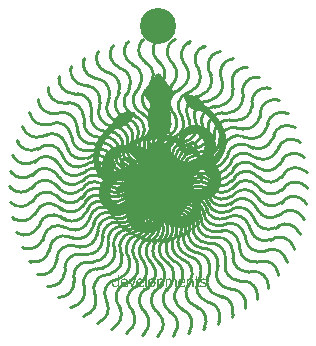
<source format=gtl>
G04*
G04 #@! TF.GenerationSoftware,Altium Limited,Altium Designer,21.7.2 (23)*
G04*
G04 Layer_Physical_Order=1*
G04 Layer_Color=255*
%FSLAX25Y25*%
%MOIN*%
G70*
G04*
G04 #@! TF.SameCoordinates,2F9D9F62-0F19-4060-BA45-97F595866B8D*
G04*
G04*
G04 #@! TF.FilePolarity,Positive*
G04*
G01*
G75*
%ADD10C,0.01000*%
%ADD12C,0.12000*%
G36*
X312180Y404899D02*
X312251D01*
Y404884D01*
X312337D01*
Y404870D01*
X312352D01*
Y404856D01*
X312409D01*
Y404842D01*
X312438D01*
Y404827D01*
X312466D01*
Y404813D01*
X312495D01*
Y404799D01*
X312509D01*
Y404784D01*
X312552D01*
Y404770D01*
X312567D01*
Y404755D01*
X312581D01*
Y404741D01*
X312610D01*
Y404727D01*
X312624D01*
Y404712D01*
X312638D01*
Y404698D01*
X312653D01*
Y404684D01*
X312667D01*
Y404670D01*
X312681D01*
Y404655D01*
X312710D01*
Y404641D01*
X312724D01*
Y404627D01*
X312739D01*
Y404612D01*
X312753D01*
Y404598D01*
X312767D01*
Y404583D01*
X312782D01*
Y404555D01*
X312796D01*
Y404540D01*
X312810D01*
Y404526D01*
X312825D01*
Y404512D01*
X312839D01*
Y404497D01*
X312853D01*
Y404469D01*
X312868D01*
Y404454D01*
X312882D01*
Y404426D01*
X312896D01*
Y404411D01*
X312911D01*
Y404397D01*
X312925D01*
Y404368D01*
X312939D01*
Y404354D01*
X312954D01*
Y404325D01*
X312968D01*
Y404311D01*
X312982D01*
Y404282D01*
X312997D01*
Y404268D01*
X313011D01*
Y404254D01*
X313025D01*
Y404225D01*
X313040D01*
Y404211D01*
X313054D01*
Y404196D01*
X313068D01*
Y404182D01*
X313083D01*
Y404153D01*
X313097D01*
Y404139D01*
X313111D01*
Y404125D01*
X313126D01*
Y404096D01*
X313140D01*
Y404082D01*
X313154D01*
Y404053D01*
X313169D01*
Y404039D01*
X313183D01*
Y404024D01*
X313197D01*
Y403996D01*
X313212D01*
Y403981D01*
X313226D01*
Y403967D01*
X313241D01*
Y403953D01*
X313255D01*
Y403924D01*
X313269D01*
Y403910D01*
X313283D01*
Y403881D01*
X313298D01*
Y403867D01*
X313312D01*
Y403852D01*
X313327D01*
Y403824D01*
X313341D01*
Y403809D01*
X313355D01*
Y403795D01*
X313369D01*
Y403766D01*
X313384D01*
Y403752D01*
X313398D01*
Y403738D01*
X313412D01*
Y403723D01*
X313427D01*
Y403695D01*
X313441D01*
Y403680D01*
X313456D01*
Y403666D01*
X313470D01*
Y403637D01*
X313484D01*
Y403623D01*
X313498D01*
Y403594D01*
X313513D01*
Y403580D01*
X313527D01*
Y403566D01*
X313542D01*
Y403537D01*
X313556D01*
Y403523D01*
X313570D01*
Y403508D01*
X313584D01*
Y403480D01*
X313599D01*
Y403465D01*
X313613D01*
Y403451D01*
X313628D01*
Y403437D01*
X313642D01*
Y403408D01*
X313656D01*
Y403394D01*
X313670D01*
Y403365D01*
X313685D01*
Y403351D01*
X313699D01*
Y403336D01*
X313714D01*
Y403308D01*
X313728D01*
Y403293D01*
X313742D01*
Y403279D01*
X313757D01*
Y403265D01*
X313771D01*
Y403236D01*
X313785D01*
Y403222D01*
X313800D01*
Y403193D01*
X313814D01*
Y403179D01*
X313828D01*
Y403164D01*
X313843D01*
Y403136D01*
X313857D01*
Y403121D01*
X313871D01*
Y403107D01*
X313886D01*
Y403078D01*
X313900D01*
Y403064D01*
X313914D01*
Y403050D01*
X313929D01*
Y403035D01*
X313943D01*
Y403007D01*
X313957D01*
Y402992D01*
X313972D01*
Y402978D01*
X313986D01*
Y402949D01*
X314000D01*
Y402935D01*
X314015D01*
Y402906D01*
X314029D01*
Y402892D01*
X314043D01*
Y402878D01*
X314058D01*
Y402849D01*
X314072D01*
Y402835D01*
X314086D01*
Y402820D01*
X314101D01*
Y402792D01*
X314115D01*
Y402777D01*
X314129D01*
Y402763D01*
X314144D01*
Y402748D01*
X314158D01*
Y402720D01*
X314172D01*
Y402705D01*
X314187D01*
Y402677D01*
X314201D01*
Y402663D01*
X314215D01*
Y402648D01*
X314230D01*
Y402620D01*
X314244D01*
Y402605D01*
X314258D01*
Y402591D01*
X314273D01*
Y402576D01*
X314287D01*
Y402548D01*
X314301D01*
Y402533D01*
X314316D01*
Y402505D01*
X314330D01*
Y402490D01*
X314344D01*
Y402476D01*
X314359D01*
Y402447D01*
X314373D01*
Y402433D01*
X314387D01*
Y402419D01*
X314402D01*
Y402390D01*
X314416D01*
Y402376D01*
X314430D01*
Y402361D01*
X314445D01*
Y402333D01*
X314459D01*
Y402318D01*
X314473D01*
Y402304D01*
X314488D01*
Y402290D01*
X314502D01*
Y402261D01*
X314516D01*
Y402247D01*
X314531D01*
Y402218D01*
X314545D01*
Y402204D01*
X314559D01*
Y402189D01*
X314574D01*
Y402161D01*
X314588D01*
Y402146D01*
X314602D01*
Y402132D01*
X314617D01*
Y402103D01*
X314631D01*
Y402089D01*
X314645D01*
Y402075D01*
X314660D01*
Y402060D01*
X314674D01*
Y402032D01*
X314688D01*
Y402017D01*
X314703D01*
Y401989D01*
X314717D01*
Y401974D01*
X314731D01*
Y401960D01*
X314746D01*
Y401931D01*
X314760D01*
Y401917D01*
X314774D01*
Y401903D01*
X314789D01*
Y401888D01*
X314803D01*
Y401860D01*
X314817D01*
Y401845D01*
X314832D01*
Y401817D01*
X314846D01*
Y401802D01*
X314860D01*
Y401788D01*
X314875D01*
Y401759D01*
X314889D01*
Y401745D01*
X314903D01*
Y401731D01*
X314918D01*
Y401702D01*
X314932D01*
Y401688D01*
X314946D01*
Y401659D01*
X314961D01*
Y401645D01*
X314975D01*
Y401630D01*
X314989D01*
Y401616D01*
X315004D01*
Y401602D01*
X315018D01*
Y401573D01*
X315032D01*
Y401559D01*
X315047D01*
Y401530D01*
X315061D01*
Y401516D01*
X315075D01*
Y401501D01*
X315090D01*
Y401473D01*
X315104D01*
Y401458D01*
X315118D01*
Y401444D01*
X315133D01*
Y401415D01*
X315147D01*
Y401401D01*
X315161D01*
Y401387D01*
X315176D01*
Y401372D01*
X315190D01*
Y401344D01*
X315205D01*
Y401329D01*
X315219D01*
Y401301D01*
X315233D01*
Y401286D01*
X315248D01*
Y401272D01*
X315262D01*
Y401243D01*
X315276D01*
Y401229D01*
X315290D01*
Y401215D01*
X315305D01*
Y401200D01*
X315319D01*
Y401171D01*
X315334D01*
Y401157D01*
X315348D01*
Y401128D01*
X315362D01*
Y401114D01*
X315376D01*
Y401100D01*
X315391D01*
Y401071D01*
X315405D01*
Y401057D01*
X315420D01*
Y401043D01*
X315434D01*
Y401014D01*
X315448D01*
Y400999D01*
X315462D01*
Y400971D01*
X315477D01*
Y400956D01*
X315491D01*
Y400942D01*
X315506D01*
Y400928D01*
X315520D01*
Y400913D01*
X315534D01*
Y400885D01*
X315548D01*
Y400871D01*
X315563D01*
Y400842D01*
X315577D01*
Y400828D01*
X315592D01*
Y400813D01*
X315606D01*
Y400784D01*
X315620D01*
Y400770D01*
X315634D01*
Y400756D01*
X315649D01*
Y400727D01*
X315663D01*
Y400713D01*
X315677D01*
Y400699D01*
X315692D01*
Y400670D01*
X315706D01*
Y400656D01*
X315721D01*
Y400641D01*
X315735D01*
Y400612D01*
X315749D01*
Y400598D01*
X315763D01*
Y400584D01*
X315778D01*
Y400555D01*
X315792D01*
Y400541D01*
X315807D01*
Y400527D01*
X315821D01*
Y400512D01*
X315835D01*
Y400483D01*
X315850D01*
Y400469D01*
X315864D01*
Y400440D01*
X315878D01*
Y400426D01*
X315893D01*
Y400412D01*
X315907D01*
Y400383D01*
X315921D01*
Y400369D01*
X315936D01*
Y400354D01*
X315950D01*
Y400326D01*
X315964D01*
Y400311D01*
X315979D01*
Y400283D01*
X315993D01*
Y400268D01*
X316007D01*
Y400254D01*
X316022D01*
Y400240D01*
X316036D01*
Y400211D01*
X316050D01*
Y400197D01*
X316065D01*
Y400182D01*
X316079D01*
Y400154D01*
X316093D01*
Y400139D01*
X316108D01*
Y400125D01*
X316122D01*
Y400096D01*
X316136D01*
Y400082D01*
X316151D01*
Y400068D01*
X316165D01*
Y400039D01*
X316179D01*
Y400025D01*
X316194D01*
Y400010D01*
X316208D01*
Y399982D01*
X316222D01*
Y399967D01*
X316237D01*
Y399953D01*
X316251D01*
Y399924D01*
X316265D01*
Y399910D01*
X316280D01*
Y399896D01*
X316294D01*
Y399867D01*
X316308D01*
Y399853D01*
X316323D01*
Y399838D01*
X316337D01*
Y399824D01*
X316351D01*
Y399795D01*
X316366D01*
Y399781D01*
X316380D01*
Y399752D01*
X316394D01*
Y399738D01*
X316409D01*
Y399724D01*
X316423D01*
Y399695D01*
X316437D01*
Y399681D01*
X316452D01*
Y399666D01*
X316466D01*
Y399638D01*
X316480D01*
Y399623D01*
X316495D01*
Y399595D01*
X316509D01*
Y399580D01*
X316523D01*
Y399566D01*
X316538D01*
Y399552D01*
X316552D01*
Y399523D01*
X316566D01*
Y399509D01*
X316581D01*
Y399494D01*
X316595D01*
Y399466D01*
X316609D01*
Y399451D01*
X316624D01*
Y399437D01*
X316638D01*
Y399408D01*
X316652D01*
Y399394D01*
X316667D01*
Y399365D01*
X316681D01*
Y399351D01*
X316695D01*
Y399337D01*
X316710D01*
Y399322D01*
X316724D01*
Y399294D01*
X316738D01*
Y399279D01*
X316753D01*
Y399265D01*
X316767D01*
Y399236D01*
X316781D01*
Y399222D01*
X316796D01*
Y399208D01*
X316810D01*
Y399179D01*
X316824D01*
Y399165D01*
X316839D01*
Y399150D01*
X316853D01*
Y399136D01*
X316867D01*
Y399107D01*
X316882D01*
Y399093D01*
X316896D01*
Y399064D01*
X316910D01*
Y399050D01*
X316925D01*
Y399036D01*
X316939D01*
Y399007D01*
X316953D01*
Y398992D01*
X316968D01*
Y398978D01*
X316982D01*
Y398950D01*
X316996D01*
Y398935D01*
X317011D01*
Y398906D01*
X317025D01*
Y398892D01*
X317039D01*
Y398878D01*
X317054D01*
Y398864D01*
X317068D01*
Y398835D01*
X317082D01*
Y398820D01*
X317097D01*
Y398806D01*
X317111D01*
Y398778D01*
X317125D01*
Y398763D01*
X317140D01*
Y398749D01*
X317154D01*
Y398720D01*
X317168D01*
Y398706D01*
X317183D01*
Y398677D01*
X317197D01*
Y398663D01*
X317212D01*
Y398649D01*
X317226D01*
Y398634D01*
X317240D01*
Y398605D01*
X317254D01*
Y398591D01*
X317269D01*
Y398563D01*
X317283D01*
Y398519D01*
X317298D01*
Y398505D01*
X317312D01*
Y398462D01*
X317326D01*
Y398405D01*
X317340D01*
Y398376D01*
X317355D01*
Y398276D01*
X317369D01*
Y398204D01*
X317384D01*
Y397989D01*
X317369D01*
Y397903D01*
X317355D01*
Y397803D01*
X317340D01*
Y397760D01*
X317326D01*
Y397717D01*
X317312D01*
Y397659D01*
X317298D01*
Y397631D01*
X317283D01*
Y397588D01*
X317269D01*
Y397559D01*
X317254D01*
Y397516D01*
X317240D01*
Y397487D01*
X317226D01*
Y397459D01*
X317212D01*
Y397430D01*
X317197D01*
Y397416D01*
X317183D01*
Y397373D01*
X317168D01*
Y397358D01*
X317154D01*
Y397330D01*
X317140D01*
Y397301D01*
X317125D01*
Y397287D01*
X317111D01*
Y397258D01*
X317097D01*
Y397244D01*
X317082D01*
Y397215D01*
X317068D01*
Y397201D01*
X317054D01*
Y397172D01*
X317039D01*
Y397158D01*
X317025D01*
Y397143D01*
X317011D01*
Y397115D01*
X316996D01*
Y397100D01*
X316982D01*
Y397072D01*
X316968D01*
Y397057D01*
X316953D01*
Y397043D01*
X316939D01*
Y397014D01*
X316925D01*
Y397000D01*
X316910D01*
Y396971D01*
X316896D01*
Y396957D01*
X316882D01*
Y396942D01*
X316867D01*
Y396914D01*
X316853D01*
Y396900D01*
X316839D01*
Y396871D01*
X316824D01*
Y396856D01*
X316810D01*
Y396842D01*
X316796D01*
Y396814D01*
X316781D01*
Y396799D01*
X316767D01*
Y396771D01*
X316753D01*
Y396756D01*
X316738D01*
Y396742D01*
X316724D01*
Y396713D01*
X316710D01*
Y396699D01*
X316695D01*
Y396670D01*
X316681D01*
Y396656D01*
X316667D01*
Y396641D01*
X316652D01*
Y396627D01*
X316638D01*
Y396599D01*
X316624D01*
Y396584D01*
X316609D01*
Y396555D01*
X316595D01*
Y396541D01*
X316581D01*
Y396527D01*
X316566D01*
Y396498D01*
X316552D01*
Y396484D01*
X316538D01*
Y396469D01*
X316523D01*
Y396441D01*
X316509D01*
Y396426D01*
X316495D01*
Y396398D01*
X316480D01*
Y396383D01*
X316466D01*
Y396369D01*
X316452D01*
Y396340D01*
X316437D01*
Y396326D01*
X316423D01*
Y396297D01*
X316409D01*
Y396283D01*
X316394D01*
Y396269D01*
X316380D01*
Y396240D01*
X316366D01*
Y396226D01*
X316351D01*
Y396197D01*
X316337D01*
Y396183D01*
X316323D01*
Y396168D01*
X316308D01*
Y396140D01*
X316294D01*
Y396125D01*
X316280D01*
Y396111D01*
X316265D01*
Y396082D01*
X316251D01*
Y396068D01*
X316237D01*
Y396054D01*
X316222D01*
Y396025D01*
X316208D01*
Y396011D01*
X316194D01*
Y395982D01*
X316179D01*
Y395968D01*
X316165D01*
Y395953D01*
X316151D01*
Y395925D01*
X316136D01*
Y395910D01*
X316122D01*
Y395882D01*
X316108D01*
Y395867D01*
X316093D01*
Y395853D01*
X316079D01*
Y395824D01*
X316065D01*
Y395810D01*
X316050D01*
Y395781D01*
X316036D01*
Y395767D01*
X316022D01*
Y395753D01*
X316007D01*
Y395724D01*
X315993D01*
Y395710D01*
X315979D01*
Y395681D01*
X315964D01*
Y395667D01*
X315950D01*
Y395652D01*
X315936D01*
Y395624D01*
X315921D01*
Y395609D01*
X315907D01*
Y395595D01*
X315893D01*
Y395566D01*
X315878D01*
Y395552D01*
X315864D01*
Y395538D01*
X315850D01*
Y395509D01*
X315835D01*
Y395495D01*
X315821D01*
Y395480D01*
X315807D01*
Y395452D01*
X315792D01*
Y395437D01*
X315778D01*
Y395409D01*
X315763D01*
Y395394D01*
X315749D01*
Y395380D01*
X315735D01*
Y395351D01*
X315721D01*
Y395337D01*
X315706D01*
Y395308D01*
X315692D01*
Y395294D01*
X315677D01*
Y395280D01*
X315663D01*
Y395251D01*
X315649D01*
Y395237D01*
X315634D01*
Y395208D01*
X315620D01*
Y395194D01*
X315606D01*
Y395179D01*
X315592D01*
Y395151D01*
X315577D01*
Y395136D01*
X315563D01*
Y395122D01*
X315548D01*
Y395093D01*
X315534D01*
Y395079D01*
X315520D01*
Y395050D01*
X315506D01*
Y395036D01*
X315491D01*
Y395007D01*
X315477D01*
Y394978D01*
X315491D01*
Y394907D01*
X315506D01*
Y394864D01*
X315520D01*
Y394807D01*
X315534D01*
Y394735D01*
X315548D01*
Y394692D01*
X315563D01*
Y394620D01*
X315577D01*
Y394577D01*
X315592D01*
Y394506D01*
X315606D01*
Y394448D01*
X315620D01*
Y394405D01*
X315634D01*
Y394319D01*
X315649D01*
Y394290D01*
X315663D01*
Y394204D01*
X315677D01*
Y394161D01*
X315692D01*
Y394104D01*
X315706D01*
Y394018D01*
X315721D01*
Y393975D01*
X315735D01*
Y393889D01*
X315749D01*
Y393846D01*
X315763D01*
Y393774D01*
X315778D01*
Y393703D01*
X315792D01*
Y393660D01*
X315807D01*
Y393574D01*
X315821D01*
Y393516D01*
X315835D01*
Y393430D01*
X315850D01*
Y393373D01*
X315864D01*
Y393316D01*
X315878D01*
Y393230D01*
X315893D01*
Y393187D01*
X315907D01*
Y393086D01*
X315921D01*
Y393029D01*
X315936D01*
Y392957D01*
X315950D01*
Y392871D01*
X315964D01*
Y392814D01*
X315979D01*
Y392713D01*
X315993D01*
Y392656D01*
X316007D01*
Y392570D01*
X316022D01*
Y392498D01*
X316036D01*
Y392427D01*
X316050D01*
Y392326D01*
X316065D01*
Y392269D01*
X316079D01*
Y392154D01*
X316093D01*
Y392083D01*
X316108D01*
Y391997D01*
X316122D01*
Y391896D01*
X316136D01*
Y391825D01*
X316151D01*
Y391696D01*
X316165D01*
Y391638D01*
X316179D01*
Y391509D01*
X316194D01*
Y391423D01*
X316208D01*
Y391337D01*
X316222D01*
Y391208D01*
X316237D01*
Y391122D01*
X316251D01*
Y390965D01*
X316265D01*
Y390879D01*
X316280D01*
Y390750D01*
X316294D01*
Y390606D01*
X316308D01*
Y390506D01*
X316323D01*
Y390305D01*
X316337D01*
Y390190D01*
X316351D01*
Y389961D01*
X316366D01*
Y389789D01*
X316380D01*
Y389588D01*
X316394D01*
Y389173D01*
X316409D01*
Y388642D01*
X316423D01*
Y388570D01*
X316409D01*
Y387882D01*
X316394D01*
Y387653D01*
X316380D01*
Y387567D01*
X316366D01*
Y387481D01*
X316351D01*
Y387395D01*
X316337D01*
Y387352D01*
X316323D01*
Y387266D01*
X316308D01*
Y387223D01*
X316294D01*
Y387180D01*
X316280D01*
Y387123D01*
X316265D01*
Y387094D01*
X316251D01*
Y387037D01*
X316237D01*
Y387022D01*
X316222D01*
Y386979D01*
X316208D01*
Y386950D01*
X316194D01*
Y386922D01*
X316179D01*
Y386879D01*
X316165D01*
Y386864D01*
X316151D01*
Y386822D01*
X316136D01*
Y386807D01*
X316122D01*
Y386778D01*
X316108D01*
Y386750D01*
X316093D01*
Y386736D01*
X316079D01*
Y386707D01*
X316065D01*
Y386693D01*
X316050D01*
Y386664D01*
X316036D01*
Y386649D01*
X316022D01*
Y386621D01*
X316007D01*
Y386607D01*
X315993D01*
Y386592D01*
X315979D01*
Y386563D01*
X315964D01*
Y386549D01*
X315950D01*
Y386535D01*
X315936D01*
Y386521D01*
X315921D01*
Y386506D01*
X315907D01*
Y386492D01*
X315893D01*
Y386477D01*
X315878D01*
Y386463D01*
X315864D01*
Y386449D01*
X315850D01*
Y386435D01*
X315835D01*
Y386420D01*
X315821D01*
Y386406D01*
X315807D01*
Y386391D01*
X315792D01*
Y386377D01*
X315763D01*
Y386363D01*
X315749D01*
Y386349D01*
X315735D01*
Y386334D01*
X315706D01*
Y386320D01*
X315692D01*
Y386305D01*
X315663D01*
Y386291D01*
X315649D01*
Y386277D01*
X315620D01*
Y386262D01*
X315606D01*
Y386248D01*
X315577D01*
Y386234D01*
X315534D01*
Y386219D01*
X315520D01*
Y386205D01*
X315477D01*
Y386191D01*
X315448D01*
Y386176D01*
X315434D01*
Y386133D01*
X315448D01*
Y386119D01*
X315462D01*
Y386090D01*
X315477D01*
Y386076D01*
X315491D01*
Y386047D01*
X315506D01*
Y386033D01*
X315520D01*
Y386004D01*
X315534D01*
Y385990D01*
X315548D01*
Y385976D01*
X315563D01*
Y385947D01*
X315577D01*
Y385933D01*
X315592D01*
Y385904D01*
X315606D01*
Y385890D01*
X315620D01*
Y385875D01*
X315634D01*
Y385847D01*
X315649D01*
Y385832D01*
X315663D01*
Y385818D01*
X315677D01*
Y385789D01*
X315692D01*
Y385775D01*
X315706D01*
Y385761D01*
X315721D01*
Y385746D01*
X315735D01*
Y385732D01*
X315749D01*
Y385718D01*
X315763D01*
Y385703D01*
X315778D01*
Y385689D01*
X315792D01*
Y385675D01*
X315807D01*
Y385646D01*
X315821D01*
Y385632D01*
X315835D01*
Y385617D01*
X315850D01*
Y385603D01*
X315864D01*
Y385589D01*
X315878D01*
Y385574D01*
X315893D01*
Y385560D01*
X315907D01*
Y385546D01*
X315921D01*
Y385531D01*
X315936D01*
Y385503D01*
X315950D01*
Y385488D01*
X315964D01*
Y385474D01*
X315979D01*
Y385445D01*
X315993D01*
Y385431D01*
X316007D01*
Y385417D01*
X316022D01*
Y385388D01*
X316036D01*
Y385374D01*
X316050D01*
Y385345D01*
X316065D01*
Y385331D01*
X316079D01*
Y385302D01*
X316093D01*
Y385288D01*
X316108D01*
Y385259D01*
X316122D01*
Y385230D01*
X316136D01*
Y385216D01*
X316151D01*
Y385187D01*
X316165D01*
Y385159D01*
X316179D01*
Y385130D01*
X316194D01*
Y385101D01*
X316208D01*
Y385087D01*
X316222D01*
Y385044D01*
X316237D01*
Y385030D01*
X316251D01*
Y384987D01*
X316265D01*
Y384972D01*
X316280D01*
Y384929D01*
X316294D01*
Y384900D01*
X316308D01*
Y384872D01*
X316323D01*
Y384829D01*
X316337D01*
Y384815D01*
X316351D01*
Y384757D01*
X316366D01*
Y384729D01*
X316380D01*
Y384685D01*
X316394D01*
Y384643D01*
X316409D01*
Y384628D01*
X316423D01*
Y384557D01*
X316437D01*
Y384528D01*
X316452D01*
Y384471D01*
X316466D01*
Y384427D01*
X316480D01*
Y384384D01*
X316495D01*
Y384327D01*
X316509D01*
Y384284D01*
X316523D01*
Y384212D01*
X316538D01*
Y384169D01*
X316552D01*
Y384112D01*
X316566D01*
Y384012D01*
X316581D01*
Y383954D01*
X316595D01*
Y383840D01*
X316609D01*
Y383768D01*
X316624D01*
Y383639D01*
X316638D01*
Y383453D01*
X316652D01*
Y382807D01*
X316638D01*
Y382621D01*
X316624D01*
Y382478D01*
X316609D01*
Y382392D01*
X316595D01*
Y382263D01*
X316581D01*
Y382191D01*
X316566D01*
Y382091D01*
X316552D01*
Y382033D01*
X316538D01*
Y381962D01*
X316523D01*
Y381876D01*
X316509D01*
Y381833D01*
X316495D01*
Y381761D01*
X316480D01*
Y381718D01*
X316466D01*
Y381646D01*
X316452D01*
Y381589D01*
X316437D01*
Y381546D01*
X316423D01*
Y381474D01*
X316409D01*
Y381446D01*
X316394D01*
Y381388D01*
X316380D01*
Y381345D01*
X316366D01*
Y381302D01*
X316351D01*
Y381245D01*
X316337D01*
Y381216D01*
X316323D01*
Y381145D01*
X316308D01*
Y381116D01*
X316294D01*
Y381073D01*
X316280D01*
Y381016D01*
X316265D01*
Y380987D01*
X316251D01*
Y380930D01*
X316237D01*
Y380901D01*
X316222D01*
Y380843D01*
X316208D01*
Y380801D01*
X316194D01*
Y380757D01*
X316179D01*
Y380686D01*
X316165D01*
Y380657D01*
X316151D01*
Y380586D01*
X316136D01*
Y380542D01*
X316122D01*
Y380141D01*
X316136D01*
Y380012D01*
X316151D01*
Y379783D01*
X316165D01*
Y379711D01*
X316179D01*
Y379582D01*
X316194D01*
Y379496D01*
X316208D01*
Y379424D01*
X316222D01*
Y379338D01*
X316237D01*
Y379281D01*
X316251D01*
Y379195D01*
X316265D01*
Y379138D01*
X316280D01*
Y379080D01*
X316294D01*
Y379023D01*
X316308D01*
Y378980D01*
X316323D01*
Y378908D01*
X316337D01*
Y378880D01*
X316351D01*
Y378808D01*
X316366D01*
Y378779D01*
X316380D01*
Y378736D01*
X316394D01*
Y378679D01*
X316409D01*
Y378650D01*
X316423D01*
Y378593D01*
X316437D01*
Y378564D01*
X316452D01*
Y378521D01*
X316466D01*
Y378492D01*
X316480D01*
Y378464D01*
X316495D01*
Y378421D01*
X316509D01*
Y378392D01*
X316523D01*
Y378349D01*
X316538D01*
Y378321D01*
X316552D01*
Y378292D01*
X316566D01*
Y378249D01*
X316581D01*
Y378234D01*
X316595D01*
Y378191D01*
X316609D01*
Y378177D01*
X316624D01*
Y378134D01*
X316638D01*
Y378105D01*
X316652D01*
Y378091D01*
X316667D01*
Y378048D01*
X316681D01*
Y378034D01*
X316695D01*
Y377991D01*
X316710D01*
Y377976D01*
X316724D01*
Y377948D01*
X316738D01*
Y377919D01*
X316753D01*
Y377905D01*
X316767D01*
Y377876D01*
X316781D01*
Y377847D01*
X316796D01*
Y377833D01*
X316810D01*
Y377804D01*
X316824D01*
Y377776D01*
X316839D01*
Y377747D01*
X316853D01*
Y377733D01*
X316867D01*
Y377718D01*
X316882D01*
Y377690D01*
X316896D01*
Y377675D01*
X316910D01*
Y377647D01*
X316925D01*
Y377632D01*
X316939D01*
Y377604D01*
X316953D01*
Y377589D01*
X316968D01*
Y377561D01*
X316982D01*
Y377546D01*
X316996D01*
Y377532D01*
X317011D01*
Y377503D01*
X317025D01*
Y377489D01*
X317039D01*
Y377475D01*
X317054D01*
Y377460D01*
X317068D01*
Y377446D01*
X317082D01*
Y377417D01*
X317097D01*
Y377403D01*
X317111D01*
Y377374D01*
X317125D01*
Y377360D01*
X317140D01*
Y377346D01*
X317154D01*
Y377331D01*
X317168D01*
Y377317D01*
X317183D01*
Y377303D01*
X317197D01*
Y377288D01*
X317212D01*
Y377260D01*
X317226D01*
Y377245D01*
X317240D01*
Y377231D01*
X317254D01*
Y377217D01*
X317269D01*
Y377202D01*
X317283D01*
Y377188D01*
X317298D01*
Y377174D01*
X317312D01*
Y377159D01*
X317326D01*
Y377131D01*
X317355D01*
Y377116D01*
X317369D01*
Y377102D01*
X317384D01*
Y377088D01*
X317398D01*
Y377073D01*
X317412D01*
Y377059D01*
X317426D01*
Y377045D01*
X317441D01*
Y377030D01*
X317455D01*
Y377016D01*
X317470D01*
Y377002D01*
X317484D01*
Y376987D01*
X317498D01*
Y376973D01*
X317512D01*
Y376959D01*
X317527D01*
Y376944D01*
X317541D01*
Y376930D01*
X317555D01*
Y376916D01*
X317584D01*
Y376901D01*
X317599D01*
Y376887D01*
X317613D01*
Y376873D01*
X317627D01*
Y376858D01*
X317641D01*
Y376844D01*
X317656D01*
Y376830D01*
X317670D01*
Y376815D01*
X317699D01*
Y376801D01*
X317713D01*
Y376786D01*
X317727D01*
Y376772D01*
X317742D01*
Y376758D01*
X317756D01*
Y376744D01*
X317785D01*
Y376729D01*
X317799D01*
Y376715D01*
X317828D01*
Y376700D01*
X317842D01*
Y376686D01*
X317857D01*
Y376672D01*
X317871D01*
Y376658D01*
X317900D01*
Y376643D01*
X317914D01*
Y376629D01*
X317928D01*
Y376614D01*
X317957D01*
Y376600D01*
X317971D01*
Y376586D01*
X318000D01*
Y376571D01*
X318029D01*
Y376557D01*
X318043D01*
Y376543D01*
X318057D01*
Y376529D01*
X318086D01*
Y376514D01*
X318100D01*
Y376500D01*
X318129D01*
Y376485D01*
X318143D01*
Y376471D01*
X318172D01*
Y376457D01*
X318201D01*
Y376443D01*
X318215D01*
Y376428D01*
X318244D01*
Y376414D01*
X318258D01*
Y376399D01*
X318301D01*
Y376385D01*
X318315D01*
Y376371D01*
X318344D01*
Y376357D01*
X318358D01*
Y376342D01*
X318387D01*
Y376328D01*
X318416D01*
Y376313D01*
X318444D01*
Y376299D01*
X318473D01*
Y376285D01*
X318502D01*
Y376270D01*
X318516D01*
Y376256D01*
X318559D01*
Y376242D01*
X318573D01*
Y376227D01*
X318616D01*
Y376213D01*
X318631D01*
Y376199D01*
X318674D01*
Y376184D01*
X318702D01*
Y376170D01*
X318731D01*
Y376156D01*
X318760D01*
Y376141D01*
X318788D01*
Y376127D01*
X318831D01*
Y376113D01*
X318860D01*
Y376098D01*
X318889D01*
Y376084D01*
X318932D01*
Y376070D01*
X318946D01*
Y376055D01*
X319003D01*
Y376041D01*
X319018D01*
Y376027D01*
X319075D01*
Y376012D01*
X319104D01*
Y375998D01*
X319132D01*
Y375984D01*
X319190D01*
Y375969D01*
X319204D01*
Y375955D01*
X319262D01*
Y375941D01*
X319290D01*
Y375926D01*
X319333D01*
Y375912D01*
X319391D01*
Y375898D01*
X319419D01*
Y375883D01*
X319477D01*
Y375869D01*
X319505D01*
Y375855D01*
X319563D01*
Y375840D01*
X319620D01*
Y375826D01*
X319663D01*
Y375812D01*
X319720D01*
Y375797D01*
X319763D01*
Y375783D01*
X319835D01*
Y375769D01*
X319878D01*
Y375754D01*
X319935D01*
Y375740D01*
X319993D01*
Y375726D01*
X320036D01*
Y375711D01*
X320136D01*
Y375697D01*
X320179D01*
Y375683D01*
X320265D01*
Y375668D01*
X320337D01*
Y375654D01*
X320394D01*
Y375640D01*
X320494D01*
Y375625D01*
X320552D01*
Y375611D01*
X320681D01*
Y375597D01*
X320752D01*
Y375582D01*
X320867D01*
Y375568D01*
X320996D01*
Y375554D01*
X321082D01*
Y375539D01*
X321297D01*
Y375525D01*
X321426D01*
Y375511D01*
X321698D01*
Y375496D01*
X322530D01*
Y375511D01*
X322716D01*
Y375525D01*
X322817D01*
Y375539D01*
X322960D01*
Y375554D01*
X323032D01*
Y375568D01*
X323118D01*
Y375582D01*
X323204D01*
Y375597D01*
X323261D01*
Y375611D01*
X323347D01*
Y375625D01*
X323390D01*
Y375640D01*
X323462D01*
Y375654D01*
X323519D01*
Y375668D01*
X323562D01*
Y375683D01*
X323620D01*
Y375697D01*
X323662D01*
Y375711D01*
X323734D01*
Y375726D01*
X323763D01*
Y375740D01*
X323806D01*
Y375754D01*
X323849D01*
Y375769D01*
X323892D01*
Y375783D01*
X323949D01*
Y375797D01*
X323978D01*
Y375812D01*
X324035D01*
Y375826D01*
X324064D01*
Y375840D01*
X324093D01*
Y375855D01*
X324136D01*
Y375869D01*
X324164D01*
Y375883D01*
X324207D01*
Y375898D01*
X324236D01*
Y375912D01*
X324279D01*
Y375926D01*
X324308D01*
Y375941D01*
X324336D01*
Y375955D01*
X324379D01*
Y375969D01*
X324394D01*
Y375984D01*
X324437D01*
Y375998D01*
X324465D01*
Y376012D01*
X324494D01*
Y376027D01*
X324523D01*
Y376041D01*
X324551D01*
Y376055D01*
X324594D01*
Y376070D01*
X324609D01*
Y376084D01*
X324637D01*
Y376098D01*
X324666D01*
Y376113D01*
X324695D01*
Y376127D01*
X324723D01*
Y376141D01*
X324738D01*
Y376156D01*
X324781D01*
Y376170D01*
X324795D01*
Y376184D01*
X324824D01*
Y376199D01*
X324852D01*
Y376213D01*
X324867D01*
Y376227D01*
X324910D01*
Y376242D01*
X324924D01*
Y376256D01*
X324953D01*
Y376270D01*
X324967D01*
Y376285D01*
X324996D01*
Y376299D01*
X325024D01*
Y376313D01*
X325039D01*
Y376328D01*
X325067D01*
Y376342D01*
X325082D01*
Y376357D01*
X325110D01*
Y376371D01*
X325139D01*
Y376385D01*
X325153D01*
Y376399D01*
X325182D01*
Y376414D01*
X325196D01*
Y376428D01*
X325225D01*
Y376443D01*
X325239D01*
Y376457D01*
X325254D01*
Y376471D01*
X325283D01*
Y376485D01*
X325297D01*
Y376500D01*
X325325D01*
Y376514D01*
X325340D01*
Y376529D01*
X325354D01*
Y376543D01*
X325383D01*
Y376557D01*
X325397D01*
Y376571D01*
X325426D01*
Y376586D01*
X325440D01*
Y376600D01*
X325454D01*
Y376614D01*
X325469D01*
Y376629D01*
X325483D01*
Y376643D01*
X325512D01*
Y376658D01*
X325526D01*
Y376672D01*
X325555D01*
Y376686D01*
X325569D01*
Y376700D01*
X325584D01*
Y376715D01*
X325598D01*
Y376729D01*
X325612D01*
Y376744D01*
X325641D01*
Y376758D01*
X325655D01*
Y376772D01*
X325670D01*
Y376786D01*
X325684D01*
Y376801D01*
X325698D01*
Y376815D01*
X325712D01*
Y376830D01*
X325727D01*
Y376844D01*
X325756D01*
Y376858D01*
X325770D01*
Y376873D01*
X325784D01*
Y376887D01*
X325799D01*
Y376901D01*
X325813D01*
Y376916D01*
X325827D01*
Y376930D01*
X325842D01*
Y376944D01*
X325856D01*
Y376959D01*
X325870D01*
Y376973D01*
X325885D01*
Y376987D01*
X325913D01*
Y377002D01*
X325928D01*
Y377016D01*
X325942D01*
Y377030D01*
X325956D01*
Y377045D01*
X325971D01*
Y377059D01*
X325985D01*
Y377073D01*
X325999D01*
Y377088D01*
X326014D01*
Y377102D01*
X326028D01*
Y377116D01*
X326042D01*
Y377131D01*
X326057D01*
Y377159D01*
X326085D01*
Y377188D01*
X326100D01*
Y377202D01*
X326114D01*
Y377217D01*
X326128D01*
Y377231D01*
X326143D01*
Y377245D01*
X326157D01*
Y377260D01*
X326171D01*
Y377274D01*
X326186D01*
Y377288D01*
X326200D01*
Y377317D01*
X326214D01*
Y377331D01*
X326229D01*
Y377346D01*
X326243D01*
Y377360D01*
X326257D01*
Y377374D01*
X326272D01*
Y377389D01*
X326286D01*
Y377403D01*
X326300D01*
Y377432D01*
X326315D01*
Y377446D01*
X326329D01*
Y377460D01*
X326343D01*
Y377475D01*
X326358D01*
Y377489D01*
X326372D01*
Y377518D01*
X326386D01*
Y377532D01*
X326401D01*
Y377561D01*
X326415D01*
Y377575D01*
X326429D01*
Y377589D01*
X326444D01*
Y377604D01*
X326458D01*
Y377618D01*
X326472D01*
Y377647D01*
X326487D01*
Y377661D01*
X326501D01*
Y377690D01*
X326515D01*
Y377704D01*
X326530D01*
Y377718D01*
X326544D01*
Y377747D01*
X326558D01*
Y377761D01*
X326573D01*
Y377790D01*
X326587D01*
Y377804D01*
X326601D01*
Y377833D01*
X326616D01*
Y377847D01*
X326630D01*
Y377862D01*
X326644D01*
Y377890D01*
X326659D01*
Y377905D01*
X326673D01*
Y377933D01*
X326687D01*
Y377962D01*
X326702D01*
Y377976D01*
X326716D01*
Y378005D01*
X326730D01*
Y378019D01*
X326745D01*
Y378048D01*
X326759D01*
Y378077D01*
X326773D01*
Y378105D01*
X326788D01*
Y378120D01*
X326802D01*
Y378148D01*
X326816D01*
Y378177D01*
X326831D01*
Y378191D01*
X326845D01*
Y378234D01*
X326859D01*
Y378249D01*
X326874D01*
Y378277D01*
X326888D01*
Y378306D01*
X326902D01*
Y378335D01*
X326917D01*
Y378363D01*
X326931D01*
Y378392D01*
X326945D01*
Y378421D01*
X326960D01*
Y378450D01*
X326974D01*
Y378464D01*
X326988D01*
Y378507D01*
X327003D01*
Y378536D01*
X327017D01*
Y378578D01*
X327031D01*
Y378607D01*
X327046D01*
Y378636D01*
X327060D01*
Y378664D01*
X327074D01*
Y378693D01*
X327089D01*
Y378750D01*
X327103D01*
Y378765D01*
X327117D01*
Y378808D01*
X327132D01*
Y378851D01*
X327146D01*
Y378880D01*
X327160D01*
Y378923D01*
X327175D01*
Y378951D01*
X327189D01*
Y379009D01*
X327203D01*
Y379052D01*
X327218D01*
Y379080D01*
X327232D01*
Y379138D01*
X327246D01*
Y379166D01*
X327261D01*
Y379238D01*
X327275D01*
Y379281D01*
X327289D01*
Y379338D01*
X327304D01*
Y379396D01*
X327318D01*
Y379439D01*
X327332D01*
Y379525D01*
X327347D01*
Y379568D01*
X327361D01*
Y379654D01*
X327376D01*
Y379725D01*
X327390D01*
Y379797D01*
X327404D01*
Y379926D01*
X327418D01*
Y380012D01*
X327433D01*
Y380313D01*
X327447D01*
Y380571D01*
X327433D01*
Y380887D01*
X327418D01*
Y380987D01*
X327404D01*
Y381116D01*
X327390D01*
Y381216D01*
X327376D01*
Y381274D01*
X327361D01*
Y381374D01*
X327347D01*
Y381431D01*
X327332D01*
Y381517D01*
X327318D01*
Y381560D01*
X327304D01*
Y381632D01*
X327289D01*
Y381689D01*
X327275D01*
Y381732D01*
X327261D01*
Y381804D01*
X327246D01*
Y381833D01*
X327232D01*
Y381904D01*
X327218D01*
Y381933D01*
X327203D01*
Y381976D01*
X327189D01*
Y382033D01*
X327175D01*
Y382062D01*
X327160D01*
Y382119D01*
X327146D01*
Y382148D01*
X327132D01*
Y382191D01*
X327117D01*
Y382234D01*
X327103D01*
Y382263D01*
X327089D01*
Y382306D01*
X327074D01*
Y382334D01*
X327060D01*
Y382378D01*
X327046D01*
Y382406D01*
X327031D01*
Y382435D01*
X327017D01*
Y382478D01*
X327003D01*
Y382506D01*
X326988D01*
Y382550D01*
X326974D01*
Y382578D01*
X326960D01*
Y382607D01*
X326945D01*
Y382635D01*
X326931D01*
Y382664D01*
X326917D01*
Y382693D01*
X326902D01*
Y382721D01*
X326888D01*
Y382750D01*
X326874D01*
Y382779D01*
X326859D01*
Y382807D01*
X326845D01*
Y382836D01*
X326831D01*
Y382851D01*
X326816D01*
Y382893D01*
X326802D01*
Y382908D01*
X326788D01*
Y382937D01*
X326773D01*
Y382965D01*
X326759D01*
Y382980D01*
X326745D01*
Y383023D01*
X326730D01*
Y383037D01*
X326716D01*
Y383066D01*
X326702D01*
Y383080D01*
X326687D01*
Y383109D01*
X326673D01*
Y383137D01*
X326659D01*
Y383152D01*
X326644D01*
Y383180D01*
X326630D01*
Y383195D01*
X326616D01*
Y383223D01*
X326601D01*
Y383252D01*
X326587D01*
Y383266D01*
X326573D01*
Y383281D01*
X326558D01*
Y383309D01*
X326544D01*
Y383324D01*
X326530D01*
Y383352D01*
X326515D01*
Y383367D01*
X326501D01*
Y383395D01*
X326487D01*
Y383410D01*
X326472D01*
Y383424D01*
X326458D01*
Y383453D01*
X326444D01*
Y383467D01*
X326429D01*
Y383481D01*
X326415D01*
Y383496D01*
X326401D01*
Y383524D01*
X326386D01*
Y383539D01*
X326372D01*
Y383553D01*
X326358D01*
Y383567D01*
X326343D01*
Y383596D01*
X326329D01*
Y383610D01*
X326315D01*
Y383625D01*
X326300D01*
Y383639D01*
X326286D01*
Y383653D01*
X326272D01*
Y383682D01*
X326257D01*
Y383696D01*
X326243D01*
Y383711D01*
X326229D01*
Y383725D01*
X326214D01*
Y383739D01*
X326200D01*
Y383754D01*
X326186D01*
Y383768D01*
X326171D01*
Y383782D01*
X326157D01*
Y383797D01*
X326143D01*
Y383811D01*
X326128D01*
Y383825D01*
X326114D01*
Y383840D01*
X326100D01*
Y383854D01*
X326085D01*
Y383868D01*
X326071D01*
Y383883D01*
X326057D01*
Y383897D01*
X326042D01*
Y383911D01*
X326028D01*
Y383926D01*
X326014D01*
Y383940D01*
X325999D01*
Y383954D01*
X325985D01*
Y383969D01*
X325971D01*
Y383983D01*
X325956D01*
Y383997D01*
X325942D01*
Y384012D01*
X325928D01*
Y384026D01*
X325913D01*
Y384040D01*
X325885D01*
Y384069D01*
X325856D01*
Y384083D01*
X325842D01*
Y384098D01*
X325827D01*
Y384112D01*
X325813D01*
Y384126D01*
X325799D01*
Y384141D01*
X325770D01*
Y384155D01*
X325756D01*
Y384169D01*
X325727D01*
Y384184D01*
X325712D01*
Y384198D01*
X325698D01*
Y384212D01*
X325670D01*
Y384227D01*
X325655D01*
Y384241D01*
X325641D01*
Y384255D01*
X325612D01*
Y384270D01*
X325598D01*
Y384284D01*
X325569D01*
Y384298D01*
X325555D01*
Y384313D01*
X325526D01*
Y384327D01*
X325512D01*
Y384341D01*
X325483D01*
Y384356D01*
X325469D01*
Y384370D01*
X325440D01*
Y384384D01*
X325412D01*
Y384399D01*
X325397D01*
Y384413D01*
X325368D01*
Y384427D01*
X325340D01*
Y384442D01*
X325311D01*
Y384456D01*
X325283D01*
Y384471D01*
X325268D01*
Y384485D01*
X325225D01*
Y384499D01*
X325196D01*
Y384513D01*
X325168D01*
Y384528D01*
X325125D01*
Y384542D01*
X325110D01*
Y384557D01*
X325067D01*
Y384571D01*
X325039D01*
Y384585D01*
X324996D01*
Y384599D01*
X324953D01*
Y384614D01*
X324924D01*
Y384628D01*
X324867D01*
Y384643D01*
X324838D01*
Y384657D01*
X324766D01*
Y384671D01*
X324723D01*
Y384685D01*
X324680D01*
Y384700D01*
X324609D01*
Y384714D01*
X324551D01*
Y384729D01*
X324437D01*
Y384743D01*
X324365D01*
Y384757D01*
X324078D01*
Y384771D01*
X324050D01*
Y384757D01*
X323763D01*
Y384743D01*
X323691D01*
Y384729D01*
X323562D01*
Y384714D01*
X323505D01*
Y384700D01*
X323433D01*
Y384685D01*
X323376D01*
Y384671D01*
X323333D01*
Y384657D01*
X323261D01*
Y384643D01*
X323233D01*
Y384628D01*
X323161D01*
Y384614D01*
X323103D01*
Y384599D01*
X323032D01*
Y384585D01*
X322960D01*
Y384571D01*
X322917D01*
Y384557D01*
X322845D01*
Y384542D01*
X322817D01*
Y384528D01*
X322759D01*
Y384513D01*
X322716D01*
Y384499D01*
X322688D01*
Y384485D01*
X322630D01*
Y384471D01*
X322616D01*
Y384456D01*
X322559D01*
Y384442D01*
X322530D01*
Y384427D01*
X322501D01*
Y384413D01*
X322458D01*
Y384399D01*
X322444D01*
Y384384D01*
X322401D01*
Y384370D01*
X322387D01*
Y384356D01*
X322344D01*
Y384341D01*
X322315D01*
Y384327D01*
X322301D01*
Y384313D01*
X322258D01*
Y384298D01*
X322243D01*
Y384284D01*
X322215D01*
Y384270D01*
X322186D01*
Y384255D01*
X322172D01*
Y384241D01*
X322143D01*
Y384227D01*
X322129D01*
Y384212D01*
X322100D01*
Y384198D01*
X322071D01*
Y384184D01*
X322057D01*
Y384169D01*
X322028D01*
Y384155D01*
X322014D01*
Y384141D01*
X321985D01*
Y384126D01*
X321971D01*
Y384112D01*
X321942D01*
Y384098D01*
X321928D01*
Y384083D01*
X321914D01*
Y384069D01*
X321885D01*
Y384055D01*
X321871D01*
Y384040D01*
X321856D01*
Y384026D01*
X321828D01*
Y384012D01*
X321813D01*
Y383997D01*
X321799D01*
Y383983D01*
X321784D01*
Y383969D01*
X321756D01*
Y383954D01*
X321742D01*
Y383940D01*
X321727D01*
Y383926D01*
X321713D01*
Y383911D01*
X321698D01*
Y383897D01*
X321684D01*
Y383883D01*
X321670D01*
Y383868D01*
X321641D01*
Y383854D01*
X321627D01*
Y383840D01*
X321613D01*
Y383825D01*
X321598D01*
Y383811D01*
X321584D01*
Y383797D01*
X321569D01*
Y383782D01*
X321555D01*
Y383768D01*
X321541D01*
Y383754D01*
X321527D01*
Y383739D01*
X321512D01*
Y383725D01*
X321498D01*
Y383711D01*
X321483D01*
Y383696D01*
X321469D01*
Y383682D01*
X321455D01*
Y383668D01*
X321441D01*
Y383639D01*
X321426D01*
Y383625D01*
X321412D01*
Y383610D01*
X321397D01*
Y383596D01*
X321383D01*
Y383582D01*
X321369D01*
Y383567D01*
X321355D01*
Y383553D01*
X321340D01*
Y383524D01*
X321326D01*
Y383510D01*
X321311D01*
Y383496D01*
X321297D01*
Y383481D01*
X321283D01*
Y383467D01*
X321269D01*
Y383438D01*
X321254D01*
Y383424D01*
X321240D01*
Y383395D01*
X321226D01*
Y383381D01*
X321211D01*
Y383367D01*
X321197D01*
Y383352D01*
X321182D01*
Y383324D01*
X321168D01*
Y383295D01*
X321154D01*
Y383281D01*
X321139D01*
Y383266D01*
X321125D01*
Y383238D01*
X321111D01*
Y383223D01*
X321096D01*
Y383195D01*
X321082D01*
Y383180D01*
X321068D01*
Y383152D01*
X321053D01*
Y383137D01*
X321039D01*
Y383109D01*
X321025D01*
Y383080D01*
X321010D01*
Y383051D01*
X320996D01*
Y383023D01*
X320982D01*
Y383008D01*
X320967D01*
Y382965D01*
X320953D01*
Y382951D01*
X320939D01*
Y382922D01*
X320924D01*
Y382893D01*
X320910D01*
Y382865D01*
X320896D01*
Y382822D01*
X320881D01*
Y382807D01*
X320867D01*
Y382765D01*
X320853D01*
Y382736D01*
X320838D01*
Y382707D01*
X320824D01*
Y382664D01*
X320810D01*
Y382635D01*
X320795D01*
Y382578D01*
X320781D01*
Y382550D01*
X320767D01*
Y382506D01*
X320752D01*
Y382449D01*
X320738D01*
Y382420D01*
X320724D01*
Y382349D01*
X320709D01*
Y382306D01*
X320695D01*
Y382234D01*
X320681D01*
Y382177D01*
X320666D01*
Y382105D01*
X320652D01*
Y381962D01*
X320638D01*
Y381847D01*
X320623D01*
Y381575D01*
X320638D01*
Y381446D01*
X320652D01*
Y381317D01*
X320666D01*
Y381259D01*
X320681D01*
Y381202D01*
X320695D01*
Y381130D01*
X320709D01*
Y381102D01*
X320724D01*
Y381030D01*
X320738D01*
Y381001D01*
X320752D01*
Y380958D01*
X320767D01*
Y380930D01*
X320781D01*
Y380901D01*
X320795D01*
Y380858D01*
X320810D01*
Y380829D01*
X320824D01*
Y380801D01*
X320838D01*
Y380772D01*
X320853D01*
Y380743D01*
X320867D01*
Y380715D01*
X320881D01*
Y380700D01*
X320896D01*
Y380657D01*
X320910D01*
Y380643D01*
X320924D01*
Y380614D01*
X320939D01*
Y380600D01*
X320953D01*
Y380586D01*
X320967D01*
Y380557D01*
X320982D01*
Y380542D01*
X320996D01*
Y380514D01*
X321010D01*
Y380500D01*
X321025D01*
Y380471D01*
X321039D01*
Y380456D01*
X321053D01*
Y380442D01*
X321068D01*
Y380414D01*
X321082D01*
Y380399D01*
X321096D01*
Y380385D01*
X321111D01*
Y380370D01*
X321125D01*
Y380356D01*
X321139D01*
Y380342D01*
X321154D01*
Y380327D01*
X321168D01*
Y380299D01*
X321182D01*
Y380285D01*
X321197D01*
Y380270D01*
X321211D01*
Y380256D01*
X321226D01*
Y380241D01*
X321240D01*
Y380227D01*
X321254D01*
Y380213D01*
X321269D01*
Y380198D01*
X321283D01*
Y380184D01*
X321311D01*
Y380170D01*
X321326D01*
Y380155D01*
X321340D01*
Y380141D01*
X321355D01*
Y380127D01*
X321369D01*
Y380112D01*
X321383D01*
Y380098D01*
X321412D01*
Y380084D01*
X321426D01*
Y380069D01*
X321441D01*
Y380055D01*
X321455D01*
Y380041D01*
X321483D01*
Y380026D01*
X321498D01*
Y380012D01*
X321512D01*
Y379998D01*
X321541D01*
Y379983D01*
X321555D01*
Y379969D01*
X321584D01*
Y379955D01*
X321598D01*
Y379940D01*
X321627D01*
Y379926D01*
X321641D01*
Y379912D01*
X321670D01*
Y379897D01*
X321684D01*
Y379883D01*
X321698D01*
Y379869D01*
X321727D01*
Y379854D01*
X321742D01*
Y379840D01*
X321784D01*
Y379826D01*
X321799D01*
Y379811D01*
X321828D01*
Y379797D01*
X321856D01*
Y379783D01*
X321871D01*
Y379768D01*
X321914D01*
Y379754D01*
X321928D01*
Y379740D01*
X321971D01*
Y379725D01*
X321985D01*
Y379711D01*
X322014D01*
Y379697D01*
X322057D01*
Y379682D01*
X322086D01*
Y379668D01*
X322129D01*
Y379654D01*
X322157D01*
Y379639D01*
X322215D01*
Y379625D01*
X322258D01*
Y379611D01*
X322301D01*
Y379596D01*
X322387D01*
Y379582D01*
X322444D01*
Y379568D01*
X322860D01*
Y379582D01*
X322917D01*
Y379596D01*
X323003D01*
Y379611D01*
X323046D01*
Y379625D01*
X323089D01*
Y379639D01*
X323132D01*
Y379654D01*
X323161D01*
Y379668D01*
X323204D01*
Y379682D01*
X323233D01*
Y379697D01*
X323275D01*
Y379711D01*
X323304D01*
Y379725D01*
X323319D01*
Y379740D01*
X323361D01*
Y379754D01*
X323376D01*
Y379768D01*
X323405D01*
Y379783D01*
X323433D01*
Y379797D01*
X323462D01*
Y379811D01*
X323476D01*
Y379826D01*
X323491D01*
Y379840D01*
X323519D01*
Y379854D01*
X323548D01*
Y379869D01*
X323562D01*
Y379883D01*
X323591D01*
Y379897D01*
X323605D01*
Y379912D01*
X323620D01*
Y379926D01*
X323648D01*
Y379940D01*
X323662D01*
Y379955D01*
X323677D01*
Y379969D01*
X323691D01*
Y379983D01*
X323720D01*
Y379998D01*
X323734D01*
Y380012D01*
X323748D01*
Y380026D01*
X323763D01*
Y380041D01*
X323777D01*
Y380055D01*
X323806D01*
Y380069D01*
X323820D01*
Y380084D01*
X323834D01*
Y380098D01*
X323849D01*
Y380112D01*
X323863D01*
Y380127D01*
X323878D01*
Y380141D01*
X323892D01*
Y380155D01*
X323906D01*
Y380170D01*
X323921D01*
Y380198D01*
X323935D01*
Y380213D01*
X323949D01*
Y380227D01*
X323964D01*
Y380256D01*
X323978D01*
Y380270D01*
X323992D01*
Y380299D01*
X324007D01*
Y380327D01*
X324021D01*
Y380356D01*
X324035D01*
Y380686D01*
X324021D01*
Y380757D01*
X324007D01*
Y380801D01*
X323992D01*
Y380872D01*
X323978D01*
Y380887D01*
X323964D01*
Y380944D01*
X323949D01*
Y380973D01*
X323935D01*
Y381001D01*
X323921D01*
Y381030D01*
X323906D01*
Y381044D01*
X323892D01*
Y381087D01*
X323878D01*
Y381102D01*
X323863D01*
Y381116D01*
X323849D01*
Y381130D01*
X323834D01*
Y381145D01*
X323777D01*
Y381159D01*
X323648D01*
Y381145D01*
X323519D01*
Y381130D01*
X323476D01*
Y381116D01*
X323419D01*
Y381102D01*
X323390D01*
Y381087D01*
X323347D01*
Y381073D01*
X323319D01*
Y381059D01*
X323304D01*
Y381044D01*
X323275D01*
Y381030D01*
X323261D01*
Y381016D01*
X323233D01*
Y381001D01*
X323218D01*
Y380987D01*
X323189D01*
Y380973D01*
X323161D01*
Y380958D01*
X323146D01*
Y380944D01*
X323118D01*
Y380930D01*
X323103D01*
Y380915D01*
X323060D01*
Y380901D01*
X323046D01*
Y380887D01*
X323017D01*
Y380872D01*
X322974D01*
Y380858D01*
X322960D01*
Y380843D01*
X322903D01*
Y380829D01*
X322874D01*
Y380815D01*
X322817D01*
Y380801D01*
X322616D01*
Y380815D01*
X322573D01*
Y380829D01*
X322544D01*
Y380843D01*
X322516D01*
Y380858D01*
X322487D01*
Y380872D01*
X322473D01*
Y380887D01*
X322444D01*
Y380901D01*
X322430D01*
Y380915D01*
X322415D01*
Y380930D01*
X322401D01*
Y380944D01*
X322387D01*
Y380958D01*
X322372D01*
Y380987D01*
X322358D01*
Y381001D01*
X322344D01*
Y381030D01*
X322329D01*
Y381044D01*
X322315D01*
Y381059D01*
X322301D01*
Y381087D01*
X322286D01*
Y381102D01*
X322272D01*
Y381145D01*
X322258D01*
Y381159D01*
X322243D01*
Y381202D01*
X322229D01*
Y381231D01*
X322215D01*
Y381274D01*
X322200D01*
Y381345D01*
X322186D01*
Y381517D01*
X322200D01*
Y381589D01*
X322215D01*
Y381618D01*
X322229D01*
Y381646D01*
X322243D01*
Y381689D01*
X322258D01*
Y381704D01*
X322272D01*
Y381732D01*
X322286D01*
Y381747D01*
X322301D01*
Y381775D01*
X322315D01*
Y381790D01*
X322329D01*
Y381804D01*
X322344D01*
Y381818D01*
X322358D01*
Y381833D01*
X322372D01*
Y381847D01*
X322387D01*
Y381861D01*
X322401D01*
Y381876D01*
X322415D01*
Y381890D01*
X322430D01*
Y381904D01*
X322444D01*
Y381919D01*
X322458D01*
Y381933D01*
X322473D01*
Y381947D01*
X322487D01*
Y381962D01*
X322516D01*
Y381976D01*
X322530D01*
Y381990D01*
X322544D01*
Y382005D01*
X322573D01*
Y382019D01*
X322587D01*
Y382033D01*
X322602D01*
Y382048D01*
X322630D01*
Y382062D01*
X322645D01*
Y382076D01*
X322673D01*
Y382091D01*
X322688D01*
Y382105D01*
X322716D01*
Y382119D01*
X322745D01*
Y382134D01*
X322759D01*
Y382148D01*
X322788D01*
Y382162D01*
X322817D01*
Y382177D01*
X322845D01*
Y382191D01*
X322874D01*
Y382205D01*
X322903D01*
Y382220D01*
X322931D01*
Y382234D01*
X322960D01*
Y382248D01*
X323017D01*
Y382263D01*
X323046D01*
Y382277D01*
X323089D01*
Y382291D01*
X323146D01*
Y382306D01*
X323189D01*
Y382320D01*
X323290D01*
Y382334D01*
X323376D01*
Y382349D01*
X323620D01*
Y382334D01*
X323706D01*
Y382320D01*
X323806D01*
Y382306D01*
X323863D01*
Y382291D01*
X323906D01*
Y382277D01*
X323964D01*
Y382263D01*
X323992D01*
Y382248D01*
X324050D01*
Y382234D01*
X324064D01*
Y382220D01*
X324107D01*
Y382205D01*
X324136D01*
Y382191D01*
X324164D01*
Y382177D01*
X324207D01*
Y382162D01*
X324222D01*
Y382148D01*
X324250D01*
Y382134D01*
X324265D01*
Y382119D01*
X324293D01*
Y382105D01*
X324322D01*
Y382091D01*
X324336D01*
Y382076D01*
X324365D01*
Y382062D01*
X324379D01*
Y382048D01*
X324408D01*
Y382033D01*
X324422D01*
Y382019D01*
X324437D01*
Y382005D01*
X324465D01*
Y381990D01*
X324480D01*
Y381976D01*
X324494D01*
Y381962D01*
X324508D01*
Y381947D01*
X324523D01*
Y381933D01*
X324537D01*
Y381919D01*
X324551D01*
Y381904D01*
X324580D01*
Y381876D01*
X324609D01*
Y381847D01*
X324623D01*
Y381833D01*
X324637D01*
Y381818D01*
X324652D01*
Y381804D01*
X324666D01*
Y381790D01*
X324680D01*
Y381775D01*
X324695D01*
Y381761D01*
X324709D01*
Y381747D01*
X324723D01*
Y381732D01*
X324738D01*
Y381704D01*
X324752D01*
Y381689D01*
X324766D01*
Y381675D01*
X324781D01*
Y381646D01*
X324795D01*
Y381632D01*
X324809D01*
Y381618D01*
X324824D01*
Y381589D01*
X324838D01*
Y381575D01*
X324852D01*
Y381546D01*
X324867D01*
Y381517D01*
X324881D01*
Y381489D01*
X324895D01*
Y381474D01*
X324910D01*
Y381446D01*
X324924D01*
Y381417D01*
X324938D01*
Y381403D01*
X324953D01*
Y381360D01*
X324967D01*
Y381331D01*
X324981D01*
Y381302D01*
X324996D01*
Y381259D01*
X325010D01*
Y381245D01*
X325024D01*
Y381188D01*
X325039D01*
Y381159D01*
X325053D01*
Y381102D01*
X325067D01*
Y381059D01*
X325082D01*
Y381016D01*
X325096D01*
Y380944D01*
X325110D01*
Y380901D01*
X325125D01*
Y380801D01*
X325139D01*
Y380729D01*
X325153D01*
Y380571D01*
X325168D01*
Y380327D01*
X325153D01*
Y380184D01*
X325139D01*
Y380098D01*
X325125D01*
Y379998D01*
X325110D01*
Y379955D01*
X325096D01*
Y379883D01*
X325082D01*
Y379840D01*
X325067D01*
Y379797D01*
X325053D01*
Y379740D01*
X325039D01*
Y379711D01*
X325024D01*
Y379654D01*
X325010D01*
Y379625D01*
X324996D01*
Y379582D01*
X324981D01*
Y379553D01*
X324967D01*
Y379525D01*
X324953D01*
Y379482D01*
X324938D01*
Y379467D01*
X324924D01*
Y379424D01*
X324910D01*
Y379396D01*
X324895D01*
Y379367D01*
X324881D01*
Y379338D01*
X324867D01*
Y379324D01*
X324852D01*
Y379281D01*
X324838D01*
Y379267D01*
X324824D01*
Y379238D01*
X324809D01*
Y379209D01*
X324795D01*
Y379195D01*
X324781D01*
Y379166D01*
X324766D01*
Y379152D01*
X324752D01*
Y379123D01*
X324738D01*
Y379109D01*
X324723D01*
Y379080D01*
X324709D01*
Y379066D01*
X324695D01*
Y379052D01*
X324680D01*
Y379023D01*
X324666D01*
Y379009D01*
X324652D01*
Y378980D01*
X324637D01*
Y378966D01*
X324623D01*
Y378951D01*
X324609D01*
Y378923D01*
X324594D01*
Y378908D01*
X324580D01*
Y378894D01*
X324566D01*
Y378880D01*
X324551D01*
Y378851D01*
X324537D01*
Y378836D01*
X324523D01*
Y378822D01*
X324508D01*
Y378808D01*
X324494D01*
Y378794D01*
X324480D01*
Y378779D01*
X324465D01*
Y378750D01*
X324451D01*
Y378736D01*
X324437D01*
Y378722D01*
X324422D01*
Y378708D01*
X324408D01*
Y378693D01*
X324394D01*
Y378679D01*
X324379D01*
Y378664D01*
X324365D01*
Y378650D01*
X324351D01*
Y378636D01*
X324336D01*
Y378622D01*
X324322D01*
Y378607D01*
X324308D01*
Y378593D01*
X324293D01*
Y378578D01*
X324279D01*
Y378564D01*
X324265D01*
Y378550D01*
X324236D01*
Y378536D01*
X324222D01*
Y378521D01*
X324207D01*
Y378507D01*
X324193D01*
Y378492D01*
X324179D01*
Y378478D01*
X324164D01*
Y378464D01*
X324136D01*
Y378450D01*
X324121D01*
Y378435D01*
X324107D01*
Y378421D01*
X324093D01*
Y378407D01*
X324078D01*
Y378392D01*
X324050D01*
Y378378D01*
X324035D01*
Y378363D01*
X324007D01*
Y378349D01*
X323992D01*
Y378335D01*
X323978D01*
Y378321D01*
X323964D01*
Y378306D01*
X323935D01*
Y378292D01*
X323921D01*
Y378277D01*
X323892D01*
Y378263D01*
X323878D01*
Y378249D01*
X323849D01*
Y378234D01*
X323834D01*
Y378220D01*
X323806D01*
Y378206D01*
X323792D01*
Y378191D01*
X323763D01*
Y378177D01*
X323748D01*
Y378163D01*
X323720D01*
Y378148D01*
X323691D01*
Y378134D01*
X323677D01*
Y378120D01*
X323634D01*
Y378105D01*
X323620D01*
Y378091D01*
X323576D01*
Y378077D01*
X323562D01*
Y378062D01*
X323534D01*
Y378048D01*
X323505D01*
Y378034D01*
X323476D01*
Y378019D01*
X323433D01*
Y378005D01*
X323419D01*
Y377991D01*
X323376D01*
Y377976D01*
X323347D01*
Y377962D01*
X323319D01*
Y377948D01*
X323275D01*
Y377933D01*
X323247D01*
Y377919D01*
X323204D01*
Y377905D01*
X323175D01*
Y377890D01*
X323132D01*
Y377876D01*
X323075D01*
Y377862D01*
X323046D01*
Y377847D01*
X322989D01*
Y377833D01*
X322946D01*
Y377819D01*
X322888D01*
Y377804D01*
X322831D01*
Y377790D01*
X322788D01*
Y377776D01*
X322688D01*
Y377761D01*
X322630D01*
Y377747D01*
X322516D01*
Y377733D01*
X322401D01*
Y377718D01*
X321914D01*
Y377733D01*
X321799D01*
Y377747D01*
X321670D01*
Y377761D01*
X321613D01*
Y377776D01*
X321527D01*
Y377790D01*
X321483D01*
Y377804D01*
X321426D01*
Y377819D01*
X321369D01*
Y377833D01*
X321326D01*
Y377847D01*
X321269D01*
Y377862D01*
X321226D01*
Y377876D01*
X321182D01*
Y377890D01*
X321139D01*
Y377905D01*
X321111D01*
Y377919D01*
X321053D01*
Y377933D01*
X321039D01*
Y377948D01*
X320996D01*
Y377962D01*
X320967D01*
Y377976D01*
X320924D01*
Y377991D01*
X320896D01*
Y378005D01*
X320867D01*
Y378019D01*
X320824D01*
Y378034D01*
X320810D01*
Y378048D01*
X320767D01*
Y378062D01*
X320752D01*
Y378077D01*
X320724D01*
Y378091D01*
X320695D01*
Y378105D01*
X320666D01*
Y378120D01*
X320638D01*
Y378134D01*
X320609D01*
Y378148D01*
X320595D01*
Y378163D01*
X320566D01*
Y378177D01*
X320537D01*
Y378191D01*
X320509D01*
Y378206D01*
X320494D01*
Y378220D01*
X320466D01*
Y378234D01*
X320451D01*
Y378249D01*
X320423D01*
Y378263D01*
X320394D01*
Y378277D01*
X320380D01*
Y378292D01*
X320351D01*
Y378306D01*
X320337D01*
Y378321D01*
X320322D01*
Y378335D01*
X320294D01*
Y378349D01*
X320279D01*
Y378363D01*
X320251D01*
Y378378D01*
X320236D01*
Y378392D01*
X320222D01*
Y378407D01*
X320193D01*
Y378421D01*
X320179D01*
Y378435D01*
X320165D01*
Y378450D01*
X320150D01*
Y378464D01*
X320122D01*
Y378478D01*
X320107D01*
Y378492D01*
X320093D01*
Y378507D01*
X320079D01*
Y378521D01*
X320064D01*
Y378536D01*
X320036D01*
Y378550D01*
X320021D01*
Y378564D01*
X320007D01*
Y378578D01*
X319993D01*
Y378593D01*
X319978D01*
Y378607D01*
X319950D01*
Y378622D01*
X319935D01*
Y378636D01*
X319921D01*
Y378650D01*
X319907D01*
Y378664D01*
X319892D01*
Y378679D01*
X319878D01*
Y378693D01*
X319864D01*
Y378708D01*
X319849D01*
Y378722D01*
X319835D01*
Y378736D01*
X319821D01*
Y378750D01*
X319806D01*
Y378765D01*
X319792D01*
Y378779D01*
X319777D01*
Y378794D01*
X319763D01*
Y378808D01*
X319749D01*
Y378822D01*
X319735D01*
Y378836D01*
X319720D01*
Y378851D01*
X319706D01*
Y378865D01*
X319691D01*
Y378880D01*
X319677D01*
Y378894D01*
X319663D01*
Y378908D01*
X319649D01*
Y378923D01*
X319634D01*
Y378937D01*
X319620D01*
Y378966D01*
X319605D01*
Y378980D01*
X319591D01*
Y378994D01*
X319577D01*
Y379009D01*
X319563D01*
Y379023D01*
X319548D01*
Y379037D01*
X319534D01*
Y379066D01*
X319519D01*
Y379080D01*
X319505D01*
Y379095D01*
X319491D01*
Y379109D01*
X319477D01*
Y379123D01*
X319462D01*
Y379152D01*
X319448D01*
Y379166D01*
X319433D01*
Y379181D01*
X319419D01*
Y379209D01*
X319405D01*
Y379224D01*
X319391D01*
Y379238D01*
X319376D01*
Y379267D01*
X319362D01*
Y379281D01*
X319348D01*
Y379310D01*
X319333D01*
Y379324D01*
X319319D01*
Y379353D01*
X319304D01*
Y379367D01*
X319290D01*
Y379381D01*
X319276D01*
Y379410D01*
X319262D01*
Y379424D01*
X319247D01*
Y379453D01*
X319233D01*
Y379467D01*
X319218D01*
Y379496D01*
X319204D01*
Y379525D01*
X319190D01*
Y379539D01*
X319176D01*
Y379568D01*
X319161D01*
Y379596D01*
X319147D01*
Y379625D01*
X319132D01*
Y379639D01*
X319118D01*
Y379668D01*
X319104D01*
Y379697D01*
X319089D01*
Y379711D01*
X319075D01*
Y379754D01*
X319061D01*
Y379768D01*
X319046D01*
Y379797D01*
X319032D01*
Y379826D01*
X319018D01*
Y379854D01*
X319003D01*
Y379897D01*
X318989D01*
Y379912D01*
X318975D01*
Y379955D01*
X318960D01*
Y379983D01*
X318946D01*
Y380012D01*
X318932D01*
Y380055D01*
X318917D01*
Y380069D01*
X318903D01*
Y380127D01*
X318889D01*
Y380141D01*
X318874D01*
Y380198D01*
X318860D01*
Y380227D01*
X318846D01*
Y380256D01*
X318831D01*
Y380313D01*
X318817D01*
Y380342D01*
X318803D01*
Y380399D01*
X318788D01*
Y380442D01*
X318774D01*
Y380485D01*
X318760D01*
Y380542D01*
X318745D01*
Y380571D01*
X318731D01*
Y380657D01*
X318717D01*
Y380700D01*
X318702D01*
Y380772D01*
X318688D01*
Y380843D01*
X318674D01*
Y380901D01*
X318659D01*
Y381016D01*
X318645D01*
Y381102D01*
X318631D01*
Y381302D01*
X318616D01*
Y381560D01*
X318602D01*
Y382005D01*
X318616D01*
Y382248D01*
X318631D01*
Y382492D01*
X318645D01*
Y382593D01*
X318659D01*
Y382736D01*
X318674D01*
Y382822D01*
X318688D01*
Y382908D01*
X318702D01*
Y383008D01*
X318717D01*
Y383066D01*
X318731D01*
Y383180D01*
X318745D01*
Y383223D01*
X318760D01*
Y383295D01*
X318774D01*
Y383352D01*
X318788D01*
Y383410D01*
X318803D01*
Y383481D01*
X318817D01*
Y383524D01*
X318831D01*
Y383596D01*
X318846D01*
Y383625D01*
X318860D01*
Y383682D01*
X318874D01*
Y383739D01*
X318889D01*
Y383768D01*
X318903D01*
Y383825D01*
X318917D01*
Y383854D01*
X318932D01*
Y383911D01*
X318946D01*
Y383954D01*
X318960D01*
Y383983D01*
X318975D01*
Y384026D01*
X318989D01*
Y384055D01*
X319003D01*
Y384112D01*
X319018D01*
Y384141D01*
X319032D01*
Y384169D01*
X319046D01*
Y384212D01*
X319061D01*
Y384241D01*
X319075D01*
Y384284D01*
X319089D01*
Y384313D01*
X319104D01*
Y384341D01*
X319118D01*
Y384384D01*
X319132D01*
Y384399D01*
X319147D01*
Y384442D01*
X319161D01*
Y384471D01*
X319176D01*
Y384513D01*
X319190D01*
Y384528D01*
X319204D01*
Y384557D01*
X319218D01*
Y384599D01*
X319233D01*
Y384614D01*
X319247D01*
Y384657D01*
X319262D01*
Y384671D01*
X319276D01*
Y384700D01*
X319290D01*
Y384729D01*
X319304D01*
Y384743D01*
X319319D01*
Y384786D01*
X319333D01*
Y384800D01*
X319348D01*
Y384829D01*
X319362D01*
Y384858D01*
X319376D01*
Y384872D01*
X319391D01*
Y384900D01*
X319405D01*
Y384929D01*
X319419D01*
Y384958D01*
X319433D01*
Y384972D01*
X319448D01*
Y385001D01*
X319462D01*
Y385030D01*
X319477D01*
Y385044D01*
X319491D01*
Y385073D01*
X319505D01*
Y385087D01*
X319519D01*
Y385116D01*
X319534D01*
Y385130D01*
X319548D01*
Y385159D01*
X319563D01*
Y385173D01*
X319577D01*
Y385187D01*
X319591D01*
Y385216D01*
X319605D01*
Y385245D01*
X319620D01*
Y385259D01*
X319634D01*
Y385273D01*
X319649D01*
Y385302D01*
X319663D01*
Y385316D01*
X319677D01*
Y385345D01*
X319691D01*
Y385359D01*
X319706D01*
Y385374D01*
X319720D01*
Y385402D01*
X319735D01*
Y385417D01*
X319749D01*
Y385431D01*
X319763D01*
Y385460D01*
X319777D01*
Y385474D01*
X319792D01*
Y385488D01*
X319806D01*
Y385517D01*
X319821D01*
Y385531D01*
X319835D01*
Y385546D01*
X319849D01*
Y385560D01*
X319864D01*
Y385574D01*
X319878D01*
Y385589D01*
X319892D01*
Y385617D01*
X319907D01*
Y385632D01*
X319921D01*
Y385646D01*
X319935D01*
Y385660D01*
X319950D01*
Y385689D01*
X319964D01*
Y385703D01*
X319978D01*
Y385718D01*
X319993D01*
Y385732D01*
X320007D01*
Y385746D01*
X320021D01*
Y385761D01*
X320036D01*
Y385775D01*
X320050D01*
Y385789D01*
X320064D01*
Y385804D01*
X320079D01*
Y385832D01*
X320107D01*
Y385861D01*
X320122D01*
Y385875D01*
X320136D01*
Y385890D01*
X320150D01*
Y385904D01*
X320165D01*
Y385918D01*
X320179D01*
Y385933D01*
X320193D01*
Y385947D01*
X320208D01*
Y385961D01*
X320222D01*
Y385976D01*
X320236D01*
Y385990D01*
X320251D01*
Y386004D01*
X320265D01*
Y386019D01*
X320279D01*
Y386033D01*
X320294D01*
Y386047D01*
X320308D01*
Y386062D01*
X320322D01*
Y386076D01*
X320337D01*
Y386090D01*
X320351D01*
Y386105D01*
X320380D01*
Y386133D01*
X320408D01*
Y386148D01*
X320423D01*
Y386162D01*
X320437D01*
Y386176D01*
X320451D01*
Y386191D01*
X320466D01*
Y386205D01*
X320480D01*
Y386219D01*
X320494D01*
Y386234D01*
X320509D01*
Y386248D01*
X320523D01*
Y386262D01*
X320552D01*
Y386277D01*
X320566D01*
Y386291D01*
X320580D01*
Y386305D01*
X320595D01*
Y386320D01*
X320609D01*
Y386334D01*
X320638D01*
Y386349D01*
X320652D01*
Y386363D01*
X320666D01*
Y386377D01*
X320681D01*
Y386391D01*
X320695D01*
Y386406D01*
X320724D01*
Y386420D01*
X320738D01*
Y386435D01*
X320752D01*
Y386449D01*
X320781D01*
Y386463D01*
X320795D01*
Y386477D01*
X320810D01*
Y386492D01*
X320824D01*
Y386506D01*
X320853D01*
Y386521D01*
X320867D01*
Y386535D01*
X320881D01*
Y386549D01*
X320910D01*
Y386563D01*
X320924D01*
Y386578D01*
X320953D01*
Y386592D01*
X320967D01*
Y386607D01*
X320982D01*
Y386621D01*
X321010D01*
Y386635D01*
X321025D01*
Y386649D01*
X321053D01*
Y386664D01*
X321068D01*
Y386678D01*
X321082D01*
Y386693D01*
X321111D01*
Y386707D01*
X321125D01*
Y386721D01*
X321154D01*
Y386736D01*
X321168D01*
Y386750D01*
X321197D01*
Y386764D01*
X321211D01*
Y386778D01*
X321240D01*
Y386793D01*
X321269D01*
Y386807D01*
X321283D01*
Y386822D01*
X321311D01*
Y386836D01*
X321326D01*
Y386850D01*
X321355D01*
Y386864D01*
X321369D01*
Y386879D01*
X321397D01*
Y386893D01*
X321426D01*
Y386908D01*
X321441D01*
Y386922D01*
X321469D01*
Y386936D01*
X321498D01*
Y386950D01*
X321512D01*
Y386965D01*
X321541D01*
Y386979D01*
X321555D01*
Y386994D01*
X321598D01*
Y387008D01*
X321613D01*
Y387022D01*
X321641D01*
Y387037D01*
X321670D01*
Y387051D01*
X321684D01*
Y387065D01*
X321727D01*
Y387080D01*
X321742D01*
Y387094D01*
X321770D01*
Y387108D01*
X321799D01*
Y387123D01*
X321828D01*
Y387137D01*
X321871D01*
Y387151D01*
X321885D01*
Y387166D01*
X321928D01*
Y387180D01*
X321942D01*
Y387194D01*
X321971D01*
Y387209D01*
X322014D01*
Y387223D01*
X322028D01*
Y387237D01*
X322071D01*
Y387252D01*
X322100D01*
Y387266D01*
X322129D01*
Y387280D01*
X322157D01*
Y387295D01*
X322200D01*
Y387309D01*
X322243D01*
Y387323D01*
X322258D01*
Y387338D01*
X322315D01*
Y387352D01*
X322329D01*
Y387366D01*
X322372D01*
Y387381D01*
X322415D01*
Y387395D01*
X322444D01*
Y387409D01*
X322501D01*
Y387424D01*
X322516D01*
Y387438D01*
X322573D01*
Y387452D01*
X322616D01*
Y387467D01*
X322645D01*
Y387481D01*
X322702D01*
Y387495D01*
X322731D01*
Y387510D01*
X322802D01*
Y387524D01*
X322845D01*
Y387538D01*
X322888D01*
Y387553D01*
X322946D01*
Y387567D01*
X322989D01*
Y387581D01*
X323060D01*
Y387596D01*
X323103D01*
Y387610D01*
X323175D01*
Y387624D01*
X323247D01*
Y387639D01*
X323304D01*
Y387653D01*
X323405D01*
Y387667D01*
X323447D01*
Y387682D01*
X323576D01*
Y387696D01*
X323662D01*
Y387710D01*
X323777D01*
Y387725D01*
X323978D01*
Y387739D01*
X324164D01*
Y387753D01*
X324551D01*
Y387739D01*
X324752D01*
Y387725D01*
X324938D01*
Y387710D01*
X325067D01*
Y387696D01*
X325153D01*
Y387682D01*
X325283D01*
Y387667D01*
X325340D01*
Y387653D01*
X325440D01*
Y387639D01*
X325498D01*
Y387624D01*
X325569D01*
Y387610D01*
X325655D01*
Y387596D01*
X325698D01*
Y387581D01*
X325770D01*
Y387567D01*
X325813D01*
Y387553D01*
X325885D01*
Y387538D01*
X325942D01*
Y387524D01*
X325985D01*
Y387510D01*
X326042D01*
Y387495D01*
X326085D01*
Y387481D01*
X326143D01*
Y387467D01*
X326186D01*
Y387452D01*
X326229D01*
Y387438D01*
X326272D01*
Y387424D01*
X326300D01*
Y387409D01*
X326372D01*
Y387395D01*
X326401D01*
Y387381D01*
X326444D01*
Y387366D01*
X326487D01*
Y387352D01*
X326515D01*
Y387338D01*
X326573D01*
Y387323D01*
X326601D01*
Y387309D01*
X326644D01*
Y387295D01*
X326673D01*
Y387280D01*
X326716D01*
Y387266D01*
X326759D01*
Y387252D01*
X326773D01*
Y387237D01*
X326831D01*
Y387223D01*
X326845D01*
Y387209D01*
X326888D01*
Y387194D01*
X326931D01*
Y387180D01*
X326945D01*
Y387166D01*
X326988D01*
Y387151D01*
X327017D01*
Y387137D01*
X327060D01*
Y387123D01*
X327089D01*
Y387108D01*
X327117D01*
Y387094D01*
X327146D01*
Y387080D01*
X327175D01*
Y387065D01*
X327218D01*
Y387051D01*
X327232D01*
Y387037D01*
X327275D01*
Y387022D01*
X327304D01*
Y387008D01*
X327318D01*
Y386994D01*
X327361D01*
Y386979D01*
X327390D01*
Y386965D01*
X327418D01*
Y386950D01*
X327447D01*
Y386936D01*
X327476D01*
Y386922D01*
X327504D01*
Y386908D01*
X327519D01*
Y386893D01*
X327562D01*
Y386879D01*
X327576D01*
Y386864D01*
X327605D01*
Y386850D01*
X327634D01*
Y386836D01*
X327662D01*
Y386822D01*
X327691D01*
Y386807D01*
X327705D01*
Y386793D01*
X327748D01*
Y386778D01*
X327763D01*
Y386764D01*
X327791D01*
Y386750D01*
X327820D01*
Y386736D01*
X327834D01*
Y386721D01*
X327863D01*
Y386707D01*
X327877D01*
Y386693D01*
X327906D01*
Y386678D01*
X327935D01*
Y386664D01*
X327949D01*
Y386649D01*
X327978D01*
Y386635D01*
X327992D01*
Y386621D01*
X328021D01*
Y386607D01*
X328049D01*
Y386592D01*
X328064D01*
Y386578D01*
X328092D01*
Y386563D01*
X328107D01*
Y386549D01*
X328135D01*
Y386535D01*
X328150D01*
Y386521D01*
X328178D01*
Y386506D01*
X328193D01*
Y386492D01*
X328207D01*
Y386477D01*
X328236D01*
Y386463D01*
X328264D01*
Y386449D01*
X328279D01*
Y386435D01*
X328307D01*
Y386420D01*
X328322D01*
Y386406D01*
X328350D01*
Y386391D01*
X328365D01*
Y386377D01*
X328379D01*
Y386363D01*
X328393D01*
Y386349D01*
X328422D01*
Y386334D01*
X328436D01*
Y386320D01*
X328451D01*
Y386305D01*
X328479D01*
Y386291D01*
X328494D01*
Y386277D01*
X328522D01*
Y386262D01*
X328537D01*
Y386248D01*
X328551D01*
Y386234D01*
X328565D01*
Y386219D01*
X328580D01*
Y386205D01*
X328608D01*
Y386191D01*
X328623D01*
Y386176D01*
X328637D01*
Y386162D01*
X328666D01*
Y386148D01*
X328680D01*
Y386133D01*
X328694D01*
Y386119D01*
X328709D01*
Y386105D01*
X328723D01*
Y386090D01*
X328737D01*
Y386076D01*
X328766D01*
Y386062D01*
X328780D01*
Y386047D01*
X328795D01*
Y386033D01*
X328809D01*
Y386019D01*
X328838D01*
Y386004D01*
X328852D01*
Y385990D01*
X328866D01*
Y385976D01*
X328881D01*
Y385961D01*
X328895D01*
Y385947D01*
X328909D01*
Y385933D01*
X328924D01*
Y385918D01*
X328938D01*
Y385904D01*
X328952D01*
Y385890D01*
X328981D01*
Y385861D01*
X329010D01*
Y385847D01*
X329024D01*
Y385832D01*
X329038D01*
Y385818D01*
X329053D01*
Y385804D01*
X329067D01*
Y385789D01*
X329081D01*
Y385775D01*
X329096D01*
Y385761D01*
X329110D01*
Y385746D01*
X329124D01*
Y385732D01*
X329139D01*
Y385718D01*
X329153D01*
Y385703D01*
X329167D01*
Y385689D01*
X329182D01*
Y385675D01*
X329196D01*
Y385660D01*
X329210D01*
Y385646D01*
X329225D01*
Y385632D01*
X329239D01*
Y385617D01*
X329253D01*
Y385603D01*
X329268D01*
Y385589D01*
X329282D01*
Y385574D01*
X329296D01*
Y385560D01*
X329311D01*
Y385546D01*
X329325D01*
Y385531D01*
X329340D01*
Y385517D01*
X329354D01*
Y385503D01*
X329368D01*
Y385488D01*
X329382D01*
Y385474D01*
X329397D01*
Y385445D01*
X329426D01*
Y385417D01*
X329440D01*
Y385402D01*
X329454D01*
Y385388D01*
X329468D01*
Y385374D01*
X329483D01*
Y385359D01*
X329497D01*
Y385345D01*
X329511D01*
Y385331D01*
X329526D01*
Y385302D01*
X329540D01*
Y385288D01*
X329555D01*
Y385273D01*
X329569D01*
Y385259D01*
X329583D01*
Y385245D01*
X329597D01*
Y385216D01*
X329612D01*
Y385202D01*
X329626D01*
Y385187D01*
X329641D01*
Y385173D01*
X329655D01*
Y385159D01*
X329669D01*
Y385130D01*
X329683D01*
Y385116D01*
X329698D01*
Y385101D01*
X329712D01*
Y385087D01*
X329727D01*
Y385073D01*
X329741D01*
Y385044D01*
X329755D01*
Y385030D01*
X329769D01*
Y385015D01*
X329784D01*
Y385001D01*
X329798D01*
Y384972D01*
X329813D01*
Y384958D01*
X329827D01*
Y384929D01*
X329841D01*
Y384915D01*
X329855D01*
Y384900D01*
X329870D01*
Y384872D01*
X329884D01*
Y384858D01*
X329899D01*
Y384843D01*
X329913D01*
Y384815D01*
X329927D01*
Y384800D01*
X329942D01*
Y384771D01*
X329956D01*
Y384757D01*
X329970D01*
Y384743D01*
X329985D01*
Y384714D01*
X329999D01*
Y384700D01*
X330013D01*
Y384671D01*
X330028D01*
Y384657D01*
X330042D01*
Y384628D01*
X330056D01*
Y384614D01*
X330071D01*
Y384585D01*
X330085D01*
Y384571D01*
X330099D01*
Y384542D01*
X330114D01*
Y384528D01*
X330128D01*
Y384499D01*
X330142D01*
Y384485D01*
X330157D01*
Y384456D01*
X330171D01*
Y384442D01*
X330185D01*
Y384413D01*
X330200D01*
Y384384D01*
X330214D01*
Y384356D01*
X330228D01*
Y384341D01*
X330243D01*
Y384313D01*
X330257D01*
Y384284D01*
X330271D01*
Y384270D01*
X330286D01*
Y384241D01*
X330300D01*
Y384227D01*
X330314D01*
Y384198D01*
X330329D01*
Y384169D01*
X330343D01*
Y384141D01*
X330357D01*
Y384112D01*
X330372D01*
Y384098D01*
X330386D01*
Y384055D01*
X330400D01*
Y384040D01*
X330415D01*
Y384012D01*
X330429D01*
Y383983D01*
X330443D01*
Y383954D01*
X330458D01*
Y383926D01*
X330472D01*
Y383911D01*
X330486D01*
Y383868D01*
X330501D01*
Y383840D01*
X330515D01*
Y383825D01*
X330529D01*
Y383782D01*
X330544D01*
Y383754D01*
X330558D01*
Y383725D01*
X330572D01*
Y383696D01*
X330587D01*
Y383668D01*
X330601D01*
Y383625D01*
X330615D01*
Y383610D01*
X330630D01*
Y383567D01*
X330644D01*
Y383539D01*
X330658D01*
Y383496D01*
X330673D01*
Y383467D01*
X330687D01*
Y383438D01*
X330701D01*
Y383395D01*
X330716D01*
Y383367D01*
X330730D01*
Y383324D01*
X330744D01*
Y383295D01*
X330759D01*
Y383266D01*
X330773D01*
Y383223D01*
X330787D01*
Y383195D01*
X330802D01*
Y383137D01*
X330816D01*
Y383109D01*
X330830D01*
Y383066D01*
X330845D01*
Y383023D01*
X330859D01*
Y382994D01*
X330873D01*
Y382937D01*
X330888D01*
Y382908D01*
X330902D01*
Y382836D01*
X330916D01*
Y382807D01*
X330931D01*
Y382765D01*
X330945D01*
Y382707D01*
X330959D01*
Y382664D01*
X330974D01*
Y382607D01*
X330988D01*
Y382564D01*
X331002D01*
Y382492D01*
X331017D01*
Y382435D01*
X331031D01*
Y382392D01*
X331045D01*
Y382320D01*
X331060D01*
Y382277D01*
X331074D01*
Y382177D01*
X331088D01*
Y382119D01*
X331103D01*
Y382048D01*
X331117D01*
Y381962D01*
X331131D01*
Y381904D01*
X331146D01*
Y381775D01*
X331160D01*
Y381704D01*
X331174D01*
Y381589D01*
X331189D01*
Y381431D01*
X331203D01*
Y381317D01*
X331217D01*
Y380915D01*
X331232D01*
Y380686D01*
X331217D01*
Y380241D01*
X331203D01*
Y380098D01*
X331189D01*
Y379983D01*
X331174D01*
Y379840D01*
X331160D01*
Y379768D01*
X331146D01*
Y379654D01*
X331131D01*
Y379596D01*
X331117D01*
Y379496D01*
X331103D01*
Y379410D01*
X331088D01*
Y379353D01*
X331074D01*
Y379281D01*
X331060D01*
Y379238D01*
X331045D01*
Y379152D01*
X331031D01*
Y379095D01*
X331017D01*
Y379037D01*
X331002D01*
Y378980D01*
X330988D01*
Y378937D01*
X330974D01*
Y378865D01*
X330959D01*
Y378836D01*
X330945D01*
Y378779D01*
X330931D01*
Y378722D01*
X330916D01*
Y378679D01*
X330902D01*
Y378622D01*
X330888D01*
Y378593D01*
X330873D01*
Y378536D01*
X330859D01*
Y378507D01*
X330845D01*
Y378464D01*
X330830D01*
Y378421D01*
X330816D01*
Y378378D01*
X330802D01*
Y378321D01*
X330787D01*
Y378292D01*
X330773D01*
Y378249D01*
X330759D01*
Y378206D01*
X330744D01*
Y378177D01*
X330730D01*
Y378134D01*
X330716D01*
Y378105D01*
X330701D01*
Y378062D01*
X330687D01*
Y378034D01*
X330673D01*
Y377991D01*
X330658D01*
Y377962D01*
X330644D01*
Y377933D01*
X330630D01*
Y377890D01*
X330615D01*
Y377862D01*
X330601D01*
Y377819D01*
X330587D01*
Y377790D01*
X330572D01*
Y377776D01*
X330558D01*
Y377733D01*
X330544D01*
Y377704D01*
X330529D01*
Y377661D01*
X330515D01*
Y377632D01*
X330501D01*
Y377604D01*
X330486D01*
Y377575D01*
X330472D01*
Y377546D01*
X330458D01*
Y377518D01*
X330443D01*
Y377489D01*
X330429D01*
Y377460D01*
X330415D01*
Y377432D01*
X330400D01*
Y377403D01*
X330386D01*
Y377374D01*
X330372D01*
Y377346D01*
X330357D01*
Y377317D01*
X330343D01*
Y377288D01*
X330329D01*
Y377260D01*
X330314D01*
Y377231D01*
X330300D01*
Y377217D01*
X330286D01*
Y377174D01*
X330271D01*
Y377159D01*
X330257D01*
Y377116D01*
X330314D01*
Y377131D01*
X330343D01*
Y377145D01*
X330372D01*
Y377159D01*
X330386D01*
Y377174D01*
X330400D01*
Y377188D01*
X330415D01*
Y377202D01*
X330429D01*
Y377217D01*
X330443D01*
Y377231D01*
X330458D01*
Y377245D01*
X330472D01*
Y377260D01*
X330501D01*
Y377274D01*
X330515D01*
Y377288D01*
X330529D01*
Y377303D01*
X330544D01*
Y377317D01*
X330558D01*
Y377331D01*
X330572D01*
Y377346D01*
X330587D01*
Y377360D01*
X330615D01*
Y377374D01*
X330630D01*
Y377389D01*
X330644D01*
Y377403D01*
X330658D01*
Y377417D01*
X330673D01*
Y377432D01*
X330687D01*
Y377446D01*
X330701D01*
Y377460D01*
X330716D01*
Y377475D01*
X330730D01*
Y377489D01*
X330744D01*
Y377503D01*
X330759D01*
Y377518D01*
X330773D01*
Y377532D01*
X330787D01*
Y377546D01*
X330802D01*
Y377561D01*
X330816D01*
Y377575D01*
X330830D01*
Y377589D01*
X330845D01*
Y377604D01*
X330859D01*
Y377618D01*
X330873D01*
Y377632D01*
X330888D01*
Y377647D01*
X330902D01*
Y377661D01*
X330916D01*
Y377675D01*
X330931D01*
Y377690D01*
X330945D01*
Y377718D01*
X330959D01*
Y377733D01*
X330974D01*
Y377747D01*
X330988D01*
Y377761D01*
X331002D01*
Y377776D01*
X331017D01*
Y377790D01*
X331031D01*
Y377804D01*
X331045D01*
Y377833D01*
X331060D01*
Y377847D01*
X331074D01*
Y377862D01*
X331088D01*
Y377876D01*
X331103D01*
Y377890D01*
X331117D01*
Y377905D01*
X331131D01*
Y377919D01*
X331146D01*
Y377933D01*
X331160D01*
Y377948D01*
X331174D01*
Y377976D01*
X331189D01*
Y377991D01*
X331203D01*
Y378005D01*
X331217D01*
Y378034D01*
X331232D01*
Y378048D01*
X331246D01*
Y378062D01*
X331260D01*
Y378077D01*
X331275D01*
Y378091D01*
X331289D01*
Y378120D01*
X331303D01*
Y378134D01*
X331318D01*
Y378148D01*
X331332D01*
Y378163D01*
X331347D01*
Y378191D01*
X331361D01*
Y378206D01*
X331375D01*
Y378220D01*
X331389D01*
Y378249D01*
X331404D01*
Y378263D01*
X331418D01*
Y378277D01*
X331433D01*
Y378306D01*
X331447D01*
Y378321D01*
X331461D01*
Y378349D01*
X331475D01*
Y378363D01*
X331490D01*
Y378378D01*
X331504D01*
Y378407D01*
X331519D01*
Y378421D01*
X331533D01*
Y378450D01*
X331547D01*
Y378464D01*
X331561D01*
Y378492D01*
X331576D01*
Y378507D01*
X331590D01*
Y378536D01*
X331605D01*
Y378550D01*
X331619D01*
Y378564D01*
X331633D01*
Y378593D01*
X331647D01*
Y378607D01*
X331662D01*
Y378636D01*
X331676D01*
Y378664D01*
X331691D01*
Y378679D01*
X331705D01*
Y378708D01*
X331719D01*
Y378722D01*
X331733D01*
Y378750D01*
X331748D01*
Y378779D01*
X331762D01*
Y378808D01*
X331776D01*
Y378822D01*
X331791D01*
Y378851D01*
X331805D01*
Y378880D01*
X331820D01*
Y378894D01*
X331834D01*
Y378923D01*
X331848D01*
Y378951D01*
X331862D01*
Y378980D01*
X331877D01*
Y379009D01*
X331891D01*
Y379023D01*
X331906D01*
Y379066D01*
X331920D01*
Y379080D01*
X331934D01*
Y379109D01*
X331948D01*
Y379138D01*
X331963D01*
Y379166D01*
X331977D01*
Y379195D01*
X331992D01*
Y379224D01*
X332006D01*
Y379252D01*
X332020D01*
Y379281D01*
X332035D01*
Y379310D01*
X332049D01*
Y379353D01*
X332063D01*
Y379367D01*
X332078D01*
Y379410D01*
X332092D01*
Y379439D01*
X332106D01*
Y379482D01*
X332121D01*
Y379510D01*
X332135D01*
Y379539D01*
X332149D01*
Y379582D01*
X332164D01*
Y379596D01*
X332178D01*
Y379654D01*
X332192D01*
Y379682D01*
X332207D01*
Y379711D01*
X332221D01*
Y379768D01*
X332235D01*
Y379783D01*
X332250D01*
Y379840D01*
X332264D01*
Y379869D01*
X332278D01*
Y379912D01*
X332293D01*
Y379955D01*
X332307D01*
Y379998D01*
X332321D01*
Y380055D01*
X332336D01*
Y380084D01*
X332350D01*
Y380141D01*
X332364D01*
Y380184D01*
X332379D01*
Y380227D01*
X332393D01*
Y380299D01*
X332407D01*
Y380327D01*
X332422D01*
Y380414D01*
X332436D01*
Y380442D01*
X332450D01*
Y380514D01*
X332465D01*
Y380586D01*
X332479D01*
Y380628D01*
X332493D01*
Y380729D01*
X332508D01*
Y380772D01*
X332522D01*
Y380887D01*
X332536D01*
Y380944D01*
X332551D01*
Y381044D01*
X332565D01*
Y381159D01*
X332579D01*
Y381245D01*
X332594D01*
Y381431D01*
X332608D01*
Y381575D01*
X332622D01*
Y382564D01*
X332608D01*
Y382707D01*
X332594D01*
Y382908D01*
X332579D01*
Y383008D01*
X332565D01*
Y383137D01*
X332551D01*
Y383238D01*
X332536D01*
Y383309D01*
X332522D01*
Y383424D01*
X332508D01*
Y383481D01*
X332493D01*
Y383596D01*
X332479D01*
Y383653D01*
X332465D01*
Y383725D01*
X332450D01*
Y383811D01*
X332436D01*
Y383854D01*
X332422D01*
Y383940D01*
X332407D01*
Y383997D01*
X332393D01*
Y384055D01*
X332379D01*
Y384112D01*
X332364D01*
Y384169D01*
X332350D01*
Y384241D01*
X332336D01*
Y384284D01*
X332321D01*
Y384356D01*
X332307D01*
Y384399D01*
X332293D01*
Y384442D01*
X332278D01*
Y384499D01*
X332264D01*
Y384542D01*
X332250D01*
Y384614D01*
X332235D01*
Y384643D01*
X332221D01*
Y384700D01*
X332207D01*
Y384743D01*
X332192D01*
Y384786D01*
X332178D01*
Y384843D01*
X332164D01*
Y384872D01*
X332149D01*
Y384929D01*
X332135D01*
Y384972D01*
X332121D01*
Y385001D01*
X332106D01*
Y385058D01*
X332092D01*
Y385087D01*
X332078D01*
Y385144D01*
X332063D01*
Y385173D01*
X332049D01*
Y385216D01*
X332035D01*
Y385259D01*
X332020D01*
Y385288D01*
X332006D01*
Y385345D01*
X331992D01*
Y385374D01*
X331977D01*
Y385417D01*
X331963D01*
Y385445D01*
X331948D01*
Y385488D01*
X331934D01*
Y385531D01*
X331920D01*
Y385560D01*
X331906D01*
Y385603D01*
X331891D01*
Y385632D01*
X331877D01*
Y385675D01*
X331862D01*
Y385703D01*
X331848D01*
Y385732D01*
X331834D01*
Y385789D01*
X331820D01*
Y385804D01*
X331805D01*
Y385861D01*
X331791D01*
Y385875D01*
X331776D01*
Y385918D01*
X331762D01*
Y385947D01*
X331748D01*
Y385976D01*
X331733D01*
Y386019D01*
X331719D01*
Y386047D01*
X331705D01*
Y386090D01*
X331691D01*
Y386119D01*
X331676D01*
Y386133D01*
X331662D01*
Y386191D01*
X331647D01*
Y386205D01*
X331633D01*
Y386248D01*
X331619D01*
Y386262D01*
X331605D01*
Y386305D01*
X331590D01*
Y386334D01*
X331576D01*
Y386363D01*
X331561D01*
Y386406D01*
X331547D01*
Y386420D01*
X331533D01*
Y386463D01*
X331519D01*
Y386492D01*
X331504D01*
Y386506D01*
X331490D01*
Y386549D01*
X331475D01*
Y386563D01*
X331461D01*
Y386607D01*
X331447D01*
Y386635D01*
X331433D01*
Y386664D01*
X331418D01*
Y386693D01*
X331404D01*
Y386707D01*
X331389D01*
Y386750D01*
X331375D01*
Y386778D01*
X331361D01*
Y386807D01*
X331347D01*
Y386836D01*
X331332D01*
Y386850D01*
X331318D01*
Y386893D01*
X331303D01*
Y386908D01*
X331289D01*
Y386950D01*
X331275D01*
Y386965D01*
X331260D01*
Y386994D01*
X331246D01*
Y387022D01*
X331232D01*
Y387051D01*
X331217D01*
Y387080D01*
X331203D01*
Y387094D01*
X331189D01*
Y387137D01*
X331174D01*
Y387151D01*
X331160D01*
Y387180D01*
X331146D01*
Y387209D01*
X331131D01*
Y387223D01*
X331117D01*
Y387266D01*
X331103D01*
Y387280D01*
X331088D01*
Y387309D01*
X331074D01*
Y387338D01*
X331060D01*
Y387352D01*
X331045D01*
Y387395D01*
X331031D01*
Y387409D01*
X331017D01*
Y387438D01*
X331002D01*
Y387467D01*
X330988D01*
Y387481D01*
X330974D01*
Y387510D01*
X330959D01*
Y387538D01*
X330945D01*
Y387567D01*
X330931D01*
Y387581D01*
X330916D01*
Y387610D01*
X330902D01*
Y387639D01*
X330888D01*
Y387653D01*
X330873D01*
Y387682D01*
X330859D01*
Y387696D01*
X330845D01*
Y387725D01*
X330830D01*
Y387753D01*
X330816D01*
Y387768D01*
X330802D01*
Y387796D01*
X330787D01*
Y387825D01*
X330773D01*
Y387854D01*
X330759D01*
Y387868D01*
X330744D01*
Y387897D01*
X330730D01*
Y387925D01*
X330716D01*
Y387940D01*
X330701D01*
Y387968D01*
X330687D01*
Y387983D01*
X330673D01*
Y388011D01*
X330658D01*
Y388026D01*
X330644D01*
Y388054D01*
X330630D01*
Y388083D01*
X330615D01*
Y388097D01*
X330601D01*
Y388126D01*
X330587D01*
Y388140D01*
X330572D01*
Y388169D01*
X330558D01*
Y388183D01*
X330544D01*
Y388198D01*
X330529D01*
Y388226D01*
X330515D01*
Y388241D01*
X330501D01*
Y388269D01*
X330486D01*
Y388298D01*
X330472D01*
Y388312D01*
X330458D01*
Y388341D01*
X330443D01*
Y388355D01*
X330429D01*
Y388384D01*
X330415D01*
Y388399D01*
X330400D01*
Y388427D01*
X330386D01*
Y388441D01*
X330372D01*
Y388456D01*
X330357D01*
Y388485D01*
X330343D01*
Y388499D01*
X330329D01*
Y388527D01*
X330314D01*
Y388542D01*
X330300D01*
Y388570D01*
X330286D01*
Y388585D01*
X330271D01*
Y388599D01*
X330257D01*
Y388628D01*
X330243D01*
Y388642D01*
X330228D01*
Y388671D01*
X330214D01*
Y388685D01*
X330200D01*
Y388714D01*
X330185D01*
Y388728D01*
X330171D01*
Y388742D01*
X330157D01*
Y388771D01*
X330142D01*
Y388786D01*
X330128D01*
Y388814D01*
X330114D01*
Y388828D01*
X330099D01*
Y388843D01*
X330085D01*
Y388872D01*
X330071D01*
Y388886D01*
X330056D01*
Y388900D01*
X330042D01*
Y388929D01*
X330028D01*
Y388943D01*
X330013D01*
Y388972D01*
X329999D01*
Y388986D01*
X329985D01*
Y389001D01*
X329970D01*
Y389029D01*
X329956D01*
Y389044D01*
X329942D01*
Y389058D01*
X329927D01*
Y389072D01*
X329913D01*
Y389101D01*
X329899D01*
Y389115D01*
X329884D01*
Y389144D01*
X329870D01*
Y389158D01*
X329855D01*
Y389173D01*
X329841D01*
Y389201D01*
X329827D01*
Y389216D01*
X329813D01*
Y389230D01*
X329798D01*
Y389244D01*
X329784D01*
Y389273D01*
X329769D01*
Y389287D01*
X329755D01*
Y389302D01*
X329741D01*
Y389330D01*
X329727D01*
Y389345D01*
X329712D01*
Y389359D01*
X329698D01*
Y389373D01*
X329683D01*
Y389388D01*
X329669D01*
Y389416D01*
X329655D01*
Y389431D01*
X329641D01*
Y389445D01*
X329626D01*
Y389474D01*
X329612D01*
Y389488D01*
X329597D01*
Y389502D01*
X329583D01*
Y389517D01*
X329569D01*
Y389531D01*
X329555D01*
Y389545D01*
X329540D01*
Y389574D01*
X329526D01*
Y389588D01*
X329511D01*
Y389603D01*
X329497D01*
Y389617D01*
X329483D01*
Y389646D01*
X329468D01*
Y389660D01*
X329454D01*
Y389674D01*
X329440D01*
Y389689D01*
X329426D01*
Y389703D01*
X329411D01*
Y389717D01*
X329397D01*
Y389746D01*
X329382D01*
Y389760D01*
X329368D01*
Y389775D01*
X329354D01*
Y389789D01*
X329340D01*
Y389803D01*
X329325D01*
Y389832D01*
X329311D01*
Y389846D01*
X329296D01*
Y389861D01*
X329282D01*
Y389875D01*
X329268D01*
Y389889D01*
X329253D01*
Y389904D01*
X329239D01*
Y389918D01*
X329225D01*
Y389947D01*
X329210D01*
Y389961D01*
X329196D01*
Y389975D01*
X329182D01*
Y389990D01*
X329167D01*
Y390004D01*
X329153D01*
Y390018D01*
X329139D01*
Y390033D01*
X329124D01*
Y390047D01*
X329110D01*
Y390061D01*
X329096D01*
Y390090D01*
X329081D01*
Y390104D01*
X329067D01*
Y390119D01*
X329053D01*
Y390133D01*
X329038D01*
Y390147D01*
X329024D01*
Y390162D01*
X329010D01*
Y390176D01*
X328995D01*
Y390190D01*
X328981D01*
Y390219D01*
X328967D01*
Y390233D01*
X328952D01*
Y390248D01*
X328938D01*
Y390262D01*
X328924D01*
Y390276D01*
X328909D01*
Y390291D01*
X328895D01*
Y390305D01*
X328881D01*
Y390319D01*
X328866D01*
Y390334D01*
X328852D01*
Y390348D01*
X328838D01*
Y390362D01*
X328823D01*
Y390377D01*
X328809D01*
Y390391D01*
X328795D01*
Y390406D01*
X328780D01*
Y390420D01*
X328766D01*
Y390434D01*
X328752D01*
Y390448D01*
X328737D01*
Y390463D01*
X328723D01*
Y390477D01*
X328709D01*
Y390492D01*
X328694D01*
Y390506D01*
X328680D01*
Y390520D01*
X328666D01*
Y390534D01*
X328651D01*
Y390549D01*
X328637D01*
Y390563D01*
X328623D01*
Y390578D01*
X328608D01*
Y390592D01*
X328594D01*
Y390606D01*
X328580D01*
Y390620D01*
X328565D01*
Y390635D01*
X328551D01*
Y390649D01*
X328537D01*
Y390664D01*
X328522D01*
Y390678D01*
X328508D01*
Y390692D01*
X328494D01*
Y390706D01*
X328479D01*
Y390721D01*
X328465D01*
Y390735D01*
X328451D01*
Y390750D01*
X328436D01*
Y390764D01*
X328422D01*
Y390778D01*
X328408D01*
Y390792D01*
X328393D01*
Y390807D01*
X328379D01*
Y390821D01*
X328365D01*
Y390835D01*
X328350D01*
Y390850D01*
X328336D01*
Y390864D01*
X328322D01*
Y390879D01*
X328307D01*
Y390893D01*
X328293D01*
Y390907D01*
X328264D01*
Y390921D01*
X328250D01*
Y390936D01*
X328236D01*
Y390950D01*
X328221D01*
Y390965D01*
X328207D01*
Y390979D01*
X328193D01*
Y390993D01*
X328178D01*
Y391007D01*
X328164D01*
Y391022D01*
X328135D01*
Y391036D01*
X328121D01*
Y391051D01*
X328107D01*
Y391065D01*
X328092D01*
Y391079D01*
X328078D01*
Y391094D01*
X328064D01*
Y391108D01*
X328049D01*
Y391122D01*
X328035D01*
Y391137D01*
X328021D01*
Y391151D01*
X328006D01*
Y391165D01*
X327978D01*
Y391180D01*
X327963D01*
Y391194D01*
X327949D01*
Y391208D01*
X327935D01*
Y391223D01*
X327906D01*
Y391237D01*
X327892D01*
Y391251D01*
X327877D01*
Y391266D01*
X327863D01*
Y391280D01*
X327849D01*
Y391294D01*
X327820D01*
Y391309D01*
X327805D01*
Y391323D01*
X327791D01*
Y391337D01*
X327777D01*
Y391352D01*
X327763D01*
Y391366D01*
X327734D01*
Y391380D01*
X327719D01*
Y391395D01*
X327705D01*
Y391409D01*
X327677D01*
Y391423D01*
X327662D01*
Y391438D01*
X327648D01*
Y391452D01*
X327634D01*
Y391466D01*
X327619D01*
Y391481D01*
X327590D01*
Y391495D01*
X327576D01*
Y391509D01*
X327548D01*
Y391524D01*
X327533D01*
Y391538D01*
X327519D01*
Y391552D01*
X327504D01*
Y391567D01*
X327476D01*
Y391581D01*
X327462D01*
Y391595D01*
X327447D01*
Y391610D01*
X327418D01*
Y391624D01*
X327404D01*
Y391638D01*
X327376D01*
Y391653D01*
X327361D01*
Y391667D01*
X327347D01*
Y391681D01*
X327318D01*
Y391696D01*
X327304D01*
Y391710D01*
X327275D01*
Y391724D01*
X327261D01*
Y391739D01*
X327246D01*
Y391753D01*
X327218D01*
Y391767D01*
X327203D01*
Y391782D01*
X327175D01*
Y391796D01*
X327160D01*
Y391810D01*
X327132D01*
Y391825D01*
X327117D01*
Y391839D01*
X327089D01*
Y391853D01*
X327060D01*
Y391868D01*
X327046D01*
Y391882D01*
X327017D01*
Y391896D01*
X327003D01*
Y391911D01*
X326974D01*
Y391925D01*
X326945D01*
Y391939D01*
X326931D01*
Y391954D01*
X326902D01*
Y391968D01*
X326888D01*
Y391982D01*
X326859D01*
Y391997D01*
X326831D01*
Y392011D01*
X326816D01*
Y392025D01*
X326788D01*
Y392040D01*
X326759D01*
Y392054D01*
X326730D01*
Y392068D01*
X326702D01*
Y392083D01*
X326673D01*
Y392097D01*
X326644D01*
Y392111D01*
X326630D01*
Y392126D01*
X326587D01*
Y392140D01*
X326573D01*
Y392154D01*
X326530D01*
Y392169D01*
X326515D01*
Y392183D01*
X326487D01*
Y392197D01*
X326444D01*
Y392212D01*
X326429D01*
Y392226D01*
X326386D01*
Y392240D01*
X326358D01*
Y392255D01*
X326329D01*
Y392269D01*
X326286D01*
Y392283D01*
X326257D01*
Y392298D01*
X326200D01*
Y392312D01*
X326186D01*
Y392326D01*
X326128D01*
Y392341D01*
X326100D01*
Y392355D01*
X326057D01*
Y392369D01*
X325999D01*
Y392384D01*
X325956D01*
Y392398D01*
X325885D01*
Y392412D01*
X325827D01*
Y392427D01*
X325756D01*
Y392441D01*
X325655D01*
Y392456D01*
X325512D01*
Y392470D01*
X324953D01*
Y392484D01*
X324867D01*
Y392498D01*
X324738D01*
Y392513D01*
X324666D01*
Y392527D01*
X324609D01*
Y392542D01*
X324523D01*
Y392556D01*
X324480D01*
Y392570D01*
X324408D01*
Y392584D01*
X324365D01*
Y392599D01*
X324308D01*
Y392613D01*
X324265D01*
Y392628D01*
X324222D01*
Y392642D01*
X324164D01*
Y392656D01*
X324136D01*
Y392670D01*
X324093D01*
Y392685D01*
X324050D01*
Y392699D01*
X324021D01*
Y392713D01*
X323978D01*
Y392728D01*
X323949D01*
Y392742D01*
X323906D01*
Y392757D01*
X323878D01*
Y392771D01*
X323849D01*
Y392785D01*
X323806D01*
Y392799D01*
X323792D01*
Y392814D01*
X323748D01*
Y392828D01*
X323720D01*
Y392843D01*
X323691D01*
Y392857D01*
X323662D01*
Y392871D01*
X323634D01*
Y392885D01*
X323605D01*
Y392900D01*
X323576D01*
Y392914D01*
X323548D01*
Y392929D01*
X323534D01*
Y392943D01*
X323505D01*
Y392957D01*
X323476D01*
Y392971D01*
X323462D01*
Y392986D01*
X323419D01*
Y393000D01*
X323405D01*
Y393015D01*
X323376D01*
Y393029D01*
X323361D01*
Y393043D01*
X323333D01*
Y393057D01*
X323304D01*
Y393072D01*
X323290D01*
Y393086D01*
X323261D01*
Y393101D01*
X323247D01*
Y393115D01*
X323218D01*
Y393129D01*
X323204D01*
Y393144D01*
X323189D01*
Y393158D01*
X323161D01*
Y393172D01*
X323146D01*
Y393187D01*
X323118D01*
Y393201D01*
X323103D01*
Y393215D01*
X323075D01*
Y393230D01*
X323060D01*
Y393244D01*
X323046D01*
Y393258D01*
X323017D01*
Y393273D01*
X323003D01*
Y393287D01*
X322989D01*
Y393301D01*
X322960D01*
Y393316D01*
X322946D01*
Y393330D01*
X322931D01*
Y393344D01*
X322917D01*
Y393359D01*
X322903D01*
Y393373D01*
X322874D01*
Y393387D01*
X322860D01*
Y393402D01*
X322845D01*
Y393416D01*
X322831D01*
Y393430D01*
X322802D01*
Y393445D01*
X322788D01*
Y393459D01*
X322774D01*
Y393473D01*
X322759D01*
Y393488D01*
X322745D01*
Y393502D01*
X322716D01*
Y393531D01*
X322688D01*
Y393545D01*
X322673D01*
Y393559D01*
X322659D01*
Y393574D01*
X322645D01*
Y393588D01*
X322630D01*
Y393602D01*
X322616D01*
Y393617D01*
X322587D01*
Y393631D01*
X322573D01*
Y393645D01*
X322559D01*
Y393660D01*
X322544D01*
Y393674D01*
X322530D01*
Y393688D01*
X322516D01*
Y393703D01*
X322501D01*
Y393717D01*
X322487D01*
Y393731D01*
X322473D01*
Y393746D01*
X322458D01*
Y393760D01*
X322444D01*
Y393774D01*
X322430D01*
Y393789D01*
X322415D01*
Y393803D01*
X322401D01*
Y393817D01*
X322387D01*
Y393832D01*
X322372D01*
Y393846D01*
X322358D01*
Y393860D01*
X322344D01*
Y393875D01*
X322329D01*
Y393889D01*
X322315D01*
Y393903D01*
X322301D01*
Y393918D01*
X322286D01*
Y393946D01*
X322272D01*
Y393961D01*
X322258D01*
Y393975D01*
X322243D01*
Y393989D01*
X322229D01*
Y394004D01*
X322215D01*
Y394018D01*
X322200D01*
Y394032D01*
X322186D01*
Y394047D01*
X322172D01*
Y394075D01*
X322157D01*
Y394090D01*
X322143D01*
Y394104D01*
X322129D01*
Y394118D01*
X322114D01*
Y394133D01*
X322100D01*
Y394147D01*
X322086D01*
Y394161D01*
X322071D01*
Y394190D01*
X322057D01*
Y394204D01*
X322043D01*
Y394219D01*
X322028D01*
Y394233D01*
X322014D01*
Y394247D01*
X322000D01*
Y394276D01*
X321985D01*
Y394290D01*
X321971D01*
Y394305D01*
X321957D01*
Y394319D01*
X321942D01*
Y394333D01*
X321928D01*
Y394362D01*
X321914D01*
Y394376D01*
X321899D01*
Y394391D01*
X321885D01*
Y394405D01*
X321871D01*
Y394434D01*
X321856D01*
Y394448D01*
X321842D01*
Y394462D01*
X321828D01*
Y394491D01*
X321813D01*
Y394506D01*
X321799D01*
Y394520D01*
X321784D01*
Y394549D01*
X321770D01*
Y394563D01*
X321756D01*
Y394591D01*
X321742D01*
Y394606D01*
X321727D01*
Y394620D01*
X321713D01*
Y394635D01*
X321698D01*
Y394663D01*
X321684D01*
Y394677D01*
X321670D01*
Y394706D01*
X321656D01*
Y394735D01*
X321641D01*
Y394749D01*
X321627D01*
Y394763D01*
X321613D01*
Y394792D01*
X321598D01*
Y394807D01*
X321584D01*
Y394835D01*
X321569D01*
Y394849D01*
X321555D01*
Y394864D01*
X321541D01*
Y394893D01*
X321527D01*
Y394907D01*
X321512D01*
Y394935D01*
X321498D01*
Y394950D01*
X321483D01*
Y394978D01*
X321469D01*
Y394993D01*
X321455D01*
Y395022D01*
X321441D01*
Y395050D01*
X321426D01*
Y395065D01*
X321412D01*
Y395093D01*
X321397D01*
Y395108D01*
X321383D01*
Y395136D01*
X321369D01*
Y395151D01*
X321355D01*
Y395179D01*
X321340D01*
Y395208D01*
X321326D01*
Y395222D01*
X321311D01*
Y395251D01*
X321297D01*
Y395265D01*
X321283D01*
Y395294D01*
X321269D01*
Y395323D01*
X321254D01*
Y395337D01*
X321240D01*
Y395366D01*
X321226D01*
Y395394D01*
X321211D01*
Y395423D01*
X321197D01*
Y395437D01*
X321182D01*
Y395466D01*
X321168D01*
Y395495D01*
X321154D01*
Y395509D01*
X321139D01*
Y395552D01*
X321125D01*
Y395566D01*
X321111D01*
Y395595D01*
X321096D01*
Y395624D01*
X321082D01*
Y395638D01*
X321068D01*
Y395667D01*
X321053D01*
Y395695D01*
X321039D01*
Y395724D01*
X321025D01*
Y395753D01*
X321010D01*
Y395767D01*
X320996D01*
Y395810D01*
X320982D01*
Y395824D01*
X320967D01*
Y395867D01*
X320953D01*
Y395882D01*
X320939D01*
Y395910D01*
X320924D01*
Y395939D01*
X320910D01*
Y395968D01*
X320896D01*
Y395996D01*
X320881D01*
Y396025D01*
X320867D01*
Y396054D01*
X320853D01*
Y396082D01*
X320838D01*
Y396111D01*
X320824D01*
Y396140D01*
X320810D01*
Y396168D01*
X320795D01*
Y396197D01*
X320781D01*
Y396226D01*
X320767D01*
Y396254D01*
X320752D01*
Y396283D01*
X320738D01*
Y396312D01*
X320724D01*
Y396355D01*
X320709D01*
Y396369D01*
X320695D01*
Y396412D01*
X320681D01*
Y396441D01*
X320666D01*
Y396469D01*
X320652D01*
Y396513D01*
X320638D01*
Y396527D01*
X320623D01*
Y396570D01*
X320609D01*
Y396599D01*
X320595D01*
Y396641D01*
X320580D01*
Y396670D01*
X320566D01*
Y396699D01*
X320552D01*
Y396742D01*
X320537D01*
Y396756D01*
X320523D01*
Y396814D01*
X320509D01*
Y396842D01*
X320494D01*
Y396871D01*
X320480D01*
Y396914D01*
X320466D01*
Y396928D01*
X320451D01*
Y396986D01*
X320437D01*
Y397014D01*
X320423D01*
Y397043D01*
X320408D01*
Y397086D01*
X320394D01*
Y397115D01*
X320380D01*
Y397158D01*
X320365D01*
Y397186D01*
X320351D01*
Y397244D01*
X320337D01*
Y397272D01*
X320322D01*
Y397301D01*
X320308D01*
Y397358D01*
X320294D01*
Y397373D01*
X320279D01*
Y397430D01*
X320265D01*
Y397459D01*
X320251D01*
Y397502D01*
X320236D01*
Y397545D01*
X320222D01*
Y397573D01*
X320208D01*
Y397631D01*
X320193D01*
Y397659D01*
X320179D01*
Y397717D01*
X320165D01*
Y397760D01*
X320150D01*
Y397803D01*
X320136D01*
Y397846D01*
X320122D01*
Y397889D01*
X320107D01*
Y397946D01*
X320093D01*
Y397975D01*
X320107D01*
Y397989D01*
X320810D01*
Y397975D01*
X321240D01*
Y397960D01*
X321383D01*
Y397946D01*
X321555D01*
Y397932D01*
X321756D01*
Y397917D01*
X321856D01*
Y397903D01*
X322014D01*
Y397889D01*
X322086D01*
Y397874D01*
X322200D01*
Y397860D01*
X322301D01*
Y397846D01*
X322372D01*
Y397831D01*
X322501D01*
Y397817D01*
X322559D01*
Y397803D01*
X322659D01*
Y397788D01*
X322716D01*
Y397774D01*
X322774D01*
Y397760D01*
X322860D01*
Y397745D01*
X322917D01*
Y397731D01*
X323003D01*
Y397717D01*
X323046D01*
Y397702D01*
X323118D01*
Y397688D01*
X323175D01*
Y397674D01*
X323218D01*
Y397659D01*
X323290D01*
Y397645D01*
X323333D01*
Y397631D01*
X323405D01*
Y397616D01*
X323447D01*
Y397602D01*
X323491D01*
Y397588D01*
X323548D01*
Y397573D01*
X323591D01*
Y397559D01*
X323648D01*
Y397545D01*
X323677D01*
Y397530D01*
X323734D01*
Y397516D01*
X323777D01*
Y397502D01*
X323820D01*
Y397487D01*
X323863D01*
Y397473D01*
X323906D01*
Y397459D01*
X323949D01*
Y397444D01*
X323992D01*
Y397430D01*
X324021D01*
Y397416D01*
X324078D01*
Y397401D01*
X324093D01*
Y397387D01*
X324150D01*
Y397373D01*
X324179D01*
Y397358D01*
X324222D01*
Y397344D01*
X324250D01*
Y397330D01*
X324279D01*
Y397315D01*
X324336D01*
Y397301D01*
X324351D01*
Y397287D01*
X324394D01*
Y397272D01*
X324422D01*
Y397258D01*
X324451D01*
Y397244D01*
X324494D01*
Y397229D01*
X324523D01*
Y397215D01*
X324566D01*
Y397201D01*
X324580D01*
Y397186D01*
X324609D01*
Y397172D01*
X324652D01*
Y397158D01*
X324666D01*
Y397143D01*
X324709D01*
Y397129D01*
X324738D01*
Y397115D01*
X324766D01*
Y397100D01*
X324795D01*
Y397086D01*
X324809D01*
Y397072D01*
X324852D01*
Y397057D01*
X324867D01*
Y397043D01*
X324910D01*
Y397028D01*
X324924D01*
Y397014D01*
X324953D01*
Y397000D01*
X324981D01*
Y396986D01*
X325010D01*
Y396971D01*
X325039D01*
Y396957D01*
X325053D01*
Y396942D01*
X325082D01*
Y396928D01*
X325110D01*
Y396914D01*
X325139D01*
Y396900D01*
X325168D01*
Y396885D01*
X325182D01*
Y396871D01*
X325211D01*
Y396856D01*
X325225D01*
Y396842D01*
X325254D01*
Y396828D01*
X325283D01*
Y396814D01*
X325297D01*
Y396799D01*
X325325D01*
Y396785D01*
X325340D01*
Y396771D01*
X325368D01*
Y396756D01*
X325397D01*
Y396742D01*
X325412D01*
Y396727D01*
X325440D01*
Y396713D01*
X325454D01*
Y396699D01*
X325483D01*
Y396685D01*
X325498D01*
Y396670D01*
X325512D01*
Y396656D01*
X325540D01*
Y396641D01*
X325555D01*
Y396627D01*
X325584D01*
Y396613D01*
X325598D01*
Y396599D01*
X325626D01*
Y396584D01*
X325641D01*
Y396570D01*
X325655D01*
Y396555D01*
X325684D01*
Y396541D01*
X325698D01*
Y396527D01*
X325712D01*
Y396513D01*
X325741D01*
Y396498D01*
X325756D01*
Y396484D01*
X325770D01*
Y396469D01*
X325784D01*
Y396455D01*
X325813D01*
Y396441D01*
X325827D01*
Y396426D01*
X325842D01*
Y396412D01*
X325856D01*
Y396398D01*
X325885D01*
Y396383D01*
X325899D01*
Y396369D01*
X325913D01*
Y396355D01*
X325928D01*
Y396340D01*
X325956D01*
Y396326D01*
X325971D01*
Y396312D01*
X325985D01*
Y396297D01*
X325999D01*
Y396283D01*
X326014D01*
Y396269D01*
X326028D01*
Y396254D01*
X326042D01*
Y396240D01*
X326057D01*
Y396226D01*
X326085D01*
Y396211D01*
X326100D01*
Y396197D01*
X326114D01*
Y396183D01*
X326128D01*
Y396168D01*
X326143D01*
Y396154D01*
X326157D01*
Y396140D01*
X326171D01*
Y396125D01*
X326186D01*
Y396111D01*
X326200D01*
Y396097D01*
X326214D01*
Y396082D01*
X326229D01*
Y396068D01*
X326243D01*
Y396054D01*
X326257D01*
Y396039D01*
X326272D01*
Y396025D01*
X326286D01*
Y396011D01*
X326300D01*
Y395996D01*
X326315D01*
Y395982D01*
X326329D01*
Y395968D01*
X326343D01*
Y395953D01*
X326358D01*
Y395939D01*
X326372D01*
Y395925D01*
X326386D01*
Y395910D01*
X326401D01*
Y395896D01*
X326415D01*
Y395882D01*
X326429D01*
Y395867D01*
X326444D01*
Y395853D01*
X326458D01*
Y395839D01*
X326472D01*
Y395810D01*
X326487D01*
Y395796D01*
X326501D01*
Y395781D01*
X326515D01*
Y395767D01*
X326530D01*
Y395753D01*
X326544D01*
Y395738D01*
X326558D01*
Y395724D01*
X326573D01*
Y395695D01*
X326587D01*
Y395681D01*
X326601D01*
Y395667D01*
X326616D01*
Y395652D01*
X326630D01*
Y395638D01*
X326644D01*
Y395609D01*
X326659D01*
Y395595D01*
X326673D01*
Y395581D01*
X326687D01*
Y395566D01*
X326702D01*
Y395538D01*
X326716D01*
Y395523D01*
X326730D01*
Y395509D01*
X326745D01*
Y395480D01*
X326759D01*
Y395466D01*
X326773D01*
Y395437D01*
X326788D01*
Y395423D01*
X326802D01*
Y395409D01*
X326816D01*
Y395380D01*
X326831D01*
Y395366D01*
X326845D01*
Y395337D01*
X326859D01*
Y395323D01*
X326874D01*
Y395308D01*
X326888D01*
Y395280D01*
X326902D01*
Y395265D01*
X326917D01*
Y395237D01*
X326931D01*
Y395222D01*
X326945D01*
Y395194D01*
X326960D01*
Y395179D01*
X326974D01*
Y395151D01*
X326988D01*
Y395122D01*
X327003D01*
Y395108D01*
X327017D01*
Y395079D01*
X327031D01*
Y395065D01*
X327046D01*
Y395036D01*
X327060D01*
Y395007D01*
X327074D01*
Y394993D01*
X327089D01*
Y394950D01*
X327103D01*
Y394935D01*
X327117D01*
Y394907D01*
X327132D01*
Y394878D01*
X327146D01*
Y394864D01*
X327160D01*
Y394821D01*
X327175D01*
Y394807D01*
X327189D01*
Y394763D01*
X327203D01*
Y394749D01*
X327218D01*
Y394721D01*
X327232D01*
Y394677D01*
X327246D01*
Y394663D01*
X327261D01*
Y394620D01*
X327275D01*
Y394606D01*
X327289D01*
Y394563D01*
X327304D01*
Y394534D01*
X327318D01*
Y394520D01*
X327332D01*
Y394506D01*
X327347D01*
Y394491D01*
X327376D01*
Y394477D01*
X327390D01*
Y394462D01*
X327418D01*
Y394448D01*
X327433D01*
Y394434D01*
X327447D01*
Y394420D01*
X327462D01*
Y394405D01*
X327476D01*
Y394391D01*
X327504D01*
Y394376D01*
X327519D01*
Y394362D01*
X327533D01*
Y394348D01*
X327562D01*
Y394333D01*
X327576D01*
Y394319D01*
X327590D01*
Y394305D01*
X327605D01*
Y394290D01*
X327634D01*
Y394276D01*
X327648D01*
Y394262D01*
X327662D01*
Y394247D01*
X327677D01*
Y394233D01*
X327705D01*
Y394219D01*
X327719D01*
Y394204D01*
X327734D01*
Y394190D01*
X327763D01*
Y394176D01*
X327777D01*
Y394161D01*
X327791D01*
Y394147D01*
X327805D01*
Y394133D01*
X327820D01*
Y394118D01*
X327849D01*
Y394104D01*
X327863D01*
Y394090D01*
X327877D01*
Y394075D01*
X327892D01*
Y394061D01*
X327906D01*
Y394047D01*
X327935D01*
Y394032D01*
X327949D01*
Y394018D01*
X327963D01*
Y394004D01*
X327978D01*
Y393989D01*
X327992D01*
Y393975D01*
X328021D01*
Y393961D01*
X328035D01*
Y393946D01*
X328049D01*
Y393932D01*
X328064D01*
Y393918D01*
X328092D01*
Y393903D01*
X328107D01*
Y393889D01*
X328121D01*
Y393875D01*
X328135D01*
Y393860D01*
X328150D01*
Y393846D01*
X328178D01*
Y393832D01*
X328193D01*
Y393817D01*
X328207D01*
Y393803D01*
X328221D01*
Y393789D01*
X328236D01*
Y393774D01*
X328264D01*
Y393760D01*
X328279D01*
Y393746D01*
X328293D01*
Y393731D01*
X328307D01*
Y393717D01*
X328322D01*
Y393703D01*
X328350D01*
Y393688D01*
X328365D01*
Y393674D01*
X328379D01*
Y393660D01*
X328393D01*
Y393645D01*
X328408D01*
Y393631D01*
X328422D01*
Y393617D01*
X328436D01*
Y393602D01*
X328465D01*
Y393588D01*
X328479D01*
Y393574D01*
X328494D01*
Y393559D01*
X328508D01*
Y393545D01*
X328522D01*
Y393531D01*
X328551D01*
Y393516D01*
X328565D01*
Y393502D01*
X328580D01*
Y393488D01*
X328594D01*
Y393473D01*
X328608D01*
Y393459D01*
X328623D01*
Y393445D01*
X328637D01*
Y393430D01*
X328666D01*
Y393416D01*
X328680D01*
Y393402D01*
X328694D01*
Y393387D01*
X328709D01*
Y393373D01*
X328723D01*
Y393359D01*
X328737D01*
Y393344D01*
X328752D01*
Y393330D01*
X328766D01*
Y393316D01*
X328780D01*
Y393301D01*
X328809D01*
Y393287D01*
X328823D01*
Y393273D01*
X328838D01*
Y393258D01*
X328852D01*
Y393244D01*
X328866D01*
Y393230D01*
X328881D01*
Y393215D01*
X328909D01*
Y393187D01*
X328938D01*
Y393172D01*
X328952D01*
Y393158D01*
X328967D01*
Y393144D01*
X328981D01*
Y393129D01*
X328995D01*
Y393115D01*
X329010D01*
Y393101D01*
X329024D01*
Y393086D01*
X329038D01*
Y393072D01*
X329053D01*
Y393057D01*
X329067D01*
Y393043D01*
X329081D01*
Y393029D01*
X329096D01*
Y393015D01*
X329124D01*
Y393000D01*
X329139D01*
Y392986D01*
X329153D01*
Y392971D01*
X329167D01*
Y392957D01*
X329182D01*
Y392943D01*
X329196D01*
Y392929D01*
X329210D01*
Y392914D01*
X329225D01*
Y392900D01*
X329239D01*
Y392885D01*
X329253D01*
Y392871D01*
X329282D01*
Y392857D01*
X329296D01*
Y392843D01*
X329311D01*
Y392828D01*
X329325D01*
Y392814D01*
X329340D01*
Y392799D01*
X329354D01*
Y392785D01*
X329368D01*
Y392771D01*
X329382D01*
Y392757D01*
X329397D01*
Y392742D01*
X329411D01*
Y392728D01*
X329426D01*
Y392713D01*
X329440D01*
Y392699D01*
X329454D01*
Y392685D01*
X329468D01*
Y392670D01*
X329483D01*
Y392656D01*
X329497D01*
Y392642D01*
X329511D01*
Y392628D01*
X329526D01*
Y392613D01*
X329540D01*
Y392599D01*
X329555D01*
Y392584D01*
X329569D01*
Y392570D01*
X329597D01*
Y392542D01*
X329612D01*
Y392527D01*
X329641D01*
Y392498D01*
X329669D01*
Y392470D01*
X329698D01*
Y392441D01*
X329712D01*
Y392427D01*
X329741D01*
Y392398D01*
X329769D01*
Y392384D01*
X329784D01*
Y392369D01*
X329798D01*
Y392355D01*
X329813D01*
Y392341D01*
X329827D01*
Y392326D01*
X329841D01*
Y392312D01*
X329855D01*
Y392298D01*
X329870D01*
Y392283D01*
X329884D01*
Y392269D01*
X329899D01*
Y392255D01*
X329913D01*
Y392240D01*
X329927D01*
Y392226D01*
X329942D01*
Y392197D01*
X329970D01*
Y392183D01*
X329985D01*
Y392154D01*
X330013D01*
Y392126D01*
X330042D01*
Y392097D01*
X330056D01*
Y392083D01*
X330071D01*
Y392068D01*
X330085D01*
Y392054D01*
X330099D01*
Y392040D01*
X330114D01*
Y392025D01*
X330128D01*
Y392011D01*
X330142D01*
Y391997D01*
X330157D01*
Y391982D01*
X330171D01*
Y391968D01*
X330185D01*
Y391954D01*
X330200D01*
Y391939D01*
X330214D01*
Y391925D01*
X330228D01*
Y391911D01*
X330243D01*
Y391896D01*
X330257D01*
Y391882D01*
X330271D01*
Y391868D01*
X330286D01*
Y391853D01*
X330300D01*
Y391839D01*
X330314D01*
Y391825D01*
X330329D01*
Y391810D01*
X330343D01*
Y391796D01*
X330357D01*
Y391767D01*
X330372D01*
Y391753D01*
X330386D01*
Y391739D01*
X330400D01*
Y391724D01*
X330415D01*
Y391710D01*
X330429D01*
Y391696D01*
X330443D01*
Y391681D01*
X330458D01*
Y391667D01*
X330472D01*
Y391653D01*
X330486D01*
Y391638D01*
X330501D01*
Y391624D01*
X330515D01*
Y391610D01*
X330529D01*
Y391581D01*
X330544D01*
Y391567D01*
X330558D01*
Y391552D01*
X330572D01*
Y391538D01*
X330587D01*
Y391524D01*
X330601D01*
Y391509D01*
X330615D01*
Y391495D01*
X330630D01*
Y391481D01*
X330644D01*
Y391466D01*
X330658D01*
Y391452D01*
X330673D01*
Y391423D01*
X330687D01*
Y391409D01*
X330701D01*
Y391395D01*
X330716D01*
Y391380D01*
X330730D01*
Y391366D01*
X330744D01*
Y391352D01*
X330759D01*
Y391337D01*
X330773D01*
Y391309D01*
X330787D01*
Y391294D01*
X330802D01*
Y391280D01*
X330816D01*
Y391266D01*
X330830D01*
Y391251D01*
X330845D01*
Y391237D01*
X330859D01*
Y391223D01*
X330873D01*
Y391194D01*
X330902D01*
Y391165D01*
X330916D01*
Y391151D01*
X330931D01*
Y391137D01*
X330945D01*
Y391122D01*
X330959D01*
Y391108D01*
X330974D01*
Y391079D01*
X330988D01*
Y391065D01*
X331002D01*
Y391051D01*
X331017D01*
Y391036D01*
X331031D01*
Y391022D01*
X331045D01*
Y390993D01*
X331060D01*
Y390979D01*
X331074D01*
Y390965D01*
X331088D01*
Y390950D01*
X331103D01*
Y390936D01*
X331117D01*
Y390921D01*
X331131D01*
Y390907D01*
X331146D01*
Y390879D01*
X331160D01*
Y390864D01*
X331174D01*
Y390850D01*
X331189D01*
Y390835D01*
X331203D01*
Y390807D01*
X331217D01*
Y390792D01*
X331232D01*
Y390778D01*
X331246D01*
Y390764D01*
X331260D01*
Y390750D01*
X331275D01*
Y390721D01*
X331289D01*
Y390706D01*
X331303D01*
Y390692D01*
X331318D01*
Y390678D01*
X331332D01*
Y390664D01*
X331347D01*
Y390635D01*
X331361D01*
Y390620D01*
X331375D01*
Y390606D01*
X331389D01*
Y390578D01*
X331404D01*
Y390563D01*
X331418D01*
Y390549D01*
X331433D01*
Y390534D01*
X331447D01*
Y390520D01*
X331461D01*
Y390492D01*
X331475D01*
Y390477D01*
X331490D01*
Y390448D01*
X331504D01*
Y390434D01*
X331519D01*
Y390420D01*
X331533D01*
Y390406D01*
X331547D01*
Y390391D01*
X331561D01*
Y390362D01*
X331576D01*
Y390348D01*
X331590D01*
Y390334D01*
X331605D01*
Y390305D01*
X331619D01*
Y390291D01*
X331633D01*
Y390276D01*
X331647D01*
Y390262D01*
X331662D01*
Y390233D01*
X331676D01*
Y390219D01*
X331691D01*
Y390205D01*
X331705D01*
Y390176D01*
X331719D01*
Y390162D01*
X331733D01*
Y390133D01*
X331748D01*
Y390119D01*
X331762D01*
Y390104D01*
X331776D01*
Y390090D01*
X331791D01*
Y390061D01*
X331805D01*
Y390047D01*
X331820D01*
Y390033D01*
X331834D01*
Y390004D01*
X331848D01*
Y389990D01*
X331862D01*
Y389975D01*
X331877D01*
Y389947D01*
X331891D01*
Y389932D01*
X331906D01*
Y389904D01*
X331920D01*
Y389889D01*
X331934D01*
Y389875D01*
X331948D01*
Y389846D01*
X331963D01*
Y389832D01*
X331977D01*
Y389818D01*
X331992D01*
Y389803D01*
X332006D01*
Y389775D01*
X332020D01*
Y389760D01*
X332035D01*
Y389732D01*
X332049D01*
Y389717D01*
X332063D01*
Y389703D01*
X332078D01*
Y389674D01*
X332092D01*
Y389660D01*
X332106D01*
Y389631D01*
X332121D01*
Y389617D01*
X332135D01*
Y389588D01*
X332149D01*
Y389574D01*
X332164D01*
Y389560D01*
X332178D01*
Y389531D01*
X332192D01*
Y389517D01*
X332207D01*
Y389488D01*
X332221D01*
Y389474D01*
X332235D01*
Y389445D01*
X332250D01*
Y389416D01*
X332264D01*
Y389402D01*
X332278D01*
Y389388D01*
X332293D01*
Y389359D01*
X332307D01*
Y389345D01*
X332321D01*
Y389316D01*
X332336D01*
Y389302D01*
X332350D01*
Y389273D01*
X332364D01*
Y389259D01*
X332379D01*
Y389230D01*
X332393D01*
Y389216D01*
X332407D01*
Y389201D01*
X332422D01*
Y389173D01*
X332436D01*
Y389158D01*
X332450D01*
Y389130D01*
X332465D01*
Y389101D01*
X332479D01*
Y389087D01*
X332493D01*
Y389058D01*
X332508D01*
Y389044D01*
X332522D01*
Y389015D01*
X332536D01*
Y389001D01*
X332551D01*
Y388972D01*
X332565D01*
Y388943D01*
X332579D01*
Y388929D01*
X332594D01*
Y388900D01*
X332608D01*
Y388886D01*
X332622D01*
Y388857D01*
X332637D01*
Y388828D01*
X332651D01*
Y388814D01*
X332665D01*
Y388786D01*
X332680D01*
Y388771D01*
X332694D01*
Y388742D01*
X332708D01*
Y388714D01*
X332723D01*
Y388700D01*
X332737D01*
Y388671D01*
X332751D01*
Y388656D01*
X332766D01*
Y388614D01*
X332780D01*
Y388599D01*
X332794D01*
Y388570D01*
X332809D01*
Y388556D01*
X332823D01*
Y388527D01*
X332837D01*
Y388499D01*
X332852D01*
Y388485D01*
X332866D01*
Y388456D01*
X332880D01*
Y388427D01*
X332895D01*
Y388399D01*
X332909D01*
Y388384D01*
X332923D01*
Y388355D01*
X332938D01*
Y388327D01*
X332952D01*
Y388312D01*
X332966D01*
Y388284D01*
X332981D01*
Y388255D01*
X332995D01*
Y388241D01*
X333009D01*
Y388198D01*
X333024D01*
Y388183D01*
X333038D01*
Y388155D01*
X333052D01*
Y388126D01*
X333067D01*
Y388097D01*
X333081D01*
Y388069D01*
X333095D01*
Y388054D01*
X333110D01*
Y388026D01*
X333124D01*
Y387997D01*
X333138D01*
Y387968D01*
X333153D01*
Y387940D01*
X333167D01*
Y387925D01*
X333181D01*
Y387897D01*
X333196D01*
Y387868D01*
X333210D01*
Y387825D01*
X333224D01*
Y387811D01*
X333239D01*
Y387782D01*
X333253D01*
Y387753D01*
X333267D01*
Y387725D01*
X333282D01*
Y387696D01*
X333296D01*
Y387682D01*
X333310D01*
Y387639D01*
X333325D01*
Y387624D01*
X333339D01*
Y387596D01*
X333353D01*
Y387553D01*
X333368D01*
Y387538D01*
X333382D01*
Y387495D01*
X333397D01*
Y387481D01*
X333411D01*
Y387438D01*
X333425D01*
Y387409D01*
X333439D01*
Y387395D01*
X333454D01*
Y387352D01*
X333468D01*
Y387323D01*
X333483D01*
Y387295D01*
X333497D01*
Y387266D01*
X333511D01*
Y387237D01*
X333525D01*
Y387209D01*
X333540D01*
Y387180D01*
X333554D01*
Y387137D01*
X333569D01*
Y387108D01*
X333583D01*
Y387080D01*
X333597D01*
Y387051D01*
X333611D01*
Y387022D01*
X333626D01*
Y386979D01*
X333640D01*
Y386965D01*
X333654D01*
Y386922D01*
X333669D01*
Y386893D01*
X333683D01*
Y386864D01*
X333698D01*
Y386822D01*
X333712D01*
Y386793D01*
X333726D01*
Y386750D01*
X333740D01*
Y386721D01*
X333755D01*
Y386678D01*
X333769D01*
Y386649D01*
X333784D01*
Y386621D01*
X333798D01*
Y386578D01*
X333812D01*
Y386563D01*
X333826D01*
Y386506D01*
X333841D01*
Y386477D01*
X333855D01*
Y386449D01*
X333870D01*
Y386406D01*
X333884D01*
Y386377D01*
X333898D01*
Y386320D01*
X333912D01*
Y386305D01*
X333927D01*
Y386248D01*
X333941D01*
Y386219D01*
X333956D01*
Y386191D01*
X333970D01*
Y386133D01*
X333984D01*
Y386105D01*
X333999D01*
Y386062D01*
X334013D01*
Y386019D01*
X334027D01*
Y385990D01*
X334042D01*
Y385933D01*
X334056D01*
Y385904D01*
X334070D01*
Y385861D01*
X334085D01*
Y385832D01*
X334099D01*
Y385775D01*
X334113D01*
Y385732D01*
X334128D01*
Y385689D01*
X334142D01*
Y385632D01*
X334156D01*
Y385603D01*
X334171D01*
Y385546D01*
X334185D01*
Y385517D01*
X334199D01*
Y385474D01*
X334214D01*
Y385417D01*
X334228D01*
Y385374D01*
X334242D01*
Y385316D01*
X334257D01*
Y385273D01*
X334271D01*
Y385216D01*
X334285D01*
Y385173D01*
X334300D01*
Y385130D01*
X334314D01*
Y385058D01*
X334328D01*
Y385015D01*
X334343D01*
Y384944D01*
X334357D01*
Y384900D01*
X334371D01*
Y384858D01*
X334386D01*
Y384786D01*
X334400D01*
Y384743D01*
X334414D01*
Y384657D01*
X334429D01*
Y384614D01*
X334443D01*
Y384542D01*
X334457D01*
Y384485D01*
X334472D01*
Y384427D01*
X334486D01*
Y384327D01*
X334500D01*
Y384284D01*
X334515D01*
Y384184D01*
X334529D01*
Y384126D01*
X334543D01*
Y384055D01*
X334558D01*
Y383954D01*
X334572D01*
Y383897D01*
X334586D01*
Y383768D01*
X334601D01*
Y383696D01*
X334615D01*
Y383582D01*
X334629D01*
Y383467D01*
X334644D01*
Y383367D01*
X334658D01*
Y383209D01*
X334672D01*
Y383080D01*
X334687D01*
Y382851D01*
X334701D01*
Y382621D01*
X334715D01*
Y381718D01*
X334701D01*
Y381503D01*
X334687D01*
Y381245D01*
X334672D01*
Y381145D01*
X334658D01*
Y380987D01*
X334644D01*
Y380887D01*
X334629D01*
Y380786D01*
X334615D01*
Y380672D01*
X334601D01*
Y380600D01*
X334586D01*
Y380485D01*
X334572D01*
Y380428D01*
X334558D01*
Y380327D01*
X334543D01*
Y380256D01*
X334529D01*
Y380198D01*
X334515D01*
Y380112D01*
X334500D01*
Y380055D01*
X334486D01*
Y379969D01*
X334472D01*
Y379926D01*
X334457D01*
Y379869D01*
X334443D01*
Y379797D01*
X334429D01*
Y379754D01*
X334414D01*
Y379668D01*
X334400D01*
Y379639D01*
X334386D01*
Y379568D01*
X334371D01*
Y379525D01*
X334357D01*
Y379482D01*
X334343D01*
Y379410D01*
X334328D01*
Y379381D01*
X334314D01*
Y379310D01*
X334300D01*
Y379281D01*
X334285D01*
Y379238D01*
X334271D01*
Y379181D01*
X334257D01*
Y379152D01*
X334242D01*
Y379080D01*
X334228D01*
Y379052D01*
X334214D01*
Y378994D01*
X334199D01*
Y378966D01*
X334185D01*
Y378923D01*
X334171D01*
Y378880D01*
X334156D01*
Y378851D01*
X334142D01*
Y378794D01*
X334128D01*
Y378765D01*
X334113D01*
Y378722D01*
X334099D01*
Y378679D01*
X334085D01*
Y378650D01*
X334070D01*
Y378593D01*
X334056D01*
Y378578D01*
X334042D01*
Y378536D01*
X334027D01*
Y378492D01*
X334013D01*
Y378464D01*
X333999D01*
Y378421D01*
X333984D01*
Y378392D01*
X333970D01*
Y378349D01*
X333956D01*
Y378321D01*
X333941D01*
Y378292D01*
X333927D01*
Y378249D01*
X333912D01*
Y378220D01*
X333898D01*
Y378177D01*
X333884D01*
Y378163D01*
X333870D01*
Y378120D01*
X333855D01*
Y378091D01*
X333841D01*
Y378062D01*
X333826D01*
Y378019D01*
X333812D01*
Y378005D01*
X333798D01*
Y377962D01*
X333784D01*
Y377933D01*
X333769D01*
Y377905D01*
X333755D01*
Y377862D01*
X333740D01*
Y377847D01*
X333726D01*
Y377804D01*
X333712D01*
Y377790D01*
X333698D01*
Y377747D01*
X333683D01*
Y377718D01*
X333669D01*
Y377704D01*
X333654D01*
Y377661D01*
X333640D01*
Y377647D01*
X333626D01*
Y377604D01*
X333611D01*
Y377589D01*
X333597D01*
Y377561D01*
X333583D01*
Y377518D01*
X333569D01*
Y377503D01*
X333554D01*
Y377475D01*
X333540D01*
Y377446D01*
X333525D01*
Y377417D01*
X333511D01*
Y377389D01*
X333497D01*
Y377374D01*
X333483D01*
Y377331D01*
X333468D01*
Y377317D01*
X333454D01*
Y377288D01*
X333439D01*
Y377260D01*
X333425D01*
Y377245D01*
X333411D01*
Y377217D01*
X333397D01*
Y377188D01*
X333382D01*
Y377159D01*
X333368D01*
Y377145D01*
X333353D01*
Y377116D01*
X333339D01*
Y377088D01*
X333325D01*
Y377073D01*
X333310D01*
Y377030D01*
X333296D01*
Y377016D01*
X333282D01*
Y376987D01*
X333267D01*
Y376973D01*
X333253D01*
Y376944D01*
X333239D01*
Y376916D01*
X333224D01*
Y376901D01*
X333210D01*
Y376873D01*
X333196D01*
Y376858D01*
X333181D01*
Y376830D01*
X333167D01*
Y376801D01*
X333153D01*
Y376786D01*
X333138D01*
Y376758D01*
X333124D01*
Y376744D01*
X333110D01*
Y376715D01*
X333095D01*
Y376700D01*
X333081D01*
Y376672D01*
X333067D01*
Y376643D01*
X333052D01*
Y376629D01*
X333038D01*
Y376600D01*
X333024D01*
Y376586D01*
X333009D01*
Y376557D01*
X332995D01*
Y376543D01*
X332981D01*
Y376529D01*
X332966D01*
Y376500D01*
X332952D01*
Y376485D01*
X332938D01*
Y376457D01*
X332923D01*
Y376443D01*
X332909D01*
Y376414D01*
X332895D01*
Y376399D01*
X332880D01*
Y376371D01*
X332866D01*
Y376357D01*
X332852D01*
Y376342D01*
X332837D01*
Y376313D01*
X332823D01*
Y376299D01*
X332809D01*
Y376270D01*
X332794D01*
Y376256D01*
X332780D01*
Y376242D01*
X332766D01*
Y376213D01*
X332751D01*
Y376199D01*
X332737D01*
Y376170D01*
X332723D01*
Y376156D01*
X332708D01*
Y376141D01*
X332694D01*
Y376113D01*
X332680D01*
Y376098D01*
X332665D01*
Y376084D01*
X332651D01*
Y376055D01*
X332637D01*
Y376041D01*
X332622D01*
Y376027D01*
X332608D01*
Y376012D01*
X332594D01*
Y375984D01*
X332579D01*
Y375969D01*
X332565D01*
Y375941D01*
X332551D01*
Y375926D01*
X332536D01*
Y375912D01*
X332522D01*
Y375883D01*
X332508D01*
Y375869D01*
X332493D01*
Y375855D01*
X332479D01*
Y375840D01*
X332465D01*
Y375826D01*
X332450D01*
Y375797D01*
X332436D01*
Y375783D01*
X332422D01*
Y375769D01*
X332407D01*
Y375754D01*
X332393D01*
Y375726D01*
X332379D01*
Y375711D01*
X332364D01*
Y375697D01*
X332350D01*
Y375683D01*
X332336D01*
Y375654D01*
X332321D01*
Y375640D01*
X332307D01*
Y375625D01*
X332293D01*
Y375611D01*
X332278D01*
Y375582D01*
X332264D01*
Y375568D01*
X332250D01*
Y375554D01*
X332235D01*
Y375539D01*
X332221D01*
Y375525D01*
X332207D01*
Y375511D01*
X332192D01*
Y375496D01*
X332178D01*
Y375468D01*
X332164D01*
Y375453D01*
X332149D01*
Y375439D01*
X332135D01*
Y375425D01*
X332121D01*
Y375410D01*
X332106D01*
Y375382D01*
X332092D01*
Y375367D01*
X332078D01*
Y375353D01*
X332063D01*
Y375339D01*
X332049D01*
Y375324D01*
X332035D01*
Y375310D01*
X332020D01*
Y375296D01*
X332006D01*
Y375281D01*
X331992D01*
Y375267D01*
X331977D01*
Y375238D01*
X331963D01*
Y375224D01*
X331948D01*
Y375210D01*
X331934D01*
Y375195D01*
X331920D01*
Y375181D01*
X331906D01*
Y375167D01*
X331891D01*
Y375152D01*
X331877D01*
Y375138D01*
X331862D01*
Y375124D01*
X331848D01*
Y375109D01*
X331834D01*
Y375095D01*
X331820D01*
Y375081D01*
X331805D01*
Y375052D01*
X331791D01*
Y375038D01*
X331776D01*
Y375023D01*
X331762D01*
Y375009D01*
X331748D01*
Y374995D01*
X331733D01*
Y374980D01*
X331719D01*
Y374966D01*
X331705D01*
Y374952D01*
X331691D01*
Y374937D01*
X331676D01*
Y374923D01*
X331662D01*
Y374909D01*
X331647D01*
Y374894D01*
X331633D01*
Y374880D01*
X331619D01*
Y374866D01*
X331605D01*
Y374851D01*
X331590D01*
Y374837D01*
X331576D01*
Y374823D01*
X331561D01*
Y374808D01*
X331547D01*
Y374794D01*
X331533D01*
Y374780D01*
X331519D01*
Y374765D01*
X331504D01*
Y374751D01*
X331490D01*
Y374736D01*
X331475D01*
Y374722D01*
X331461D01*
Y374708D01*
X331447D01*
Y374693D01*
X331433D01*
Y374679D01*
X331418D01*
Y374665D01*
X331404D01*
Y374651D01*
X331389D01*
Y374636D01*
X331375D01*
Y374622D01*
X331361D01*
Y374607D01*
X331347D01*
Y374593D01*
X331332D01*
Y374579D01*
X331318D01*
Y374565D01*
X331289D01*
Y374550D01*
X331275D01*
Y374536D01*
X331260D01*
Y374521D01*
X331246D01*
Y374507D01*
X331232D01*
Y374493D01*
X331217D01*
Y374479D01*
X331203D01*
Y374464D01*
X331189D01*
Y374450D01*
X331174D01*
Y374435D01*
X331160D01*
Y374421D01*
X331146D01*
Y374407D01*
X331117D01*
Y374378D01*
X331103D01*
Y374364D01*
X331088D01*
Y374335D01*
X331103D01*
Y374321D01*
X331117D01*
Y374307D01*
X331131D01*
Y374292D01*
X331146D01*
Y374278D01*
X331160D01*
Y374264D01*
X331174D01*
Y374249D01*
X331189D01*
Y374235D01*
X331203D01*
Y374220D01*
X331217D01*
Y374206D01*
X331232D01*
Y374192D01*
X331246D01*
Y374177D01*
X331260D01*
Y374163D01*
X331275D01*
Y374149D01*
X331289D01*
Y374134D01*
X331303D01*
Y374120D01*
X331318D01*
Y374106D01*
X331332D01*
Y374091D01*
X331347D01*
Y374077D01*
X331361D01*
Y374063D01*
X331375D01*
Y374048D01*
X331389D01*
Y374034D01*
X331404D01*
Y374020D01*
X331418D01*
Y374005D01*
X331433D01*
Y373991D01*
X331447D01*
Y373962D01*
X331461D01*
Y373948D01*
X331475D01*
Y373934D01*
X331490D01*
Y373919D01*
X331504D01*
Y373905D01*
X331519D01*
Y373891D01*
X331533D01*
Y373862D01*
X331547D01*
Y373848D01*
X331561D01*
Y373833D01*
X331576D01*
Y373819D01*
X331590D01*
Y373805D01*
X331605D01*
Y373790D01*
X331619D01*
Y373776D01*
X331633D01*
Y373747D01*
X331647D01*
Y373733D01*
X331662D01*
Y373719D01*
X331676D01*
Y373704D01*
X331691D01*
Y373676D01*
X331705D01*
Y373661D01*
X331719D01*
Y373647D01*
X331733D01*
Y373618D01*
X331748D01*
Y373604D01*
X331762D01*
Y373590D01*
X331776D01*
Y373575D01*
X331791D01*
Y373547D01*
X331805D01*
Y373532D01*
X331820D01*
Y373518D01*
X331834D01*
Y373489D01*
X331848D01*
Y373475D01*
X331862D01*
Y373461D01*
X331877D01*
Y373432D01*
X331891D01*
Y373418D01*
X331906D01*
Y373389D01*
X331920D01*
Y373375D01*
X331934D01*
Y373346D01*
X331948D01*
Y373332D01*
X331963D01*
Y373317D01*
X331977D01*
Y373289D01*
X331992D01*
Y373274D01*
X332006D01*
Y373246D01*
X332020D01*
Y373231D01*
X332035D01*
Y373203D01*
X332049D01*
Y373188D01*
X332063D01*
Y373160D01*
X332078D01*
Y373131D01*
X332092D01*
Y373117D01*
X332106D01*
Y373088D01*
X332121D01*
Y373074D01*
X332135D01*
Y373045D01*
X332149D01*
Y373016D01*
X332164D01*
Y373002D01*
X332178D01*
Y372973D01*
X332192D01*
Y372959D01*
X332207D01*
Y372930D01*
X332221D01*
Y372902D01*
X332235D01*
Y372887D01*
X332250D01*
Y372844D01*
X332264D01*
Y372830D01*
X332278D01*
Y372801D01*
X332293D01*
Y372773D01*
X332307D01*
Y372744D01*
X332321D01*
Y372715D01*
X332336D01*
Y372701D01*
X332350D01*
Y372658D01*
X332364D01*
Y372643D01*
X332379D01*
Y372601D01*
X332393D01*
Y372572D01*
X332407D01*
Y372557D01*
X332422D01*
Y372515D01*
X332436D01*
Y372500D01*
X332450D01*
Y372457D01*
X332465D01*
Y372428D01*
X332479D01*
Y372400D01*
X332493D01*
Y372357D01*
X332508D01*
Y372342D01*
X332522D01*
Y372300D01*
X332536D01*
Y372271D01*
X332551D01*
Y372228D01*
X332565D01*
Y372199D01*
X332579D01*
Y372170D01*
X332594D01*
Y372127D01*
X332608D01*
Y372099D01*
X332622D01*
Y372041D01*
X332637D01*
Y372013D01*
X332651D01*
Y371984D01*
X332665D01*
Y371927D01*
X332680D01*
Y371898D01*
X332694D01*
Y371855D01*
X332708D01*
Y371812D01*
X332723D01*
Y371769D01*
X332737D01*
Y371726D01*
X332751D01*
Y371683D01*
X332766D01*
Y371626D01*
X332780D01*
Y371583D01*
X332794D01*
Y371525D01*
X332809D01*
Y371482D01*
X332823D01*
Y371425D01*
X332837D01*
Y371353D01*
X332852D01*
Y371325D01*
X332866D01*
Y371239D01*
X332880D01*
Y371196D01*
X332895D01*
Y371110D01*
X332909D01*
Y371038D01*
X332923D01*
Y370981D01*
X332938D01*
Y370866D01*
X332952D01*
Y370809D01*
X332966D01*
Y370679D01*
X332981D01*
Y370579D01*
X332995D01*
Y370479D01*
X333009D01*
Y370278D01*
X333024D01*
Y370106D01*
X333038D01*
Y369375D01*
X333024D01*
Y369217D01*
X333009D01*
Y369002D01*
X332995D01*
Y368873D01*
X332981D01*
Y368773D01*
X332966D01*
Y368630D01*
X332952D01*
Y368558D01*
X332938D01*
Y368443D01*
X332923D01*
Y368372D01*
X332909D01*
Y368285D01*
X332895D01*
Y368199D01*
X332880D01*
Y368142D01*
X332866D01*
Y368056D01*
X332852D01*
Y367999D01*
X332837D01*
Y367913D01*
X332823D01*
Y367855D01*
X332809D01*
Y367812D01*
X332794D01*
Y367741D01*
X332780D01*
Y367698D01*
X332766D01*
Y367612D01*
X332751D01*
Y367569D01*
X332737D01*
Y367526D01*
X332723D01*
Y367468D01*
X332708D01*
Y367440D01*
X332694D01*
Y367368D01*
X332680D01*
Y367325D01*
X332665D01*
Y367268D01*
X332651D01*
Y367225D01*
X332637D01*
Y367196D01*
X332622D01*
Y367139D01*
X332608D01*
Y367110D01*
X332594D01*
Y367053D01*
X332579D01*
Y367024D01*
X332565D01*
Y366981D01*
X332551D01*
Y366938D01*
X332536D01*
Y366909D01*
X332522D01*
Y366852D01*
X332508D01*
Y366838D01*
X332493D01*
Y366780D01*
X332479D01*
Y366752D01*
X332465D01*
Y366723D01*
X332450D01*
Y366666D01*
X332436D01*
Y366651D01*
X332422D01*
Y366608D01*
X332407D01*
Y366580D01*
X332393D01*
Y366551D01*
X332379D01*
Y366508D01*
X332364D01*
Y366494D01*
X332350D01*
Y366436D01*
X332336D01*
Y366422D01*
X332321D01*
Y366379D01*
X332307D01*
Y366350D01*
X332293D01*
Y366336D01*
X332278D01*
Y366293D01*
X332264D01*
Y366279D01*
X332250D01*
Y366235D01*
X332235D01*
Y366207D01*
X332221D01*
Y366178D01*
X332207D01*
Y366149D01*
X332192D01*
Y366121D01*
X332178D01*
Y366092D01*
X332164D01*
Y366078D01*
X332149D01*
Y366049D01*
X332135D01*
Y366020D01*
X332121D01*
Y365992D01*
X332106D01*
Y365963D01*
X332092D01*
Y365949D01*
X332078D01*
Y365906D01*
X332063D01*
Y365891D01*
X332049D01*
Y365863D01*
X332035D01*
Y365834D01*
X332020D01*
Y365820D01*
X332006D01*
Y365791D01*
X331992D01*
Y365777D01*
X331977D01*
Y365748D01*
X331963D01*
Y365719D01*
X331948D01*
Y365705D01*
X331934D01*
Y365676D01*
X331920D01*
Y365662D01*
X331906D01*
Y365619D01*
X331891D01*
Y365605D01*
X331877D01*
Y365590D01*
X331862D01*
Y365562D01*
X331848D01*
Y365547D01*
X331834D01*
Y365519D01*
X331820D01*
Y365504D01*
X331805D01*
Y365476D01*
X331791D01*
Y365461D01*
X331776D01*
Y365447D01*
X331762D01*
Y365418D01*
X331748D01*
Y365404D01*
X331733D01*
Y365375D01*
X331719D01*
Y365361D01*
X331705D01*
Y365332D01*
X331691D01*
Y365318D01*
X331676D01*
Y365304D01*
X331662D01*
Y365275D01*
X331647D01*
Y365261D01*
X331633D01*
Y365246D01*
X331619D01*
Y365218D01*
X331605D01*
Y365203D01*
X331590D01*
Y365189D01*
X331576D01*
Y365175D01*
X331561D01*
Y365146D01*
X331547D01*
Y365132D01*
X331533D01*
Y365117D01*
X331519D01*
Y365089D01*
X331504D01*
Y365074D01*
X331490D01*
Y365060D01*
X331475D01*
Y365046D01*
X331461D01*
Y365031D01*
X331447D01*
Y365003D01*
X331433D01*
Y364988D01*
X331418D01*
Y364974D01*
X331404D01*
Y364960D01*
X331389D01*
Y364931D01*
X331375D01*
Y364917D01*
X331361D01*
Y364902D01*
X331347D01*
Y364888D01*
X331332D01*
Y364874D01*
X331318D01*
Y364859D01*
X331303D01*
Y364845D01*
X331289D01*
Y364831D01*
X331275D01*
Y364816D01*
X331260D01*
Y364802D01*
X331246D01*
Y364773D01*
X331232D01*
Y364759D01*
X331217D01*
Y364744D01*
X331203D01*
Y364730D01*
X331189D01*
Y364716D01*
X331174D01*
Y364702D01*
X331160D01*
Y364687D01*
X331146D01*
Y364673D01*
X331131D01*
Y364658D01*
X331117D01*
Y364644D01*
X331103D01*
Y364630D01*
X331088D01*
Y364616D01*
X331074D01*
Y364601D01*
X331060D01*
Y364587D01*
X331045D01*
Y364573D01*
X331031D01*
Y364558D01*
X331017D01*
Y364544D01*
X331002D01*
Y364529D01*
X330988D01*
Y364515D01*
X330974D01*
Y364501D01*
X330959D01*
Y364487D01*
X330945D01*
Y364472D01*
X330931D01*
Y364458D01*
X330916D01*
Y364443D01*
X330902D01*
Y364429D01*
X330873D01*
Y364401D01*
X330845D01*
Y364386D01*
X330830D01*
Y364372D01*
X330816D01*
Y364357D01*
X330802D01*
Y364343D01*
X330787D01*
Y364329D01*
X330773D01*
Y364315D01*
X330759D01*
Y364300D01*
X330730D01*
Y364286D01*
X330716D01*
Y364271D01*
X330701D01*
Y364257D01*
X330687D01*
Y364243D01*
X330673D01*
Y364229D01*
X330644D01*
Y364214D01*
X330630D01*
Y364200D01*
X330615D01*
Y364186D01*
X330601D01*
Y364171D01*
X330587D01*
Y364157D01*
X330558D01*
Y364142D01*
X330544D01*
Y364128D01*
X330529D01*
Y364114D01*
X330515D01*
Y364099D01*
X330501D01*
Y364085D01*
X330472D01*
Y364071D01*
X330458D01*
Y364056D01*
X330429D01*
Y364042D01*
X330415D01*
Y364028D01*
X330400D01*
Y364013D01*
X330372D01*
Y363999D01*
X330357D01*
Y363985D01*
X330343D01*
Y363970D01*
X330329D01*
Y363956D01*
X330300D01*
Y363942D01*
X330286D01*
Y363927D01*
X330271D01*
Y363913D01*
X330243D01*
Y363899D01*
X330228D01*
Y363884D01*
X330200D01*
Y363870D01*
X330185D01*
Y363856D01*
X330157D01*
Y363841D01*
X330142D01*
Y363827D01*
X330114D01*
Y363813D01*
X330099D01*
Y363798D01*
X330071D01*
Y363784D01*
X330056D01*
Y363770D01*
X330028D01*
Y363755D01*
X330013D01*
Y363741D01*
X329985D01*
Y363727D01*
X329970D01*
Y363712D01*
X329942D01*
Y363698D01*
X329913D01*
Y363684D01*
X329899D01*
Y363669D01*
X329870D01*
Y363655D01*
X329855D01*
Y363641D01*
X329827D01*
Y363626D01*
X329813D01*
Y363612D01*
X329784D01*
Y363598D01*
X329755D01*
Y363583D01*
X329741D01*
Y363569D01*
X329698D01*
Y363555D01*
X329683D01*
Y363540D01*
X329655D01*
Y363526D01*
X329641D01*
Y363512D01*
X329612D01*
Y363497D01*
X329583D01*
Y363483D01*
X329569D01*
Y363469D01*
X329526D01*
Y363454D01*
X329511D01*
Y363440D01*
X329483D01*
Y363426D01*
X329454D01*
Y363411D01*
X329426D01*
Y363397D01*
X329397D01*
Y363383D01*
X329368D01*
Y363368D01*
X329340D01*
Y363354D01*
X329311D01*
Y363340D01*
X329296D01*
Y363325D01*
X329253D01*
Y363311D01*
X329239D01*
Y363297D01*
X329196D01*
Y363282D01*
X329167D01*
Y363268D01*
X329139D01*
Y363254D01*
X329110D01*
Y363239D01*
X329096D01*
Y363225D01*
X329038D01*
Y363211D01*
X329024D01*
Y363196D01*
X328981D01*
Y363182D01*
X328952D01*
Y363168D01*
X328924D01*
Y363153D01*
X328895D01*
Y363139D01*
X328866D01*
Y363125D01*
X328823D01*
Y363110D01*
X328795D01*
Y363096D01*
X328766D01*
Y363082D01*
X328723D01*
Y363067D01*
X328694D01*
Y363053D01*
X328651D01*
Y363039D01*
X328623D01*
Y363024D01*
X328580D01*
Y363010D01*
X328551D01*
Y362996D01*
X328522D01*
Y362981D01*
X328465D01*
Y362967D01*
X328436D01*
Y362953D01*
X328393D01*
Y362938D01*
X328365D01*
Y362924D01*
X328322D01*
Y362910D01*
X328279D01*
Y362895D01*
X328250D01*
Y362881D01*
X328193D01*
Y362867D01*
X328164D01*
Y362852D01*
X328121D01*
Y362838D01*
X328078D01*
Y362824D01*
X328049D01*
Y362809D01*
X327978D01*
Y362795D01*
X327949D01*
Y362781D01*
X327892D01*
Y362766D01*
X327863D01*
Y362752D01*
X327805D01*
Y362738D01*
X327748D01*
Y362723D01*
X327719D01*
Y362709D01*
X327662D01*
Y362695D01*
X327619D01*
Y362680D01*
X327562D01*
Y362666D01*
X327504D01*
Y362651D01*
X327476D01*
Y362637D01*
X327404D01*
Y362623D01*
X327361D01*
Y362609D01*
X327289D01*
Y362594D01*
X327246D01*
Y362580D01*
X327189D01*
Y362565D01*
X327117D01*
Y362551D01*
X327089D01*
Y362537D01*
X327003D01*
Y362523D01*
X326945D01*
Y362508D01*
X326874D01*
Y362494D01*
X326816D01*
Y362479D01*
X326759D01*
Y362465D01*
X326673D01*
Y362451D01*
X326616D01*
Y362437D01*
X326515D01*
Y362422D01*
X326458D01*
Y362408D01*
X326386D01*
Y362393D01*
X326300D01*
Y362379D01*
X326243D01*
Y362365D01*
X326128D01*
Y362351D01*
X326071D01*
Y362336D01*
X326057D01*
Y362279D01*
X326071D01*
Y362236D01*
X326085D01*
Y362164D01*
X326100D01*
Y362107D01*
X326114D01*
Y362064D01*
X326128D01*
Y361978D01*
X326143D01*
Y361935D01*
X326157D01*
Y361849D01*
X326171D01*
Y361791D01*
X326186D01*
Y361720D01*
X326200D01*
Y361634D01*
X326214D01*
Y361576D01*
X326229D01*
Y361476D01*
X326243D01*
Y361419D01*
X326257D01*
Y361304D01*
X326272D01*
Y361218D01*
X326286D01*
Y361146D01*
X326300D01*
Y360989D01*
X326315D01*
Y360903D01*
X326329D01*
Y360688D01*
X326343D01*
Y360559D01*
X326358D01*
Y360172D01*
X326372D01*
Y359928D01*
X326358D01*
Y359584D01*
X326343D01*
Y359426D01*
X326329D01*
Y359240D01*
X326315D01*
Y359168D01*
X326300D01*
Y359025D01*
X326286D01*
Y358953D01*
X326272D01*
Y358881D01*
X326257D01*
Y358781D01*
X326243D01*
Y358724D01*
X326229D01*
Y358637D01*
X326214D01*
Y358580D01*
X326200D01*
Y358523D01*
X326186D01*
Y358451D01*
X326171D01*
Y358408D01*
X326157D01*
Y358336D01*
X326143D01*
Y358308D01*
X326128D01*
Y358236D01*
X326114D01*
Y358193D01*
X326100D01*
Y358150D01*
X326085D01*
Y358093D01*
X326071D01*
Y358064D01*
X326057D01*
Y358007D01*
X326042D01*
Y357964D01*
X326028D01*
Y357921D01*
X326014D01*
Y357878D01*
X325999D01*
Y357849D01*
X325985D01*
Y357792D01*
X325971D01*
Y357777D01*
X325956D01*
Y357720D01*
X325942D01*
Y357691D01*
X325928D01*
Y357663D01*
X325913D01*
Y357620D01*
X325899D01*
Y357591D01*
X325885D01*
Y357548D01*
X325870D01*
Y357519D01*
X325856D01*
Y357491D01*
X325842D01*
Y357448D01*
X325827D01*
Y357419D01*
X325813D01*
Y357376D01*
X325799D01*
Y357362D01*
X325784D01*
Y357319D01*
X325770D01*
Y357304D01*
X325756D01*
Y357276D01*
X325741D01*
Y357233D01*
X325727D01*
Y357218D01*
X325712D01*
Y357175D01*
X325698D01*
Y357161D01*
X325684D01*
Y357132D01*
X325670D01*
Y357104D01*
X325655D01*
Y357075D01*
X325641D01*
Y357046D01*
X325626D01*
Y357018D01*
X325612D01*
Y356989D01*
X325598D01*
Y356960D01*
X325584D01*
Y356946D01*
X325569D01*
Y356917D01*
X325555D01*
Y356889D01*
X325540D01*
Y356860D01*
X325526D01*
Y356846D01*
X325512D01*
Y356817D01*
X325498D01*
Y356788D01*
X325483D01*
Y356774D01*
X325469D01*
Y356745D01*
X325454D01*
Y356731D01*
X325440D01*
Y356702D01*
X325426D01*
Y356674D01*
X325412D01*
Y356659D01*
X325397D01*
Y356630D01*
X325383D01*
Y356616D01*
X325368D01*
Y356588D01*
X325354D01*
Y356573D01*
X325340D01*
Y356544D01*
X325325D01*
Y356516D01*
X325311D01*
Y356502D01*
X325297D01*
Y356487D01*
X325283D01*
Y356458D01*
X325268D01*
Y356444D01*
X325254D01*
Y356416D01*
X325239D01*
Y356401D01*
X325225D01*
Y356372D01*
X325211D01*
Y356358D01*
X325196D01*
Y356344D01*
X325182D01*
Y356315D01*
X325168D01*
Y356301D01*
X325153D01*
Y356287D01*
X325139D01*
Y356272D01*
X325125D01*
Y356243D01*
X325110D01*
Y356229D01*
X325096D01*
Y356201D01*
X325082D01*
Y356186D01*
X325067D01*
Y356172D01*
X325053D01*
Y356143D01*
X325039D01*
Y356129D01*
X325024D01*
Y356115D01*
X325010D01*
Y356100D01*
X324996D01*
Y356086D01*
X324981D01*
Y356057D01*
X324967D01*
Y356043D01*
X324953D01*
Y356029D01*
X324938D01*
Y356014D01*
X324924D01*
Y355985D01*
X324910D01*
Y355971D01*
X324895D01*
Y355957D01*
X324881D01*
Y355942D01*
X324867D01*
Y355928D01*
X324852D01*
Y355899D01*
X324824D01*
Y355871D01*
X324809D01*
Y355856D01*
X324795D01*
Y355842D01*
X324781D01*
Y355828D01*
X324766D01*
Y355813D01*
X324752D01*
Y355799D01*
X324738D01*
Y355785D01*
X324723D01*
Y355770D01*
X324709D01*
Y355756D01*
X324695D01*
Y355727D01*
X324680D01*
Y355713D01*
X324666D01*
Y355699D01*
X324652D01*
Y355684D01*
X324637D01*
Y355670D01*
X324623D01*
Y355656D01*
X324609D01*
Y355641D01*
X324594D01*
Y355627D01*
X324580D01*
Y355613D01*
X324566D01*
Y355598D01*
X324551D01*
Y355584D01*
X324537D01*
Y355570D01*
X324523D01*
Y355555D01*
X324508D01*
Y355541D01*
X324494D01*
Y355527D01*
X324480D01*
Y355512D01*
X324465D01*
Y355498D01*
X324451D01*
Y355484D01*
X324437D01*
Y355469D01*
X324422D01*
Y355455D01*
X324408D01*
Y355441D01*
X324394D01*
Y355426D01*
X324379D01*
Y355412D01*
X324365D01*
Y355398D01*
X324351D01*
Y355383D01*
X324336D01*
Y355369D01*
X324322D01*
Y355355D01*
X324308D01*
Y355340D01*
X324279D01*
Y355326D01*
X324265D01*
Y355312D01*
X324250D01*
Y355297D01*
X324236D01*
Y355283D01*
X324222D01*
Y355269D01*
X324207D01*
Y355254D01*
X324193D01*
Y355240D01*
X324179D01*
Y355226D01*
X324164D01*
Y355211D01*
X324136D01*
Y355197D01*
X324121D01*
Y355183D01*
X324107D01*
Y355168D01*
X324093D01*
Y355154D01*
X324078D01*
Y355140D01*
X324064D01*
Y355125D01*
X324050D01*
Y355111D01*
X324021D01*
Y355097D01*
X324007D01*
Y355082D01*
X323992D01*
Y355068D01*
X323978D01*
Y355054D01*
X323964D01*
Y355039D01*
X323935D01*
Y355025D01*
X323921D01*
Y355011D01*
X323906D01*
Y354996D01*
X323892D01*
Y354982D01*
X323878D01*
Y354968D01*
X323849D01*
Y354953D01*
X323834D01*
Y354939D01*
X323820D01*
Y354925D01*
X323792D01*
Y354910D01*
X323777D01*
Y354896D01*
X323763D01*
Y354882D01*
X323748D01*
Y354867D01*
X323720D01*
Y354853D01*
X323706D01*
Y354839D01*
X323691D01*
Y354824D01*
X323662D01*
Y354810D01*
X323648D01*
Y354796D01*
X323620D01*
Y354781D01*
X323605D01*
Y354767D01*
X323591D01*
Y354753D01*
X323576D01*
Y354738D01*
X323548D01*
Y354724D01*
X323534D01*
Y354710D01*
X323519D01*
Y354695D01*
X323491D01*
Y354681D01*
X323476D01*
Y354667D01*
X323447D01*
Y354652D01*
X323433D01*
Y354638D01*
X323419D01*
Y354624D01*
X323390D01*
Y354609D01*
X323376D01*
Y354595D01*
X323347D01*
Y354580D01*
X323333D01*
Y354566D01*
X323304D01*
Y354552D01*
X323275D01*
Y354538D01*
X323261D01*
Y354523D01*
X323247D01*
Y354509D01*
X323218D01*
Y354495D01*
X323204D01*
Y354480D01*
X323175D01*
Y354466D01*
X323161D01*
Y354451D01*
X323132D01*
Y354437D01*
X323118D01*
Y354423D01*
X323089D01*
Y354409D01*
X323060D01*
Y354394D01*
X323046D01*
Y354380D01*
X323017D01*
Y354365D01*
X323003D01*
Y354351D01*
X322974D01*
Y354337D01*
X322960D01*
Y354323D01*
X322931D01*
Y354308D01*
X322903D01*
Y354294D01*
X322888D01*
Y354279D01*
X322845D01*
Y354265D01*
X322831D01*
Y354251D01*
X322802D01*
Y354237D01*
X322788D01*
Y354222D01*
X322759D01*
Y354208D01*
X322731D01*
Y354193D01*
X322716D01*
Y354179D01*
X322673D01*
Y354165D01*
X322659D01*
Y354151D01*
X322630D01*
Y354136D01*
X322602D01*
Y354122D01*
X322573D01*
Y354107D01*
X322544D01*
Y354093D01*
X322530D01*
Y354079D01*
X322487D01*
Y354064D01*
X322473D01*
Y354050D01*
X322444D01*
Y354036D01*
X322415D01*
Y354022D01*
X322387D01*
Y354007D01*
X322344D01*
Y353993D01*
X322329D01*
Y353978D01*
X322301D01*
Y353964D01*
X322272D01*
Y353950D01*
X322243D01*
Y353935D01*
X322200D01*
Y353921D01*
X322186D01*
Y353907D01*
X322143D01*
Y353892D01*
X322114D01*
Y353878D01*
X322086D01*
Y353864D01*
X322043D01*
Y353849D01*
X322028D01*
Y353835D01*
X321971D01*
Y353821D01*
X321957D01*
Y353806D01*
X321914D01*
Y353792D01*
X321885D01*
Y353778D01*
X321856D01*
Y353763D01*
X321799D01*
Y353749D01*
X321784D01*
Y353735D01*
X321727D01*
Y353720D01*
X321698D01*
Y353706D01*
X321670D01*
Y353692D01*
X321613D01*
Y353677D01*
X321598D01*
Y353663D01*
X321541D01*
Y353649D01*
X321498D01*
Y353634D01*
X321455D01*
Y353620D01*
X321412D01*
Y353606D01*
X321383D01*
Y353591D01*
X321311D01*
Y353577D01*
X321283D01*
Y353563D01*
X321226D01*
Y353548D01*
X321182D01*
Y353534D01*
X321139D01*
Y353520D01*
X321068D01*
Y353505D01*
X321039D01*
Y353491D01*
X320967D01*
Y353477D01*
X320910D01*
Y353462D01*
X320853D01*
Y353448D01*
X320781D01*
Y353434D01*
X320738D01*
Y353419D01*
X320638D01*
Y353405D01*
X320580D01*
Y353391D01*
X320480D01*
Y353376D01*
X320394D01*
Y353362D01*
X320308D01*
Y353348D01*
X320165D01*
Y353333D01*
X320064D01*
Y353319D01*
X319806D01*
Y353305D01*
X319161D01*
Y353319D01*
X318889D01*
Y353333D01*
X318774D01*
Y353348D01*
X318631D01*
Y353362D01*
X318545D01*
Y353376D01*
X318459D01*
Y353391D01*
X318358D01*
Y353405D01*
X318301D01*
Y353419D01*
X318186D01*
Y353434D01*
X318143D01*
Y353448D01*
X318072D01*
Y353462D01*
X318000D01*
Y353477D01*
X317957D01*
Y353491D01*
X317871D01*
Y353505D01*
X317828D01*
Y353520D01*
X317756D01*
Y353534D01*
X317713D01*
Y353548D01*
X317670D01*
Y353563D01*
X317599D01*
Y353577D01*
X317570D01*
Y353591D01*
X317498D01*
Y353606D01*
X317470D01*
Y353620D01*
X317412D01*
Y353634D01*
X317369D01*
Y353649D01*
X317326D01*
Y353663D01*
X317269D01*
Y353677D01*
X317240D01*
Y353692D01*
X317183D01*
Y353706D01*
X317154D01*
Y353720D01*
X317125D01*
Y353735D01*
X317068D01*
Y353749D01*
X317039D01*
Y353763D01*
X316982D01*
Y353778D01*
X316953D01*
Y353792D01*
X316910D01*
Y353806D01*
X316882D01*
Y353821D01*
X316853D01*
Y353835D01*
X316796D01*
Y353849D01*
X316781D01*
Y353864D01*
X316724D01*
Y353878D01*
X316695D01*
Y353892D01*
X316667D01*
Y353907D01*
X316624D01*
Y353921D01*
X316609D01*
Y353935D01*
X316566D01*
Y353950D01*
X316538D01*
Y353964D01*
X316495D01*
Y353978D01*
X316466D01*
Y353993D01*
X316437D01*
Y354007D01*
X316394D01*
Y354022D01*
X316380D01*
Y354036D01*
X316337D01*
Y354050D01*
X316308D01*
Y354064D01*
X316280D01*
Y354079D01*
X316237D01*
Y354093D01*
X316222D01*
Y354107D01*
X316179D01*
Y354122D01*
X316165D01*
Y354136D01*
X316122D01*
Y354151D01*
X316093D01*
Y354165D01*
X316079D01*
Y354179D01*
X316036D01*
Y354193D01*
X316022D01*
Y354208D01*
X315979D01*
Y354222D01*
X315950D01*
Y354237D01*
X315921D01*
Y354251D01*
X315893D01*
Y354265D01*
X315878D01*
Y354279D01*
X315835D01*
Y354294D01*
X315821D01*
Y354308D01*
X315792D01*
Y354323D01*
X315763D01*
Y354337D01*
X315735D01*
Y354351D01*
X315706D01*
Y354365D01*
X315677D01*
Y354380D01*
X315649D01*
Y354394D01*
X315634D01*
Y354409D01*
X315606D01*
Y354423D01*
X315577D01*
Y354437D01*
X315563D01*
Y354451D01*
X315520D01*
Y354466D01*
X315506D01*
Y354480D01*
X315477D01*
Y354495D01*
X315448D01*
Y354509D01*
X315434D01*
Y354523D01*
X315391D01*
Y354538D01*
X315376D01*
Y354552D01*
X315348D01*
Y354566D01*
X315334D01*
Y354580D01*
X315305D01*
Y354595D01*
X315276D01*
Y354609D01*
X315262D01*
Y354624D01*
X315233D01*
Y354638D01*
X315205D01*
Y354652D01*
X315190D01*
Y354667D01*
X315161D01*
Y354681D01*
X315133D01*
Y354695D01*
X315104D01*
Y354710D01*
X315090D01*
Y354724D01*
X315061D01*
Y354738D01*
X315047D01*
Y354753D01*
X315018D01*
Y354767D01*
X314989D01*
Y354781D01*
X314975D01*
Y354796D01*
X314946D01*
Y354810D01*
X314932D01*
Y354824D01*
X314903D01*
Y354839D01*
X314889D01*
Y354853D01*
X314860D01*
Y354867D01*
X314832D01*
Y354882D01*
X314817D01*
Y354896D01*
X314789D01*
Y354910D01*
X314774D01*
Y354925D01*
X314760D01*
Y354939D01*
X314731D01*
Y354953D01*
X314717D01*
Y354968D01*
X314688D01*
Y354982D01*
X314674D01*
Y354996D01*
X314645D01*
Y355011D01*
X314617D01*
Y355025D01*
X314602D01*
Y355039D01*
X314574D01*
Y355054D01*
X314559D01*
Y355068D01*
X314531D01*
Y355082D01*
X314516D01*
Y355097D01*
X314502D01*
Y355111D01*
X314473D01*
Y355125D01*
X314459D01*
Y355140D01*
X314430D01*
Y355154D01*
X314416D01*
Y355168D01*
X314387D01*
Y355183D01*
X314373D01*
Y355197D01*
X314359D01*
Y355211D01*
X314301D01*
Y355197D01*
X314287D01*
Y355168D01*
X314273D01*
Y355154D01*
X314258D01*
Y355125D01*
X314244D01*
Y355111D01*
X314230D01*
Y355082D01*
X314215D01*
Y355054D01*
X314201D01*
Y355039D01*
X314187D01*
Y354996D01*
X314172D01*
Y354982D01*
X314158D01*
Y354953D01*
X314144D01*
Y354939D01*
X314129D01*
Y354910D01*
X314115D01*
Y354882D01*
X314101D01*
Y354867D01*
X314086D01*
Y354839D01*
X314072D01*
Y354824D01*
X314058D01*
Y354796D01*
X314043D01*
Y354781D01*
X314029D01*
Y354753D01*
X314015D01*
Y354724D01*
X314000D01*
Y354710D01*
X313986D01*
Y354681D01*
X313972D01*
Y354667D01*
X313957D01*
Y354652D01*
X313943D01*
Y354624D01*
X313929D01*
Y354609D01*
X313914D01*
Y354580D01*
X313900D01*
Y354566D01*
X313886D01*
Y354538D01*
X313871D01*
Y354523D01*
X313857D01*
Y354509D01*
X313843D01*
Y354480D01*
X313828D01*
Y354466D01*
X313814D01*
Y354437D01*
X313800D01*
Y354423D01*
X313785D01*
Y354409D01*
X313771D01*
Y354380D01*
X313757D01*
Y354365D01*
X313742D01*
Y354337D01*
X313728D01*
Y354323D01*
X313714D01*
Y354294D01*
X313699D01*
Y354279D01*
X313685D01*
Y354265D01*
X313670D01*
Y354237D01*
X313656D01*
Y354222D01*
X313642D01*
Y354208D01*
X313628D01*
Y354179D01*
X313613D01*
Y354165D01*
X313599D01*
Y354151D01*
X313584D01*
Y354136D01*
X313570D01*
Y354107D01*
X313556D01*
Y354093D01*
X313542D01*
Y354079D01*
X313527D01*
Y354050D01*
X313513D01*
Y354036D01*
X313498D01*
Y354022D01*
X313484D01*
Y354007D01*
X313470D01*
Y353978D01*
X313456D01*
Y353964D01*
X313441D01*
Y353950D01*
X313427D01*
Y353935D01*
X313412D01*
Y353921D01*
X313398D01*
Y353892D01*
X313384D01*
Y353878D01*
X313369D01*
Y353864D01*
X313355D01*
Y353849D01*
X313341D01*
Y353835D01*
X313327D01*
Y353806D01*
X313312D01*
Y353792D01*
X313298D01*
Y353778D01*
X313283D01*
Y353763D01*
X313269D01*
Y353749D01*
X313255D01*
Y353735D01*
X313241D01*
Y353720D01*
X313226D01*
Y353706D01*
X313212D01*
Y353692D01*
X313197D01*
Y353663D01*
X313183D01*
Y353649D01*
X313169D01*
Y353634D01*
X313154D01*
Y353620D01*
X313140D01*
Y353606D01*
X313126D01*
Y353591D01*
X313111D01*
Y353577D01*
X313097D01*
Y353563D01*
X313083D01*
Y353548D01*
X313068D01*
Y353534D01*
X313054D01*
Y353520D01*
X313040D01*
Y353491D01*
X313025D01*
Y353477D01*
X313011D01*
Y353462D01*
X312997D01*
Y353448D01*
X312982D01*
Y353434D01*
X312968D01*
Y353419D01*
X312954D01*
Y353405D01*
X312939D01*
Y353391D01*
X312925D01*
Y353376D01*
X312911D01*
Y353362D01*
X312896D01*
Y353348D01*
X312882D01*
Y353333D01*
X312868D01*
Y353319D01*
X312853D01*
Y353305D01*
X312839D01*
Y353290D01*
X312810D01*
Y353276D01*
X312796D01*
Y353262D01*
X312782D01*
Y353247D01*
X312767D01*
Y353233D01*
X312753D01*
Y353219D01*
X312739D01*
Y353204D01*
X312724D01*
Y353190D01*
X312710D01*
Y353176D01*
X312696D01*
Y353161D01*
X312681D01*
Y353147D01*
X312667D01*
Y353133D01*
X312638D01*
Y353118D01*
X312624D01*
Y353104D01*
X312610D01*
Y353090D01*
X312595D01*
Y353075D01*
X312581D01*
Y353061D01*
X312567D01*
Y353047D01*
X312552D01*
Y353032D01*
X312538D01*
Y353018D01*
X312524D01*
Y353004D01*
X312495D01*
Y352989D01*
X312481D01*
Y352975D01*
X312466D01*
Y352961D01*
X312452D01*
Y352946D01*
X312423D01*
Y352932D01*
X312409D01*
Y352918D01*
X312395D01*
Y352903D01*
X312380D01*
Y352889D01*
X312366D01*
Y352875D01*
X312337D01*
Y352860D01*
X312323D01*
Y352846D01*
X312309D01*
Y352832D01*
X312280D01*
Y352817D01*
X312266D01*
Y352803D01*
X312251D01*
Y352789D01*
X312237D01*
Y352774D01*
X312208D01*
Y352760D01*
X312194D01*
Y352746D01*
X312180D01*
Y352731D01*
X312151D01*
Y352717D01*
X312137D01*
Y352703D01*
X312108D01*
Y352688D01*
X312094D01*
Y352674D01*
X312079D01*
Y352660D01*
X312051D01*
Y352645D01*
X312036D01*
Y352631D01*
X312008D01*
Y352617D01*
X311993D01*
Y352602D01*
X311979D01*
Y352588D01*
X311950D01*
Y352573D01*
X311936D01*
Y352559D01*
X311907D01*
Y352545D01*
X311893D01*
Y352531D01*
X311864D01*
Y352516D01*
X311850D01*
Y352502D01*
X311821D01*
Y352487D01*
X311793D01*
Y352473D01*
X311778D01*
Y352459D01*
X311750D01*
Y352445D01*
X311735D01*
Y352430D01*
X311707D01*
Y352416D01*
X311678D01*
Y352401D01*
X311664D01*
Y352387D01*
X311635D01*
Y352373D01*
X311606D01*
Y352359D01*
X311578D01*
Y352344D01*
X311563D01*
Y352330D01*
X311535D01*
Y352315D01*
X311506D01*
Y352301D01*
X311491D01*
Y352287D01*
X311449D01*
Y352273D01*
X311434D01*
Y352258D01*
X311405D01*
Y352244D01*
X311377D01*
Y352229D01*
X311348D01*
Y352215D01*
X311319D01*
Y352201D01*
X311305D01*
Y352186D01*
X311262D01*
Y352172D01*
X311233D01*
Y352158D01*
X311219D01*
Y352144D01*
X311176D01*
Y352129D01*
X311162D01*
Y352115D01*
X311119D01*
Y352100D01*
X311090D01*
Y352086D01*
X311061D01*
Y352072D01*
X311018D01*
Y352058D01*
X311004D01*
Y352043D01*
X310961D01*
Y352029D01*
X310932D01*
Y352014D01*
X310889D01*
Y352000D01*
X310861D01*
Y351986D01*
X310832D01*
Y351972D01*
X310775D01*
Y351957D01*
X310760D01*
Y351943D01*
X310703D01*
Y351928D01*
X310674D01*
Y351914D01*
X310631D01*
Y351900D01*
X310588D01*
Y351885D01*
X310560D01*
Y351871D01*
X310502D01*
Y351857D01*
X310474D01*
Y351842D01*
X310416D01*
Y351828D01*
X310388D01*
Y351814D01*
X310345D01*
Y351799D01*
X310287D01*
Y351785D01*
X310244D01*
Y351771D01*
X310187D01*
Y351756D01*
X310144D01*
Y351742D01*
X310087D01*
Y351728D01*
X310029D01*
Y351713D01*
X309972D01*
Y351699D01*
X309900D01*
Y351685D01*
X309857D01*
Y351670D01*
X309771D01*
Y351656D01*
X309700D01*
Y351642D01*
X309628D01*
Y351627D01*
X309527D01*
Y351613D01*
X309470D01*
Y351599D01*
X309327D01*
Y351584D01*
X309241D01*
Y351570D01*
X309097D01*
Y351556D01*
X308897D01*
Y351541D01*
X308839D01*
Y351527D01*
X307994D01*
Y351541D01*
X307936D01*
Y351556D01*
X307721D01*
Y351570D01*
X307549D01*
Y351584D01*
X307477D01*
Y351599D01*
X307320D01*
Y351613D01*
X307248D01*
Y351627D01*
X307134D01*
Y351642D01*
X307047D01*
Y351656D01*
X306976D01*
Y351670D01*
X306890D01*
Y351685D01*
X306847D01*
Y351699D01*
X306732D01*
Y351713D01*
X306675D01*
Y351728D01*
X306603D01*
Y351742D01*
X306546D01*
Y351756D01*
X306503D01*
Y351771D01*
X306417D01*
Y351785D01*
X306374D01*
Y351799D01*
X306302D01*
Y351814D01*
X306259D01*
Y351828D01*
X306216D01*
Y351842D01*
X306144D01*
Y351857D01*
X306116D01*
Y351871D01*
X306044D01*
Y351885D01*
X306001D01*
Y351900D01*
X305958D01*
Y351914D01*
X305915D01*
Y351928D01*
X305872D01*
Y351943D01*
X305815D01*
Y351957D01*
X305786D01*
Y351972D01*
X305729D01*
Y351986D01*
X305700D01*
Y352000D01*
X305657D01*
Y352014D01*
X305614D01*
Y352029D01*
X305585D01*
Y352043D01*
X305528D01*
Y352058D01*
X305499D01*
Y352072D01*
X305456D01*
Y352086D01*
X305428D01*
Y352100D01*
X305399D01*
Y352115D01*
X305356D01*
Y352129D01*
X305327D01*
Y352144D01*
X305284D01*
Y352158D01*
X305256D01*
Y352172D01*
X305227D01*
Y352186D01*
X305184D01*
Y352201D01*
X305155D01*
Y352215D01*
X305112D01*
Y352229D01*
X305083D01*
Y352244D01*
X305055D01*
Y352258D01*
X305026D01*
Y352273D01*
X304997D01*
Y352287D01*
X304969D01*
Y352301D01*
X304940D01*
Y352315D01*
X304911D01*
Y352330D01*
X304883D01*
Y352344D01*
X304854D01*
Y352359D01*
X304811D01*
Y352373D01*
X304797D01*
Y352387D01*
X304768D01*
Y352401D01*
X304739D01*
Y352416D01*
X304711D01*
Y352430D01*
X304696D01*
Y352445D01*
X304668D01*
Y352459D01*
X304639D01*
Y352473D01*
X304610D01*
Y352487D01*
X304582D01*
Y352502D01*
X304553D01*
Y352516D01*
X304539D01*
Y352531D01*
X304510D01*
Y352545D01*
X304496D01*
Y352559D01*
X304467D01*
Y352573D01*
X304438D01*
Y352588D01*
X304424D01*
Y352602D01*
X304395D01*
Y352617D01*
X304367D01*
Y352631D01*
X304338D01*
Y352645D01*
X304324D01*
Y352660D01*
X304295D01*
Y352674D01*
X304281D01*
Y352688D01*
X304252D01*
Y352703D01*
X304238D01*
Y352717D01*
X304223D01*
Y352731D01*
X304195D01*
Y352746D01*
X304166D01*
Y352760D01*
X304152D01*
Y352774D01*
X304123D01*
Y352789D01*
X304109D01*
Y352803D01*
X304080D01*
Y352817D01*
X304066D01*
Y352832D01*
X304037D01*
Y352846D01*
X304023D01*
Y352860D01*
X304008D01*
Y352875D01*
X303980D01*
Y352889D01*
X303965D01*
Y352903D01*
X303951D01*
Y352918D01*
X303937D01*
Y352932D01*
X303908D01*
Y352946D01*
X303894D01*
Y352961D01*
X303865D01*
Y352975D01*
X303851D01*
Y352989D01*
X303836D01*
Y353004D01*
X303808D01*
Y353018D01*
X303793D01*
Y353032D01*
X303779D01*
Y353047D01*
X303765D01*
Y353061D01*
X303750D01*
Y353075D01*
X303722D01*
Y353090D01*
X303707D01*
Y353104D01*
X303693D01*
Y353118D01*
X303664D01*
Y353133D01*
X303650D01*
Y353147D01*
X303636D01*
Y353161D01*
X303621D01*
Y353176D01*
X303607D01*
Y353190D01*
X303592D01*
Y353204D01*
X303578D01*
Y353219D01*
X303564D01*
Y353233D01*
X303550D01*
Y353247D01*
X303521D01*
Y353262D01*
X303506D01*
Y353276D01*
X303492D01*
Y353290D01*
X303478D01*
Y353305D01*
X303464D01*
Y353319D01*
X303435D01*
Y353333D01*
X303420D01*
Y353348D01*
X303406D01*
Y353362D01*
X303392D01*
Y353376D01*
X303378D01*
Y353391D01*
X303363D01*
Y353405D01*
X303349D01*
Y353419D01*
X303334D01*
Y353434D01*
X303320D01*
Y353448D01*
X303306D01*
Y353462D01*
X303292D01*
Y353477D01*
X303277D01*
Y353491D01*
X303263D01*
Y353505D01*
X303249D01*
Y353520D01*
X303234D01*
Y353534D01*
X303220D01*
Y353548D01*
X303205D01*
Y353563D01*
X303191D01*
Y353577D01*
X303177D01*
Y353591D01*
X303163D01*
Y353606D01*
X303148D01*
Y353620D01*
X303134D01*
Y353634D01*
X303119D01*
Y353663D01*
X303091D01*
Y353692D01*
X303077D01*
Y353706D01*
X303062D01*
Y353720D01*
X303048D01*
Y353735D01*
X303033D01*
Y353749D01*
X303019D01*
Y353763D01*
X303005D01*
Y353778D01*
X302990D01*
Y353792D01*
X302976D01*
Y353821D01*
X302962D01*
Y353835D01*
X302947D01*
Y353849D01*
X302933D01*
Y353864D01*
X302919D01*
Y353878D01*
X302904D01*
Y353907D01*
X302876D01*
Y353935D01*
X302861D01*
Y353950D01*
X302847D01*
Y353964D01*
X302833D01*
Y353978D01*
X302818D01*
Y354007D01*
X302804D01*
Y354022D01*
X302790D01*
Y354036D01*
X302775D01*
Y354064D01*
X302761D01*
Y354079D01*
X302747D01*
Y354093D01*
X302732D01*
Y354107D01*
X302718D01*
Y354122D01*
X302704D01*
Y354151D01*
X302689D01*
Y354165D01*
X302675D01*
Y354179D01*
X302661D01*
Y354208D01*
X302646D01*
Y354222D01*
X302632D01*
Y354251D01*
X302618D01*
Y354265D01*
X302603D01*
Y354279D01*
X302589D01*
Y354308D01*
X302575D01*
Y354323D01*
X302560D01*
Y354351D01*
X302546D01*
Y354365D01*
X302532D01*
Y354380D01*
X302517D01*
Y354409D01*
X302503D01*
Y354423D01*
X302489D01*
Y354451D01*
X302474D01*
Y354466D01*
X302460D01*
Y354495D01*
X302446D01*
Y354509D01*
X302431D01*
Y354538D01*
X302417D01*
Y354552D01*
X302403D01*
Y354580D01*
X302388D01*
Y354595D01*
X302374D01*
Y354624D01*
X302360D01*
Y354652D01*
X302345D01*
Y354667D01*
X302331D01*
Y354681D01*
X302317D01*
Y354710D01*
X302302D01*
Y354724D01*
X302288D01*
Y354767D01*
X302274D01*
Y354781D01*
X302259D01*
Y354810D01*
X302245D01*
Y354839D01*
X302231D01*
Y354853D01*
X302216D01*
Y354882D01*
X302202D01*
Y354896D01*
X302188D01*
Y354925D01*
X302173D01*
Y354953D01*
X302159D01*
Y354982D01*
X302145D01*
Y355011D01*
X302130D01*
Y355025D01*
X302116D01*
Y355068D01*
X302102D01*
Y355082D01*
X302087D01*
Y355111D01*
X302073D01*
Y355140D01*
X302059D01*
Y355154D01*
X302044D01*
Y355197D01*
X302030D01*
Y355211D01*
X302016D01*
Y355254D01*
X302001D01*
Y355269D01*
X301987D01*
Y355312D01*
X301973D01*
Y355340D01*
X301958D01*
Y355355D01*
X301944D01*
Y355398D01*
X301930D01*
Y355412D01*
X301915D01*
Y355455D01*
X301901D01*
Y355484D01*
X301887D01*
Y355512D01*
X301872D01*
Y355541D01*
X301858D01*
Y355570D01*
X301844D01*
Y355613D01*
X301829D01*
Y355627D01*
X301815D01*
Y355670D01*
X301801D01*
Y355699D01*
X301786D01*
Y355727D01*
X301772D01*
Y355770D01*
X301758D01*
Y355799D01*
X301743D01*
Y355842D01*
X301729D01*
Y355871D01*
X301715D01*
Y355899D01*
X301700D01*
Y355942D01*
X301686D01*
Y355971D01*
X301672D01*
Y356014D01*
X301657D01*
Y356043D01*
X301643D01*
Y356086D01*
X301629D01*
Y356129D01*
X301614D01*
Y356157D01*
X301600D01*
Y356201D01*
X301586D01*
Y356229D01*
X301571D01*
Y356272D01*
X301557D01*
Y356315D01*
X301542D01*
Y356344D01*
X301528D01*
Y356401D01*
X301514D01*
Y356430D01*
X301500D01*
Y356487D01*
X301485D01*
Y356516D01*
X301471D01*
Y356559D01*
X301456D01*
Y356616D01*
X301442D01*
Y356645D01*
X301428D01*
Y356717D01*
X301413D01*
Y356745D01*
X301399D01*
Y356803D01*
X301385D01*
Y356846D01*
X301371D01*
Y356889D01*
X301356D01*
Y356946D01*
X301342D01*
Y356975D01*
X301327D01*
Y357046D01*
X301313D01*
Y357089D01*
X301299D01*
Y357147D01*
X301285D01*
Y357204D01*
X301270D01*
Y357247D01*
X301256D01*
Y357319D01*
X301241D01*
Y357362D01*
X301227D01*
Y357433D01*
X301213D01*
Y357491D01*
X301199D01*
Y357534D01*
X301184D01*
Y357620D01*
X301170D01*
Y357663D01*
X301155D01*
Y357749D01*
X301141D01*
Y357806D01*
X301127D01*
Y357878D01*
X301113D01*
Y357949D01*
X301098D01*
Y358007D01*
X301084D01*
Y358107D01*
X301069D01*
Y358165D01*
X301055D01*
Y358265D01*
X301041D01*
Y358336D01*
X301027D01*
Y358380D01*
X301012D01*
Y358408D01*
X300955D01*
Y358394D01*
X300840D01*
Y358380D01*
X300625D01*
Y358365D01*
X300510D01*
Y358351D01*
X300396D01*
Y358336D01*
X300224D01*
Y358322D01*
X300138D01*
Y358308D01*
X299966D01*
Y358294D01*
X299865D01*
Y358279D01*
X299736D01*
Y358265D01*
X299593D01*
Y358250D01*
X299464D01*
Y358236D01*
X299235D01*
Y358222D01*
X299020D01*
Y358208D01*
X298546D01*
Y358222D01*
X298389D01*
Y358236D01*
X298202D01*
Y358250D01*
X298131D01*
Y358265D01*
X298016D01*
Y358279D01*
X297930D01*
Y358294D01*
X297873D01*
Y358308D01*
X297758D01*
Y358322D01*
X297701D01*
Y358336D01*
X297615D01*
Y358351D01*
X297557D01*
Y358365D01*
X297500D01*
Y358380D01*
X297414D01*
Y358394D01*
X297385D01*
Y358408D01*
X297299D01*
Y358422D01*
X297256D01*
Y358437D01*
X297199D01*
Y358451D01*
X297142D01*
Y358466D01*
X297098D01*
Y358480D01*
X297041D01*
Y358494D01*
X296998D01*
Y358508D01*
X296941D01*
Y358523D01*
X296898D01*
Y358537D01*
X296855D01*
Y358552D01*
X296812D01*
Y358566D01*
X296783D01*
Y358580D01*
X296711D01*
Y358594D01*
X296683D01*
Y358609D01*
X296640D01*
Y358623D01*
X296597D01*
Y358637D01*
X296568D01*
Y358652D01*
X296525D01*
Y358666D01*
X296496D01*
Y358681D01*
X296439D01*
Y358695D01*
X296410D01*
Y358709D01*
X296382D01*
Y358724D01*
X296339D01*
Y358738D01*
X296310D01*
Y358752D01*
X296267D01*
Y358767D01*
X296238D01*
Y358781D01*
X296210D01*
Y358795D01*
X296167D01*
Y358810D01*
X296152D01*
Y358824D01*
X296095D01*
Y358838D01*
X296081D01*
Y358853D01*
X296038D01*
Y358867D01*
X296009D01*
Y358881D01*
X295995D01*
Y358896D01*
X295952D01*
Y358910D01*
X295923D01*
Y358924D01*
X295894D01*
Y358939D01*
X295866D01*
Y358953D01*
X295837D01*
Y358967D01*
X295808D01*
Y358982D01*
X295780D01*
Y358996D01*
X295751D01*
Y359010D01*
X295722D01*
Y359025D01*
X295694D01*
Y359039D01*
X295679D01*
Y359053D01*
X295651D01*
Y359068D01*
X295622D01*
Y359082D01*
X295593D01*
Y359096D01*
X295565D01*
Y359111D01*
X295550D01*
Y359125D01*
X295521D01*
Y359139D01*
X295493D01*
Y359154D01*
X295464D01*
Y359168D01*
X295436D01*
Y359182D01*
X295421D01*
Y359197D01*
X295392D01*
Y359211D01*
X295364D01*
Y359225D01*
X295350D01*
Y359240D01*
X295321D01*
Y359254D01*
X295306D01*
Y359268D01*
X295278D01*
Y359283D01*
X295264D01*
Y359297D01*
X295235D01*
Y359311D01*
X295206D01*
Y359326D01*
X295192D01*
Y359340D01*
X295163D01*
Y359354D01*
X295149D01*
Y359369D01*
X295120D01*
Y359383D01*
X295106D01*
Y359397D01*
X295077D01*
Y359412D01*
X295063D01*
Y359426D01*
X295034D01*
Y359440D01*
X295005D01*
Y359455D01*
X294991D01*
Y359469D01*
X294977D01*
Y359483D01*
X294962D01*
Y359498D01*
X294934D01*
Y359512D01*
X294919D01*
Y359526D01*
X294891D01*
Y359541D01*
X294876D01*
Y359555D01*
X294862D01*
Y359569D01*
X294833D01*
Y359584D01*
X294819D01*
Y359598D01*
X294805D01*
Y359612D01*
X294776D01*
Y359627D01*
X294762D01*
Y359641D01*
X294747D01*
Y359655D01*
X294719D01*
Y359670D01*
X294704D01*
Y359684D01*
X294690D01*
Y359698D01*
X294676D01*
Y359713D01*
X294647D01*
Y359727D01*
X294633D01*
Y359741D01*
X294618D01*
Y359756D01*
X294590D01*
Y359770D01*
X294575D01*
Y359784D01*
X294561D01*
Y359799D01*
X294547D01*
Y359813D01*
X294532D01*
Y359827D01*
X294518D01*
Y359842D01*
X294504D01*
Y359856D01*
X294475D01*
Y359870D01*
X294461D01*
Y359885D01*
X294446D01*
Y359899D01*
X294432D01*
Y359913D01*
X294418D01*
Y359928D01*
X294389D01*
Y359942D01*
X294375D01*
Y359956D01*
X294360D01*
Y359971D01*
X294346D01*
Y359985D01*
X294332D01*
Y359999D01*
X294317D01*
Y360014D01*
X294303D01*
Y360028D01*
X294289D01*
Y360042D01*
X294274D01*
Y360057D01*
X294260D01*
Y360071D01*
X294246D01*
Y360085D01*
X294231D01*
Y360100D01*
X294203D01*
Y360128D01*
X294174D01*
Y360157D01*
X294145D01*
Y360172D01*
X294131D01*
Y360200D01*
X294102D01*
Y360229D01*
X294074D01*
Y360243D01*
X294059D01*
Y360258D01*
X294045D01*
Y360272D01*
X294031D01*
Y360300D01*
X294002D01*
Y360329D01*
X293988D01*
Y360344D01*
X293973D01*
Y360358D01*
X293959D01*
Y360372D01*
X293945D01*
Y360386D01*
X293930D01*
Y360401D01*
X293916D01*
Y360415D01*
X293902D01*
Y360430D01*
X293887D01*
Y360444D01*
X293873D01*
Y360458D01*
X293859D01*
Y360472D01*
X293844D01*
Y360501D01*
X293830D01*
Y360515D01*
X293816D01*
Y360530D01*
X293801D01*
Y360544D01*
X293787D01*
Y360559D01*
X293773D01*
Y360573D01*
X293758D01*
Y360601D01*
X293744D01*
Y360616D01*
X293730D01*
Y360630D01*
X293715D01*
Y360645D01*
X293701D01*
Y360659D01*
X293687D01*
Y360688D01*
X293658D01*
Y360716D01*
X293644D01*
Y360731D01*
X293629D01*
Y360759D01*
X293615D01*
Y360774D01*
X293601D01*
Y360788D01*
X293586D01*
Y360802D01*
X293572D01*
Y360817D01*
X293558D01*
Y360845D01*
X293543D01*
Y360860D01*
X293529D01*
Y360874D01*
X293515D01*
Y360903D01*
X293500D01*
Y360917D01*
X293486D01*
Y360946D01*
X293472D01*
Y360960D01*
X293457D01*
Y360974D01*
X293443D01*
Y361003D01*
X293428D01*
Y361017D01*
X293414D01*
Y361046D01*
X293400D01*
Y361060D01*
X293386D01*
Y361075D01*
X293371D01*
Y361103D01*
X293357D01*
Y361118D01*
X293342D01*
Y361146D01*
X293328D01*
Y361161D01*
X293314D01*
Y361189D01*
X293300D01*
Y361204D01*
X293285D01*
Y361218D01*
X293271D01*
Y361247D01*
X293256D01*
Y361261D01*
X293242D01*
Y361290D01*
X293228D01*
Y361304D01*
X293214D01*
Y361333D01*
X293199D01*
Y361361D01*
X293185D01*
Y361376D01*
X293170D01*
Y361404D01*
X293156D01*
Y361419D01*
X293142D01*
Y361462D01*
X293127D01*
Y361476D01*
X293113D01*
Y361490D01*
X293099D01*
Y361519D01*
X293085D01*
Y361548D01*
X293070D01*
Y361576D01*
X293056D01*
Y361591D01*
X293041D01*
Y361619D01*
X293027D01*
Y361648D01*
X293013D01*
Y361662D01*
X292999D01*
Y361705D01*
X292984D01*
Y361720D01*
X292970D01*
Y361763D01*
X292955D01*
Y361777D01*
X292941D01*
Y361806D01*
X292927D01*
Y361834D01*
X292912D01*
Y361849D01*
X292898D01*
Y361892D01*
X292884D01*
Y361920D01*
X292869D01*
Y361949D01*
X292855D01*
Y361978D01*
X292841D01*
Y362006D01*
X292826D01*
Y362035D01*
X292812D01*
Y362064D01*
X292798D01*
Y362107D01*
X292783D01*
Y362121D01*
X292769D01*
Y362164D01*
X292755D01*
Y362193D01*
X292740D01*
Y362222D01*
X292726D01*
Y362264D01*
X292712D01*
Y362279D01*
X292697D01*
Y362322D01*
X292683D01*
Y362351D01*
X292669D01*
Y362393D01*
X292654D01*
Y362437D01*
X292640D01*
Y362451D01*
X292626D01*
Y362508D01*
X292611D01*
Y362537D01*
X292597D01*
Y362580D01*
X292583D01*
Y362623D01*
X292568D01*
Y362637D01*
X292554D01*
Y362709D01*
X292540D01*
Y362723D01*
X292525D01*
Y362781D01*
X292511D01*
Y362824D01*
X292497D01*
Y362852D01*
X292482D01*
Y362910D01*
X292468D01*
Y362938D01*
X292454D01*
Y363010D01*
X292439D01*
Y363053D01*
X292425D01*
Y363096D01*
X292411D01*
Y363153D01*
X292396D01*
Y363196D01*
X292382D01*
Y363268D01*
X292368D01*
Y363311D01*
X292353D01*
Y363383D01*
X292339D01*
Y363440D01*
X292325D01*
Y363483D01*
X292310D01*
Y363569D01*
X292296D01*
Y363626D01*
X292282D01*
Y363727D01*
X292267D01*
Y363784D01*
X292253D01*
Y363870D01*
X292239D01*
Y363970D01*
X292224D01*
Y364042D01*
X292210D01*
Y364200D01*
X292196D01*
Y364300D01*
X292181D01*
Y364501D01*
X292167D01*
Y364730D01*
X292153D01*
Y365275D01*
X292167D01*
Y365519D01*
X292181D01*
Y365719D01*
X292196D01*
Y365820D01*
X292210D01*
Y365977D01*
X292224D01*
Y366049D01*
X292239D01*
Y366149D01*
X292253D01*
Y366250D01*
X292267D01*
Y366307D01*
X292282D01*
Y366407D01*
X292296D01*
Y366465D01*
X292310D01*
Y366551D01*
X292325D01*
Y366608D01*
X292339D01*
Y366666D01*
X292353D01*
Y366737D01*
X292368D01*
Y366780D01*
X292382D01*
Y366852D01*
X292396D01*
Y366895D01*
X292411D01*
Y366952D01*
X292425D01*
Y367010D01*
X292439D01*
Y367038D01*
X292454D01*
Y367110D01*
X292468D01*
Y367153D01*
X292482D01*
Y367210D01*
X292497D01*
Y367239D01*
X292511D01*
Y367282D01*
X292525D01*
Y367339D01*
X292540D01*
Y367368D01*
X292554D01*
Y367425D01*
X292568D01*
Y367454D01*
X292583D01*
Y367511D01*
X292597D01*
Y367540D01*
X292611D01*
Y367583D01*
X292626D01*
Y367626D01*
X292640D01*
Y367655D01*
X292654D01*
Y367698D01*
X292669D01*
Y367741D01*
X292683D01*
Y367769D01*
X292697D01*
Y367812D01*
X292712D01*
Y367841D01*
X292726D01*
Y367884D01*
X292740D01*
Y367913D01*
X292755D01*
Y367956D01*
X292769D01*
Y367984D01*
X292783D01*
Y368013D01*
X292798D01*
Y368056D01*
X292812D01*
Y368070D01*
X292826D01*
Y368113D01*
X292841D01*
Y368142D01*
X292855D01*
Y368171D01*
X292869D01*
Y368214D01*
X292884D01*
Y368228D01*
X292898D01*
Y368271D01*
X292912D01*
Y368300D01*
X292927D01*
Y368328D01*
X292941D01*
Y368357D01*
X292955D01*
Y368386D01*
X292970D01*
Y368429D01*
X292984D01*
Y368443D01*
X292999D01*
Y368472D01*
X293013D01*
Y368500D01*
X293027D01*
Y368529D01*
X293041D01*
Y368558D01*
X293056D01*
Y368572D01*
X293070D01*
Y368615D01*
X293085D01*
Y368630D01*
X293099D01*
Y368658D01*
X293113D01*
Y368687D01*
X293127D01*
Y368701D01*
X293142D01*
Y368730D01*
X293156D01*
Y368759D01*
X293170D01*
Y368787D01*
X293185D01*
Y368801D01*
X293199D01*
Y368830D01*
X293214D01*
Y368859D01*
X293228D01*
Y368873D01*
X293242D01*
Y368902D01*
X293256D01*
Y368916D01*
X293271D01*
Y368945D01*
X293285D01*
Y368959D01*
X293300D01*
Y368988D01*
X293314D01*
Y369017D01*
X293328D01*
Y369031D01*
X293342D01*
Y369060D01*
X293357D01*
Y369074D01*
X293371D01*
Y369088D01*
X293386D01*
Y369117D01*
X293400D01*
Y369131D01*
X293414D01*
Y369160D01*
X293428D01*
Y369174D01*
X293443D01*
Y369189D01*
X293457D01*
Y369217D01*
X293472D01*
Y369232D01*
X293486D01*
Y369246D01*
X293500D01*
Y369289D01*
X293486D01*
Y369318D01*
X293457D01*
Y369332D01*
X293443D01*
Y369346D01*
X293428D01*
Y369361D01*
X293414D01*
Y369389D01*
X293386D01*
Y369418D01*
X293371D01*
Y369432D01*
X293357D01*
Y369447D01*
X293342D01*
Y369461D01*
X293328D01*
Y369475D01*
X293314D01*
Y369490D01*
X293300D01*
Y369504D01*
X293285D01*
Y369518D01*
X293271D01*
Y369533D01*
X293256D01*
Y369547D01*
X293242D01*
Y369561D01*
X293228D01*
Y369576D01*
X293214D01*
Y369590D01*
X293199D01*
Y369604D01*
X293185D01*
Y369619D01*
X293170D01*
Y369647D01*
X293142D01*
Y369676D01*
X293127D01*
Y369690D01*
X293113D01*
Y369705D01*
X293099D01*
Y369719D01*
X293085D01*
Y369733D01*
X293070D01*
Y369748D01*
X293056D01*
Y369762D01*
X293041D01*
Y369776D01*
X293027D01*
Y369791D01*
X293013D01*
Y369805D01*
X292999D01*
Y369834D01*
X292984D01*
Y369848D01*
X292970D01*
Y369862D01*
X292955D01*
Y369877D01*
X292941D01*
Y369891D01*
X292927D01*
Y369905D01*
X292912D01*
Y369920D01*
X292898D01*
Y369948D01*
X292884D01*
Y369963D01*
X292869D01*
Y369977D01*
X292855D01*
Y369991D01*
X292841D01*
Y370006D01*
X292826D01*
Y370034D01*
X292798D01*
Y370063D01*
X292783D01*
Y370077D01*
X292769D01*
Y370092D01*
X292755D01*
Y370106D01*
X292740D01*
Y370120D01*
X292726D01*
Y370149D01*
X292712D01*
Y370163D01*
X292697D01*
Y370178D01*
X292683D01*
Y370192D01*
X292669D01*
Y370221D01*
X292654D01*
Y370235D01*
X292640D01*
Y370250D01*
X292626D01*
Y370264D01*
X292611D01*
Y370278D01*
X292597D01*
Y370307D01*
X292583D01*
Y370321D01*
X292568D01*
Y370336D01*
X292554D01*
Y370364D01*
X292540D01*
Y370378D01*
X292525D01*
Y370393D01*
X292511D01*
Y370407D01*
X292497D01*
Y370436D01*
X292482D01*
Y370450D01*
X292468D01*
Y370464D01*
X292454D01*
Y370493D01*
X292439D01*
Y370508D01*
X292425D01*
Y370522D01*
X292411D01*
Y370550D01*
X292396D01*
Y370565D01*
X292382D01*
Y370579D01*
X292368D01*
Y370594D01*
X292353D01*
Y370622D01*
X292339D01*
Y370637D01*
X292325D01*
Y370665D01*
X292310D01*
Y370679D01*
X292296D01*
Y370694D01*
X292282D01*
Y370723D01*
X292267D01*
Y370737D01*
X292253D01*
Y370751D01*
X292239D01*
Y370780D01*
X292224D01*
Y370794D01*
X292210D01*
Y370823D01*
X292196D01*
Y370837D01*
X292181D01*
Y370866D01*
X292167D01*
Y370880D01*
X292153D01*
Y370895D01*
X292138D01*
Y370923D01*
X292124D01*
Y370938D01*
X292110D01*
Y370966D01*
X292095D01*
Y370981D01*
X292081D01*
Y371009D01*
X292067D01*
Y371024D01*
X292052D01*
Y371038D01*
X292038D01*
Y371067D01*
X292024D01*
Y371081D01*
X292009D01*
Y371110D01*
X291995D01*
Y371138D01*
X291981D01*
Y371153D01*
X291966D01*
Y371181D01*
X291952D01*
Y371196D01*
X291938D01*
Y371224D01*
X291923D01*
Y371239D01*
X291909D01*
Y371267D01*
X291895D01*
Y371296D01*
X291880D01*
Y371310D01*
X291866D01*
Y371339D01*
X291852D01*
Y371353D01*
X291837D01*
Y371382D01*
X291823D01*
Y371411D01*
X291809D01*
Y371425D01*
X291794D01*
Y371454D01*
X291780D01*
Y371468D01*
X291766D01*
Y371497D01*
X291751D01*
Y371525D01*
X291737D01*
Y371540D01*
X291723D01*
Y371568D01*
X291708D01*
Y371597D01*
X291694D01*
Y371626D01*
X291680D01*
Y371640D01*
X291665D01*
Y371669D01*
X291651D01*
Y371697D01*
X291637D01*
Y371712D01*
X291622D01*
Y371755D01*
X291608D01*
Y371769D01*
X291594D01*
Y371798D01*
X291579D01*
Y371826D01*
X291565D01*
Y371855D01*
X291551D01*
Y371869D01*
X291536D01*
Y371898D01*
X291522D01*
Y371927D01*
X291508D01*
Y371955D01*
X291493D01*
Y371984D01*
X291479D01*
Y372013D01*
X291464D01*
Y372027D01*
X291450D01*
Y372070D01*
X291436D01*
Y372084D01*
X291422D01*
Y372127D01*
X291407D01*
Y372142D01*
X291393D01*
Y372170D01*
X291378D01*
Y372214D01*
X291364D01*
Y372228D01*
X291350D01*
Y372271D01*
X291336D01*
Y372285D01*
X291321D01*
Y372328D01*
X291307D01*
Y372357D01*
X291293D01*
Y372371D01*
X291278D01*
Y372414D01*
X291264D01*
Y372443D01*
X291249D01*
Y372471D01*
X291235D01*
Y372500D01*
X291221D01*
Y372529D01*
X291207D01*
Y372572D01*
X291192D01*
Y372586D01*
X291178D01*
Y372629D01*
X291163D01*
Y372658D01*
X291149D01*
Y372701D01*
X291135D01*
Y372729D01*
X291121D01*
Y372758D01*
X291106D01*
Y372801D01*
X291092D01*
Y372815D01*
X291077D01*
Y372873D01*
X291063D01*
Y372902D01*
X291049D01*
Y372930D01*
X291035D01*
Y372973D01*
X291020D01*
Y373002D01*
X291006D01*
Y373045D01*
X290991D01*
Y373074D01*
X290977D01*
Y373117D01*
X290963D01*
Y373160D01*
X290949D01*
Y373188D01*
X290934D01*
Y373246D01*
X290920D01*
Y373260D01*
X290905D01*
Y373317D01*
X290891D01*
Y373346D01*
X290877D01*
Y373389D01*
X290862D01*
Y373432D01*
X290848D01*
Y373475D01*
X290834D01*
Y373532D01*
X290819D01*
Y373561D01*
X290805D01*
Y373618D01*
X290791D01*
Y373647D01*
X290776D01*
Y373690D01*
X290762D01*
Y373747D01*
X290748D01*
Y373776D01*
X290733D01*
Y373848D01*
X290719D01*
Y373891D01*
X290705D01*
Y373934D01*
X290690D01*
Y373991D01*
X290676D01*
Y374034D01*
X290662D01*
Y374106D01*
X290647D01*
Y374134D01*
X290633D01*
Y374206D01*
X290619D01*
Y374264D01*
X290604D01*
Y374307D01*
X290590D01*
Y374393D01*
X290576D01*
Y374435D01*
X290561D01*
Y374521D01*
X290547D01*
Y374565D01*
X290533D01*
Y374636D01*
X290518D01*
Y374722D01*
X290504D01*
Y374765D01*
X290490D01*
Y374866D01*
X290475D01*
Y374937D01*
X290461D01*
Y375038D01*
X290447D01*
Y375109D01*
X290432D01*
Y375195D01*
X290418D01*
Y375324D01*
X290404D01*
Y375396D01*
X290389D01*
Y375568D01*
X290375D01*
Y375668D01*
X290361D01*
Y375840D01*
X290346D01*
Y376084D01*
X290332D01*
Y376156D01*
X290318D01*
Y377188D01*
X290332D01*
Y377245D01*
X290346D01*
Y377489D01*
X290361D01*
Y377661D01*
X290375D01*
Y377776D01*
X290389D01*
Y377948D01*
X290404D01*
Y378019D01*
X290418D01*
Y378163D01*
X290432D01*
Y378234D01*
X290447D01*
Y378321D01*
X290461D01*
Y378435D01*
X290475D01*
Y378492D01*
X290490D01*
Y378607D01*
X290504D01*
Y378664D01*
X290518D01*
Y378736D01*
X290533D01*
Y378822D01*
X290547D01*
Y378865D01*
X290561D01*
Y378966D01*
X290576D01*
Y379009D01*
X290590D01*
Y379095D01*
X290604D01*
Y379138D01*
X290619D01*
Y379195D01*
X290633D01*
Y379267D01*
X290647D01*
Y379310D01*
X290662D01*
Y379396D01*
X290676D01*
Y379439D01*
X290690D01*
Y379496D01*
X290705D01*
Y379539D01*
X290719D01*
Y379582D01*
X290733D01*
Y379654D01*
X290748D01*
Y379697D01*
X290762D01*
Y379754D01*
X290776D01*
Y379797D01*
X290791D01*
Y379840D01*
X290805D01*
Y379897D01*
X290819D01*
Y379926D01*
X290834D01*
Y379998D01*
X290848D01*
Y380026D01*
X290862D01*
Y380084D01*
X290877D01*
Y380127D01*
X290891D01*
Y380155D01*
X290905D01*
Y380227D01*
X290920D01*
Y380241D01*
X290934D01*
Y380299D01*
X290949D01*
Y380342D01*
X290963D01*
Y380385D01*
X290977D01*
Y380428D01*
X290991D01*
Y380456D01*
X291006D01*
Y380514D01*
X291020D01*
Y380542D01*
X291035D01*
Y380586D01*
X291049D01*
Y380628D01*
X291063D01*
Y380657D01*
X291077D01*
Y380715D01*
X291092D01*
Y380729D01*
X291106D01*
Y380786D01*
X291121D01*
Y380815D01*
X291135D01*
Y380843D01*
X291149D01*
Y380887D01*
X291163D01*
Y380915D01*
X291178D01*
Y380973D01*
X291192D01*
Y381001D01*
X291207D01*
Y381030D01*
X291221D01*
Y381073D01*
X291235D01*
Y381087D01*
X291249D01*
Y381145D01*
X291264D01*
Y381159D01*
X291278D01*
Y381216D01*
X291293D01*
Y381231D01*
X291307D01*
Y381274D01*
X291321D01*
Y381317D01*
X291336D01*
Y381331D01*
X291350D01*
Y381374D01*
X291364D01*
Y381403D01*
X291378D01*
Y381431D01*
X291393D01*
Y381474D01*
X291407D01*
Y381489D01*
X291422D01*
Y381532D01*
X291436D01*
Y381560D01*
X291450D01*
Y381603D01*
X291464D01*
Y381632D01*
X291479D01*
Y381661D01*
X291493D01*
Y381689D01*
X291508D01*
Y381718D01*
X291522D01*
Y381761D01*
X291536D01*
Y381775D01*
X291551D01*
Y381804D01*
X291565D01*
Y381847D01*
X291579D01*
Y381861D01*
X291594D01*
Y381904D01*
X291608D01*
Y381919D01*
X291622D01*
Y381962D01*
X291637D01*
Y381990D01*
X291651D01*
Y382019D01*
X291665D01*
Y382048D01*
X291680D01*
Y382062D01*
X291694D01*
Y382105D01*
X291708D01*
Y382119D01*
X291723D01*
Y382162D01*
X291737D01*
Y382191D01*
X291751D01*
Y382205D01*
X291766D01*
Y382248D01*
X291780D01*
Y382263D01*
X291794D01*
Y382306D01*
X291809D01*
Y382320D01*
X291823D01*
Y382349D01*
X291837D01*
Y382378D01*
X291852D01*
Y382392D01*
X291866D01*
Y382435D01*
X291880D01*
Y382449D01*
X291895D01*
Y382478D01*
X291909D01*
Y382506D01*
X291923D01*
Y382535D01*
X291938D01*
Y382564D01*
X291952D01*
Y382593D01*
X291966D01*
Y382621D01*
X291981D01*
Y382635D01*
X291995D01*
Y382664D01*
X292009D01*
Y382693D01*
X292024D01*
Y382707D01*
X292038D01*
Y382750D01*
X292052D01*
Y382765D01*
X292067D01*
Y382793D01*
X292081D01*
Y382822D01*
X292095D01*
Y382836D01*
X292110D01*
Y382879D01*
X292124D01*
Y382893D01*
X292138D01*
Y382922D01*
X292153D01*
Y382937D01*
X292167D01*
Y382965D01*
X292181D01*
Y382994D01*
X292196D01*
Y383008D01*
X292210D01*
Y383037D01*
X292224D01*
Y383066D01*
X292239D01*
Y383080D01*
X292253D01*
Y383109D01*
X292267D01*
Y383123D01*
X292282D01*
Y383166D01*
X292296D01*
Y383180D01*
X292310D01*
Y383209D01*
X292325D01*
Y383223D01*
X292339D01*
Y383252D01*
X292353D01*
Y383281D01*
X292368D01*
Y383295D01*
X292382D01*
Y383324D01*
X292396D01*
Y383338D01*
X292411D01*
Y383367D01*
X292425D01*
Y383395D01*
X292439D01*
Y383410D01*
X292454D01*
Y383438D01*
X292468D01*
Y383453D01*
X292482D01*
Y383481D01*
X292497D01*
Y383496D01*
X292511D01*
Y383524D01*
X292525D01*
Y383553D01*
X292540D01*
Y383567D01*
X292554D01*
Y383596D01*
X292568D01*
Y383610D01*
X292583D01*
Y383639D01*
X292597D01*
Y383653D01*
X292611D01*
Y383668D01*
X292626D01*
Y383696D01*
X292640D01*
Y383725D01*
X292654D01*
Y383739D01*
X292669D01*
Y383768D01*
X292683D01*
Y383782D01*
X292697D01*
Y383811D01*
X292712D01*
Y383825D01*
X292726D01*
Y383854D01*
X292740D01*
Y383868D01*
X292755D01*
Y383897D01*
X292769D01*
Y383911D01*
X292783D01*
Y383926D01*
X292798D01*
Y383954D01*
X292812D01*
Y383969D01*
X292826D01*
Y383997D01*
X292841D01*
Y384012D01*
X292855D01*
Y384040D01*
X292869D01*
Y384069D01*
X292884D01*
Y384083D01*
X292898D01*
Y384098D01*
X292912D01*
Y384112D01*
X292927D01*
Y384141D01*
X292941D01*
Y384169D01*
X292955D01*
Y384184D01*
X292970D01*
Y384198D01*
X292984D01*
Y384212D01*
X292999D01*
Y384241D01*
X293013D01*
Y384255D01*
X293027D01*
Y384284D01*
X293041D01*
Y384298D01*
X293056D01*
Y384313D01*
X293070D01*
Y384341D01*
X293085D01*
Y384356D01*
X293099D01*
Y384384D01*
X293113D01*
Y384399D01*
X293127D01*
Y384413D01*
X293142D01*
Y384442D01*
X293156D01*
Y384456D01*
X293170D01*
Y384485D01*
X293185D01*
Y384499D01*
X293199D01*
Y384513D01*
X293214D01*
Y384542D01*
X293228D01*
Y384557D01*
X293242D01*
Y384571D01*
X293256D01*
Y384585D01*
X293271D01*
Y384614D01*
X293285D01*
Y384628D01*
X293300D01*
Y384643D01*
X293314D01*
Y384671D01*
X293328D01*
Y384685D01*
X293342D01*
Y384714D01*
X293357D01*
Y384729D01*
X293371D01*
Y384743D01*
X293386D01*
Y384771D01*
X293400D01*
Y384786D01*
X293414D01*
Y384800D01*
X293428D01*
Y384815D01*
X293443D01*
Y384843D01*
X293457D01*
Y384858D01*
X293472D01*
Y384872D01*
X293486D01*
Y384900D01*
X293500D01*
Y384915D01*
X293515D01*
Y384929D01*
X293529D01*
Y384944D01*
X293543D01*
Y384958D01*
X293558D01*
Y384987D01*
X293572D01*
Y385001D01*
X293586D01*
Y385030D01*
X293601D01*
Y385044D01*
X293615D01*
Y385058D01*
X293629D01*
Y385073D01*
X293644D01*
Y385087D01*
X293658D01*
Y385116D01*
X293672D01*
Y385130D01*
X293687D01*
Y385144D01*
X293701D01*
Y385159D01*
X293715D01*
Y385173D01*
X293730D01*
Y385202D01*
X293744D01*
Y385216D01*
X293758D01*
Y385230D01*
X293773D01*
Y385245D01*
X293787D01*
Y385273D01*
X293801D01*
Y385288D01*
X293816D01*
Y385302D01*
X293830D01*
Y385316D01*
X293844D01*
Y385331D01*
X293859D01*
Y385359D01*
X293873D01*
Y385374D01*
X293887D01*
Y385388D01*
X293902D01*
Y385402D01*
X293916D01*
Y385417D01*
X293930D01*
Y385445D01*
X293945D01*
Y385460D01*
X293959D01*
Y385474D01*
X293973D01*
Y385488D01*
X293988D01*
Y385503D01*
X294002D01*
Y385517D01*
X294016D01*
Y385546D01*
X294031D01*
Y385560D01*
X294045D01*
Y385574D01*
X294059D01*
Y385589D01*
X294074D01*
Y385617D01*
X294102D01*
Y385646D01*
X294117D01*
Y385660D01*
X294131D01*
Y385675D01*
X294145D01*
Y385689D01*
X294160D01*
Y385703D01*
X294174D01*
Y385718D01*
X294188D01*
Y385732D01*
X294203D01*
Y385761D01*
X294217D01*
Y385775D01*
X294231D01*
Y385789D01*
X294246D01*
Y385804D01*
X294260D01*
Y385818D01*
X294274D01*
Y385832D01*
X294289D01*
Y385861D01*
X294303D01*
Y385875D01*
X294317D01*
Y385890D01*
X294332D01*
Y385904D01*
X294346D01*
Y385918D01*
X294360D01*
Y385933D01*
X294375D01*
Y385947D01*
X294389D01*
Y385961D01*
X294403D01*
Y385976D01*
X294418D01*
Y386004D01*
X294432D01*
Y386019D01*
X294446D01*
Y386033D01*
X294461D01*
Y386047D01*
X294475D01*
Y386062D01*
X294489D01*
Y386076D01*
X294504D01*
Y386090D01*
X294518D01*
Y386105D01*
X294532D01*
Y386119D01*
X294547D01*
Y386133D01*
X294561D01*
Y386148D01*
X294575D01*
Y386176D01*
X294590D01*
Y386191D01*
X294604D01*
Y386205D01*
X294618D01*
Y386219D01*
X294633D01*
Y386234D01*
X294647D01*
Y386248D01*
X294661D01*
Y386262D01*
X294676D01*
Y386277D01*
X294690D01*
Y386291D01*
X294704D01*
Y386305D01*
X294719D01*
Y386320D01*
X294733D01*
Y386334D01*
X294747D01*
Y386349D01*
X294762D01*
Y386377D01*
X294790D01*
Y386406D01*
X294805D01*
Y386420D01*
X294819D01*
Y386435D01*
X294833D01*
Y386449D01*
X294848D01*
Y386463D01*
X294862D01*
Y386477D01*
X294876D01*
Y386492D01*
X294891D01*
Y386506D01*
X294905D01*
Y386521D01*
X294919D01*
Y386535D01*
X294934D01*
Y386549D01*
X294948D01*
Y386563D01*
X294962D01*
Y386578D01*
X294977D01*
Y386592D01*
X294991D01*
Y386607D01*
X295005D01*
Y386621D01*
X295020D01*
Y386635D01*
X295034D01*
Y386649D01*
X295048D01*
Y386664D01*
X295063D01*
Y386678D01*
X295077D01*
Y386693D01*
X295092D01*
Y386707D01*
X295106D01*
Y386721D01*
X295120D01*
Y386736D01*
X295134D01*
Y386750D01*
X295149D01*
Y386764D01*
X295163D01*
Y386778D01*
X295178D01*
Y386793D01*
X295192D01*
Y386807D01*
X295206D01*
Y386822D01*
X295220D01*
Y386836D01*
X295235D01*
Y386850D01*
X295249D01*
Y386864D01*
X295264D01*
Y386879D01*
X295278D01*
Y386893D01*
X295292D01*
Y386908D01*
X295306D01*
Y386922D01*
X295321D01*
Y386936D01*
X295335D01*
Y386950D01*
X295350D01*
Y386965D01*
X295364D01*
Y386979D01*
X295378D01*
Y386994D01*
X295392D01*
Y387008D01*
X295407D01*
Y387022D01*
X295421D01*
Y387037D01*
X295436D01*
Y387051D01*
X295450D01*
Y387065D01*
X295464D01*
Y387080D01*
X295479D01*
Y387094D01*
X295493D01*
Y387108D01*
X295507D01*
Y387123D01*
X295521D01*
Y387137D01*
X295536D01*
Y387151D01*
X295550D01*
Y387166D01*
X295565D01*
Y387180D01*
X295579D01*
Y387194D01*
X295593D01*
Y387209D01*
X295608D01*
Y387223D01*
X295622D01*
Y387237D01*
X295636D01*
Y387252D01*
X295651D01*
Y387266D01*
X295679D01*
Y387280D01*
X295694D01*
Y387295D01*
X295708D01*
Y387309D01*
X295722D01*
Y387323D01*
X295737D01*
Y387338D01*
X295751D01*
Y387352D01*
X295765D01*
Y387366D01*
X295780D01*
Y387381D01*
X295794D01*
Y387395D01*
X295808D01*
Y387409D01*
X295823D01*
Y387424D01*
X295837D01*
Y387438D01*
X295851D01*
Y387452D01*
X295866D01*
Y387467D01*
X295894D01*
Y387481D01*
X295909D01*
Y387495D01*
X295923D01*
Y387510D01*
X295937D01*
Y387524D01*
X295952D01*
Y387538D01*
X295966D01*
Y387553D01*
X295980D01*
Y387567D01*
X295995D01*
Y387581D01*
X296009D01*
Y387596D01*
X296023D01*
Y387610D01*
X296052D01*
Y387624D01*
X296066D01*
Y387639D01*
X296081D01*
Y387653D01*
X296095D01*
Y387667D01*
X296109D01*
Y387682D01*
X296124D01*
Y387696D01*
X296138D01*
Y387710D01*
X296152D01*
Y387725D01*
X296167D01*
Y387739D01*
X296181D01*
Y387753D01*
X296210D01*
Y387768D01*
X296224D01*
Y387782D01*
X296238D01*
Y387796D01*
X296253D01*
Y387811D01*
X296267D01*
Y387825D01*
X296281D01*
Y387839D01*
X296296D01*
Y387854D01*
X296310D01*
Y387868D01*
X296339D01*
Y387882D01*
X296353D01*
Y387897D01*
X296367D01*
Y387911D01*
X296382D01*
Y387925D01*
X296396D01*
Y387940D01*
X296410D01*
Y387954D01*
X296425D01*
Y387968D01*
X296439D01*
Y387983D01*
X296468D01*
Y387997D01*
X296482D01*
Y388011D01*
X296496D01*
Y388026D01*
X296511D01*
Y388040D01*
X296525D01*
Y388054D01*
X296554D01*
Y388069D01*
X296568D01*
Y388083D01*
X296582D01*
Y388097D01*
X296597D01*
Y388112D01*
X296611D01*
Y388126D01*
X296625D01*
Y388140D01*
X296640D01*
Y388155D01*
X296654D01*
Y388183D01*
X296668D01*
Y388226D01*
X296683D01*
Y388298D01*
X296697D01*
Y388327D01*
X296711D01*
Y388384D01*
X296726D01*
Y388427D01*
X296740D01*
Y388456D01*
X296754D01*
Y388513D01*
X296769D01*
Y388527D01*
X296783D01*
Y388585D01*
X296797D01*
Y388614D01*
X296812D01*
Y388656D01*
X296826D01*
Y388700D01*
X296840D01*
Y388728D01*
X296855D01*
Y388771D01*
X296869D01*
Y388800D01*
X296883D01*
Y388828D01*
X296898D01*
Y388872D01*
X296912D01*
Y388886D01*
X296926D01*
Y388929D01*
X296941D01*
Y388958D01*
X296955D01*
Y388986D01*
X296970D01*
Y389015D01*
X296984D01*
Y389044D01*
X296998D01*
Y389072D01*
X297012D01*
Y389101D01*
X297027D01*
Y389130D01*
X297041D01*
Y389158D01*
X297056D01*
Y389187D01*
X297070D01*
Y389216D01*
X297084D01*
Y389230D01*
X297098D01*
Y389259D01*
X297113D01*
Y389287D01*
X297127D01*
Y389316D01*
X297142D01*
Y389330D01*
X297156D01*
Y389359D01*
X297170D01*
Y389388D01*
X297184D01*
Y389402D01*
X297199D01*
Y389431D01*
X297213D01*
Y389459D01*
X297228D01*
Y389474D01*
X297242D01*
Y389502D01*
X297256D01*
Y389517D01*
X297270D01*
Y389545D01*
X297285D01*
Y389560D01*
X297299D01*
Y389588D01*
X297313D01*
Y389617D01*
X297328D01*
Y389631D01*
X297342D01*
Y389660D01*
X297357D01*
Y389674D01*
X297371D01*
Y389703D01*
X297385D01*
Y389717D01*
X297399D01*
Y389732D01*
X297414D01*
Y389760D01*
X297428D01*
Y389775D01*
X297443D01*
Y389789D01*
X297457D01*
Y389818D01*
X297471D01*
Y389832D01*
X297485D01*
Y389846D01*
X297500D01*
Y389875D01*
X297514D01*
Y389889D01*
X297529D01*
Y389904D01*
X297543D01*
Y389932D01*
X297557D01*
Y389947D01*
X297571D01*
Y389961D01*
X297586D01*
Y389975D01*
X297600D01*
Y389990D01*
X297615D01*
Y390018D01*
X297629D01*
Y390033D01*
X297643D01*
Y390047D01*
X297658D01*
Y390061D01*
X297672D01*
Y390076D01*
X297686D01*
Y390090D01*
X297701D01*
Y390104D01*
X297715D01*
Y390133D01*
X297729D01*
Y390147D01*
X297744D01*
Y390162D01*
X297758D01*
Y390176D01*
X297772D01*
Y390190D01*
X297787D01*
Y390219D01*
X297815D01*
Y390248D01*
X297830D01*
Y390262D01*
X297844D01*
Y390276D01*
X297858D01*
Y390291D01*
X297873D01*
Y390305D01*
X297887D01*
Y390319D01*
X297901D01*
Y390334D01*
X297916D01*
Y390348D01*
X297930D01*
Y390362D01*
X297944D01*
Y390377D01*
X297959D01*
Y390391D01*
X297973D01*
Y390406D01*
X297987D01*
Y390420D01*
X298002D01*
Y390434D01*
X298016D01*
Y390448D01*
X298030D01*
Y390463D01*
X298045D01*
Y390477D01*
X298073D01*
Y390492D01*
X298088D01*
Y390506D01*
X298102D01*
Y390520D01*
X298116D01*
Y390534D01*
X298131D01*
Y390549D01*
X298145D01*
Y390563D01*
X298159D01*
Y390578D01*
X298174D01*
Y390592D01*
X298188D01*
Y390606D01*
X298217D01*
Y390620D01*
X298231D01*
Y390635D01*
X298245D01*
Y390649D01*
X298260D01*
Y390664D01*
X298274D01*
Y390678D01*
X298288D01*
Y390692D01*
X298303D01*
Y390706D01*
X298331D01*
Y390721D01*
X298346D01*
Y390735D01*
X298360D01*
Y390750D01*
X298389D01*
Y390764D01*
X298403D01*
Y390778D01*
X298417D01*
Y390792D01*
X298432D01*
Y390807D01*
X298460D01*
Y390821D01*
X298475D01*
Y390835D01*
X298489D01*
Y390850D01*
X298518D01*
Y390864D01*
X298532D01*
Y390879D01*
X298546D01*
Y390893D01*
X298575D01*
Y390907D01*
X298589D01*
Y390921D01*
X298618D01*
Y390936D01*
X298632D01*
Y390950D01*
X298661D01*
Y390965D01*
X298675D01*
Y390979D01*
X298690D01*
Y390993D01*
X298718D01*
Y391007D01*
X298733D01*
Y391022D01*
X298761D01*
Y391036D01*
X298776D01*
Y391051D01*
X298804D01*
Y391065D01*
X298819D01*
Y391079D01*
X298847D01*
Y391094D01*
X298876D01*
Y391108D01*
X298890D01*
Y391122D01*
X298919D01*
Y391137D01*
X298933D01*
Y391151D01*
X298962D01*
Y391165D01*
X298991D01*
Y391180D01*
X299005D01*
Y391194D01*
X299034D01*
Y391208D01*
X299048D01*
Y391223D01*
X299091D01*
Y391237D01*
X299106D01*
Y391251D01*
X299134D01*
Y391266D01*
X299163D01*
Y391280D01*
X299177D01*
Y391294D01*
X299220D01*
Y391309D01*
X299235D01*
Y391323D01*
X299263D01*
Y391337D01*
X299292D01*
Y391352D01*
X299306D01*
Y391366D01*
X299349D01*
Y391380D01*
X299378D01*
Y391395D01*
X299407D01*
Y391409D01*
X299435D01*
Y391423D01*
X299464D01*
Y391438D01*
X299493D01*
Y391452D01*
X299521D01*
Y391466D01*
X299550D01*
Y391481D01*
X299578D01*
Y391495D01*
X299607D01*
Y391509D01*
X299650D01*
Y391524D01*
X299679D01*
Y391538D01*
X299722D01*
Y391552D01*
X299751D01*
Y391567D01*
X299779D01*
Y391581D01*
X299808D01*
Y391595D01*
X299837D01*
Y391610D01*
X299894D01*
Y391624D01*
X299923D01*
Y391638D01*
X299966D01*
Y391653D01*
X299994D01*
Y391667D01*
X300037D01*
Y391681D01*
X300080D01*
Y391696D01*
X300109D01*
Y391710D01*
X300166D01*
Y391724D01*
X300195D01*
Y391739D01*
X300252D01*
Y391753D01*
X300281D01*
Y391767D01*
X300324D01*
Y391782D01*
X300381D01*
Y391796D01*
X300410D01*
Y391810D01*
X300467D01*
Y391825D01*
X300510D01*
Y391839D01*
X300568D01*
Y391853D01*
X300625D01*
Y391868D01*
X300668D01*
Y391882D01*
X300740D01*
Y391896D01*
X300768D01*
Y391911D01*
X300840D01*
Y391925D01*
X300897D01*
Y391939D01*
X300940D01*
Y391954D01*
X301041D01*
Y391968D01*
X301069D01*
Y391982D01*
X301155D01*
Y391997D01*
X301213D01*
Y392011D01*
X301299D01*
Y392025D01*
X301385D01*
Y392040D01*
X301442D01*
Y392054D01*
X301557D01*
Y392068D01*
X301614D01*
Y392083D01*
X301743D01*
Y392097D01*
X301844D01*
Y392111D01*
X301930D01*
Y392126D01*
X302102D01*
Y392140D01*
X302216D01*
Y392154D01*
X302431D01*
Y392169D01*
X302632D01*
Y392183D01*
X302947D01*
Y392197D01*
X303664D01*
Y392183D01*
X304008D01*
Y392169D01*
X304209D01*
Y392154D01*
X304467D01*
Y392140D01*
X304481D01*
Y392111D01*
X304467D01*
Y392083D01*
X304453D01*
Y392025D01*
X304438D01*
Y391997D01*
X304424D01*
Y391954D01*
X304410D01*
Y391925D01*
X304395D01*
Y391896D01*
X304381D01*
Y391853D01*
X304367D01*
Y391825D01*
X304352D01*
Y391782D01*
X304338D01*
Y391753D01*
X304324D01*
Y391710D01*
X304309D01*
Y391681D01*
X304295D01*
Y391653D01*
X304281D01*
Y391610D01*
X304266D01*
Y391595D01*
X304252D01*
Y391552D01*
X304238D01*
Y391524D01*
X304223D01*
Y391495D01*
X304209D01*
Y391452D01*
X304195D01*
Y391423D01*
X304180D01*
Y391380D01*
X304166D01*
Y391366D01*
X304152D01*
Y391323D01*
X304137D01*
Y391294D01*
X304123D01*
Y391280D01*
X304109D01*
Y391237D01*
X304094D01*
Y391208D01*
X304080D01*
Y391180D01*
X304066D01*
Y391151D01*
X304051D01*
Y391122D01*
X304037D01*
Y391079D01*
X304023D01*
Y391065D01*
X304008D01*
Y391022D01*
X303994D01*
Y391007D01*
X303980D01*
Y390979D01*
X303965D01*
Y390936D01*
X303951D01*
Y390921D01*
X303937D01*
Y390879D01*
X303922D01*
Y390864D01*
X303908D01*
Y390835D01*
X303894D01*
Y390807D01*
X303879D01*
Y390778D01*
X303865D01*
Y390750D01*
X303851D01*
Y390735D01*
X303836D01*
Y390692D01*
X303822D01*
Y390664D01*
X303808D01*
Y390635D01*
X303793D01*
Y390606D01*
X303779D01*
Y390592D01*
X303765D01*
Y390563D01*
X303750D01*
Y390534D01*
X303736D01*
Y390506D01*
X303722D01*
Y390492D01*
X303707D01*
Y390463D01*
X303693D01*
Y390434D01*
X303679D01*
Y390406D01*
X303664D01*
Y390377D01*
X303650D01*
Y390362D01*
X303636D01*
Y390334D01*
X303621D01*
Y390305D01*
X303607D01*
Y390291D01*
X303592D01*
Y390248D01*
X303578D01*
Y390233D01*
X303564D01*
Y390205D01*
X303550D01*
Y390190D01*
X303535D01*
Y390162D01*
X303521D01*
Y390133D01*
X303506D01*
Y390119D01*
X303492D01*
Y390090D01*
X303478D01*
Y390061D01*
X303464D01*
Y390047D01*
X303449D01*
Y390018D01*
X303435D01*
Y390004D01*
X303420D01*
Y389961D01*
X303406D01*
Y389947D01*
X303392D01*
Y389918D01*
X303378D01*
Y389904D01*
X303363D01*
Y389889D01*
X303349D01*
Y389861D01*
X303334D01*
Y389846D01*
X303320D01*
Y389818D01*
X303306D01*
Y389789D01*
X303292D01*
Y389775D01*
X303277D01*
Y389746D01*
X303263D01*
Y389732D01*
X303249D01*
Y389703D01*
X303234D01*
Y389689D01*
X303220D01*
Y389660D01*
X303205D01*
Y389646D01*
X303191D01*
Y389617D01*
X303177D01*
Y389603D01*
X303163D01*
Y389574D01*
X303148D01*
Y389560D01*
X303134D01*
Y389531D01*
X303119D01*
Y389517D01*
X303105D01*
Y389488D01*
X303091D01*
Y389474D01*
X303077D01*
Y389445D01*
X303062D01*
Y389431D01*
X303048D01*
Y389416D01*
X303033D01*
Y389402D01*
X303019D01*
Y389373D01*
X303005D01*
Y389345D01*
X302990D01*
Y389330D01*
X302976D01*
Y389316D01*
X302962D01*
Y389302D01*
X302947D01*
Y389273D01*
X302933D01*
Y389259D01*
X302919D01*
Y389244D01*
X302904D01*
Y389216D01*
X302890D01*
Y389201D01*
X302876D01*
Y389173D01*
X302861D01*
Y389158D01*
X302847D01*
Y389144D01*
X302833D01*
Y389130D01*
X302818D01*
Y389115D01*
X302804D01*
Y389087D01*
X302790D01*
Y389072D01*
X302775D01*
Y389044D01*
X302761D01*
Y389029D01*
X302747D01*
Y389015D01*
X302732D01*
Y389001D01*
X302718D01*
Y388986D01*
X302704D01*
Y388958D01*
X302689D01*
Y388943D01*
X302675D01*
Y388929D01*
X302661D01*
Y388914D01*
X302646D01*
Y388900D01*
X302632D01*
Y388872D01*
X302618D01*
Y388857D01*
X302603D01*
Y388843D01*
X302589D01*
Y388828D01*
X302575D01*
Y388814D01*
X302560D01*
Y388786D01*
X302546D01*
Y388771D01*
X302532D01*
Y388757D01*
X302517D01*
Y388742D01*
X302503D01*
Y388728D01*
X302489D01*
Y388714D01*
X302474D01*
Y388700D01*
X302460D01*
Y388671D01*
X302446D01*
Y388656D01*
X302431D01*
Y388642D01*
X302417D01*
Y388628D01*
X302403D01*
Y388614D01*
X302388D01*
Y388599D01*
X302374D01*
Y388585D01*
X302360D01*
Y388556D01*
X302345D01*
Y388542D01*
X302331D01*
Y388527D01*
X302317D01*
Y388513D01*
X302302D01*
Y388499D01*
X302288D01*
Y388485D01*
X302274D01*
Y388470D01*
X302259D01*
Y388456D01*
X302245D01*
Y388441D01*
X302231D01*
Y388427D01*
X302216D01*
Y388413D01*
X302202D01*
Y388399D01*
X302188D01*
Y388384D01*
X302173D01*
Y388370D01*
X302159D01*
Y388355D01*
X302145D01*
Y388341D01*
X302130D01*
Y388327D01*
X302116D01*
Y388312D01*
X302102D01*
Y388298D01*
X302087D01*
Y388284D01*
X302073D01*
Y388269D01*
X302059D01*
Y388255D01*
X302044D01*
Y388241D01*
X302016D01*
Y388212D01*
X302001D01*
Y388198D01*
X301973D01*
Y388183D01*
X301958D01*
Y388169D01*
X301944D01*
Y388155D01*
X301930D01*
Y388140D01*
X301915D01*
Y388126D01*
X301901D01*
Y388112D01*
X301887D01*
Y388097D01*
X301872D01*
Y388083D01*
X301858D01*
Y388069D01*
X301829D01*
Y388054D01*
X301815D01*
Y388040D01*
X301801D01*
Y388026D01*
X301786D01*
Y388011D01*
X301772D01*
Y387997D01*
X301743D01*
Y387983D01*
X301729D01*
Y387968D01*
X301715D01*
Y387954D01*
X301700D01*
Y387940D01*
X301686D01*
Y387925D01*
X301657D01*
Y387911D01*
X301643D01*
Y387897D01*
X301629D01*
Y387882D01*
X301600D01*
Y387868D01*
X301586D01*
Y387854D01*
X301571D01*
Y387839D01*
X301557D01*
Y387825D01*
X301528D01*
Y387811D01*
X301514D01*
Y387796D01*
X301500D01*
Y387782D01*
X301471D01*
Y387768D01*
X301456D01*
Y387753D01*
X301428D01*
Y387739D01*
X301413D01*
Y387725D01*
X301399D01*
Y387710D01*
X301371D01*
Y387696D01*
X301356D01*
Y387682D01*
X301327D01*
Y387667D01*
X301313D01*
Y387653D01*
X301285D01*
Y387639D01*
X301270D01*
Y387624D01*
X301241D01*
Y387610D01*
X301227D01*
Y387596D01*
X301213D01*
Y387581D01*
X301184D01*
Y387567D01*
X301155D01*
Y387553D01*
X301127D01*
Y387538D01*
X301113D01*
Y387524D01*
X301084D01*
Y387510D01*
X301055D01*
Y387495D01*
X301041D01*
Y387481D01*
X301012D01*
Y387467D01*
X300983D01*
Y387452D01*
X300969D01*
Y387438D01*
X300940D01*
Y387424D01*
X300912D01*
Y387409D01*
X300883D01*
Y387395D01*
X300854D01*
Y387381D01*
X300826D01*
Y387366D01*
X300797D01*
Y387352D01*
X300768D01*
Y387338D01*
X300740D01*
Y387323D01*
X300725D01*
Y387309D01*
X300668D01*
Y387295D01*
X300654D01*
Y387280D01*
X300611D01*
Y387266D01*
X300582D01*
Y387252D01*
X300553D01*
Y387237D01*
X300510D01*
Y387223D01*
X300482D01*
Y387209D01*
X300439D01*
Y387194D01*
X300410D01*
Y387180D01*
X300367D01*
Y387166D01*
X300324D01*
Y387151D01*
X300295D01*
Y387137D01*
X300238D01*
Y387123D01*
X300195D01*
Y387108D01*
X300152D01*
Y387094D01*
X300095D01*
Y387080D01*
X300052D01*
Y387065D01*
X299980D01*
Y387051D01*
X299937D01*
Y387037D01*
X299851D01*
Y387022D01*
X299779D01*
Y387008D01*
X299708D01*
Y386994D01*
X299578D01*
Y386979D01*
X299550D01*
Y386965D01*
X299521D01*
Y386950D01*
X299378D01*
Y386936D01*
X299277D01*
Y386922D01*
X299206D01*
Y386908D01*
X299149D01*
Y386893D01*
X299077D01*
Y386879D01*
X299048D01*
Y386864D01*
X298991D01*
Y386850D01*
X298948D01*
Y386836D01*
X298905D01*
Y386822D01*
X298862D01*
Y386807D01*
X298833D01*
Y386793D01*
X298776D01*
Y386778D01*
X298761D01*
Y386764D01*
X298718D01*
Y386750D01*
X298675D01*
Y386736D01*
X298661D01*
Y386721D01*
X298618D01*
Y386707D01*
X298589D01*
Y386693D01*
X298546D01*
Y386678D01*
X298532D01*
Y386664D01*
X298503D01*
Y386649D01*
X298460D01*
Y386635D01*
X298446D01*
Y386621D01*
X298403D01*
Y386607D01*
X298389D01*
Y386592D01*
X298360D01*
Y386578D01*
X298331D01*
Y386563D01*
X298317D01*
Y386549D01*
X298274D01*
Y386535D01*
X298260D01*
Y386521D01*
X298231D01*
Y386506D01*
X298202D01*
Y386492D01*
X298188D01*
Y386477D01*
X298159D01*
Y386463D01*
X298131D01*
Y386449D01*
X298102D01*
Y386435D01*
X298088D01*
Y386420D01*
X298059D01*
Y386406D01*
X298030D01*
Y386391D01*
X298016D01*
Y386377D01*
X297987D01*
Y386363D01*
X297973D01*
Y386349D01*
X297944D01*
Y386334D01*
X297930D01*
Y386320D01*
X297901D01*
Y386305D01*
X297887D01*
Y386291D01*
X297858D01*
Y386277D01*
X297830D01*
Y386262D01*
X297815D01*
Y386248D01*
X297801D01*
Y386234D01*
X297772D01*
Y386219D01*
X297758D01*
Y386205D01*
X297729D01*
Y386191D01*
X297715D01*
Y386176D01*
X297686D01*
Y386162D01*
X297672D01*
Y386148D01*
X297658D01*
Y386133D01*
X297629D01*
Y386119D01*
X297615D01*
Y386105D01*
X297600D01*
Y386090D01*
X297586D01*
Y386076D01*
X297557D01*
Y386062D01*
X297543D01*
Y386047D01*
X297529D01*
Y386033D01*
X297500D01*
Y386019D01*
X297485D01*
Y386004D01*
X297457D01*
Y385990D01*
X297443D01*
Y385976D01*
X297428D01*
Y385961D01*
X297414D01*
Y385947D01*
X297399D01*
Y385933D01*
X297371D01*
Y385918D01*
X297357D01*
Y385904D01*
X297328D01*
Y385890D01*
X297313D01*
Y385875D01*
X297299D01*
Y385861D01*
X297285D01*
Y385847D01*
X297270D01*
Y385832D01*
X297242D01*
Y385818D01*
X297228D01*
Y385804D01*
X297213D01*
Y385789D01*
X297199D01*
Y385775D01*
X297184D01*
Y385761D01*
X297156D01*
Y385746D01*
X297142D01*
Y385732D01*
X297127D01*
Y385718D01*
X297113D01*
Y385703D01*
X297098D01*
Y385689D01*
X297070D01*
Y385675D01*
X297056D01*
Y385660D01*
X297041D01*
Y385646D01*
X297027D01*
Y385632D01*
X297012D01*
Y385617D01*
X296998D01*
Y385603D01*
X296984D01*
Y385589D01*
X296955D01*
Y385574D01*
X296941D01*
Y385560D01*
X296926D01*
Y385546D01*
X296912D01*
Y385531D01*
X296898D01*
Y385517D01*
X296883D01*
Y385503D01*
X296869D01*
Y385488D01*
X296840D01*
Y385474D01*
X296826D01*
Y385460D01*
X296812D01*
Y385445D01*
X296797D01*
Y385431D01*
X296783D01*
Y385417D01*
X296769D01*
Y385402D01*
X296754D01*
Y385388D01*
X296740D01*
Y385374D01*
X296726D01*
Y385359D01*
X296711D01*
Y385345D01*
X296683D01*
Y385316D01*
X296654D01*
Y385302D01*
X296640D01*
Y385288D01*
X296625D01*
Y385273D01*
X296611D01*
Y385259D01*
X296597D01*
Y385245D01*
X296582D01*
Y385230D01*
X296568D01*
Y385216D01*
X296554D01*
Y385202D01*
X296539D01*
Y385187D01*
X296525D01*
Y385173D01*
X296511D01*
Y385159D01*
X296496D01*
Y385144D01*
X296482D01*
Y385130D01*
X296468D01*
Y385116D01*
X296453D01*
Y385101D01*
X296439D01*
Y385087D01*
X296425D01*
Y385073D01*
X296410D01*
Y385058D01*
X296396D01*
Y385044D01*
X296382D01*
Y385030D01*
X296367D01*
Y385015D01*
X296353D01*
Y385001D01*
X296339D01*
Y384987D01*
X296324D01*
Y384972D01*
X296310D01*
Y384958D01*
X296296D01*
Y384944D01*
X296281D01*
Y384929D01*
X296267D01*
Y384915D01*
X296253D01*
Y384900D01*
X296238D01*
Y384886D01*
X296224D01*
Y384872D01*
X296210D01*
Y384858D01*
X296195D01*
Y384829D01*
X296167D01*
Y384800D01*
X296152D01*
Y384786D01*
X296138D01*
Y384771D01*
X296124D01*
Y384757D01*
X296109D01*
Y384743D01*
X296095D01*
Y384729D01*
X296081D01*
Y384714D01*
X296066D01*
Y384700D01*
X296052D01*
Y384685D01*
X296038D01*
Y384671D01*
X296023D01*
Y384657D01*
X296009D01*
Y384643D01*
X295995D01*
Y384614D01*
X295980D01*
Y384599D01*
X295966D01*
Y384585D01*
X295952D01*
Y384571D01*
X295937D01*
Y384557D01*
X295923D01*
Y384542D01*
X295909D01*
Y384528D01*
X295894D01*
Y384513D01*
X295880D01*
Y384499D01*
X295866D01*
Y384485D01*
X295851D01*
Y384456D01*
X295837D01*
Y384442D01*
X295823D01*
Y384427D01*
X295808D01*
Y384413D01*
X295794D01*
Y384399D01*
X295780D01*
Y384384D01*
X295765D01*
Y384370D01*
X295751D01*
Y384341D01*
X295737D01*
Y384327D01*
X295722D01*
Y384313D01*
X295708D01*
Y384298D01*
X295694D01*
Y384284D01*
X295679D01*
Y384255D01*
X295665D01*
Y384241D01*
X295651D01*
Y384227D01*
X295636D01*
Y384212D01*
X295622D01*
Y384198D01*
X295608D01*
Y384184D01*
X295593D01*
Y384169D01*
X295579D01*
Y384141D01*
X295565D01*
Y384126D01*
X295550D01*
Y384112D01*
X295536D01*
Y384098D01*
X295521D01*
Y384083D01*
X295507D01*
Y384055D01*
X295493D01*
Y384040D01*
X295479D01*
Y384026D01*
X295464D01*
Y384012D01*
X295450D01*
Y383983D01*
X295436D01*
Y383969D01*
X295421D01*
Y383954D01*
X295407D01*
Y383926D01*
X295392D01*
Y383911D01*
X295378D01*
Y383897D01*
X295364D01*
Y383883D01*
X295350D01*
Y383868D01*
X295335D01*
Y383840D01*
X295321D01*
Y383825D01*
X295306D01*
Y383811D01*
X295292D01*
Y383797D01*
X295278D01*
Y383768D01*
X295264D01*
Y383754D01*
X295249D01*
Y383739D01*
X295235D01*
Y383711D01*
X295220D01*
Y383696D01*
X295206D01*
Y383682D01*
X295192D01*
Y383668D01*
X295178D01*
Y383639D01*
X295163D01*
Y383625D01*
X295149D01*
Y383610D01*
X295134D01*
Y383582D01*
X295120D01*
Y383567D01*
X295106D01*
Y383553D01*
X295092D01*
Y383524D01*
X295077D01*
Y383510D01*
X295063D01*
Y383481D01*
X295048D01*
Y383467D01*
X295034D01*
Y383453D01*
X295020D01*
Y383424D01*
X295005D01*
Y383410D01*
X294991D01*
Y383395D01*
X294977D01*
Y383381D01*
X294962D01*
Y383352D01*
X294948D01*
Y383338D01*
X294934D01*
Y383309D01*
X294919D01*
Y383295D01*
X294905D01*
Y383281D01*
X294891D01*
Y383252D01*
X294876D01*
Y383238D01*
X294862D01*
Y383223D01*
X294848D01*
Y383195D01*
X294833D01*
Y383180D01*
X294819D01*
Y383152D01*
X294805D01*
Y383137D01*
X294790D01*
Y383109D01*
X294776D01*
Y383094D01*
X294762D01*
Y383080D01*
X294747D01*
Y383051D01*
X294733D01*
Y383037D01*
X294719D01*
Y383008D01*
X294704D01*
Y382994D01*
X294690D01*
Y382965D01*
X294676D01*
Y382951D01*
X294661D01*
Y382937D01*
X294647D01*
Y382908D01*
X294633D01*
Y382893D01*
X294618D01*
Y382865D01*
X294604D01*
Y382851D01*
X294590D01*
Y382822D01*
X294575D01*
Y382807D01*
X294561D01*
Y382779D01*
X294547D01*
Y382750D01*
X294532D01*
Y382736D01*
X294518D01*
Y382707D01*
X294504D01*
Y382693D01*
X294489D01*
Y382679D01*
X294475D01*
Y382650D01*
X294461D01*
Y382635D01*
X294446D01*
Y382607D01*
X294432D01*
Y382578D01*
X294418D01*
Y382564D01*
X294403D01*
Y382535D01*
X294389D01*
Y382521D01*
X294375D01*
Y382492D01*
X294360D01*
Y382478D01*
X294346D01*
Y382449D01*
X294332D01*
Y382420D01*
X294317D01*
Y382406D01*
X294303D01*
Y382378D01*
X294289D01*
Y382363D01*
X294274D01*
Y382334D01*
X294260D01*
Y382306D01*
X294246D01*
Y382291D01*
X294231D01*
Y382263D01*
X294217D01*
Y382248D01*
X294203D01*
Y382205D01*
X294188D01*
Y382191D01*
X294174D01*
Y382162D01*
X294160D01*
Y382148D01*
X294145D01*
Y382119D01*
X294131D01*
Y382091D01*
X294117D01*
Y382076D01*
X294102D01*
Y382048D01*
X294088D01*
Y382019D01*
X294074D01*
Y382005D01*
X294059D01*
Y381976D01*
X294045D01*
Y381947D01*
X294031D01*
Y381919D01*
X294016D01*
Y381904D01*
X294002D01*
Y381876D01*
X293988D01*
Y381847D01*
X293973D01*
Y381833D01*
X293959D01*
Y381790D01*
X293945D01*
Y381775D01*
X293930D01*
Y381747D01*
X293916D01*
Y381718D01*
X293902D01*
Y381689D01*
X293887D01*
Y381661D01*
X293873D01*
Y381646D01*
X293859D01*
Y381603D01*
X293844D01*
Y381589D01*
X293830D01*
Y381560D01*
X293816D01*
Y381532D01*
X293801D01*
Y381517D01*
X293787D01*
Y381474D01*
X293773D01*
Y381460D01*
X293758D01*
Y381417D01*
X293744D01*
Y381403D01*
X293730D01*
Y381374D01*
X293715D01*
Y381345D01*
X293701D01*
Y381317D01*
X293687D01*
Y381288D01*
X293672D01*
Y381259D01*
X293658D01*
Y381231D01*
X293644D01*
Y381202D01*
X293629D01*
Y381173D01*
X293615D01*
Y381145D01*
X293601D01*
Y381116D01*
X293586D01*
Y381087D01*
X293572D01*
Y381059D01*
X293558D01*
Y381030D01*
X293543D01*
Y381001D01*
X293529D01*
Y380973D01*
X293515D01*
Y380930D01*
X293500D01*
Y380915D01*
X293486D01*
Y380872D01*
X293472D01*
Y380843D01*
X293457D01*
Y380829D01*
X293443D01*
Y380786D01*
X293428D01*
Y380757D01*
X293414D01*
Y380715D01*
X293400D01*
Y380700D01*
X293386D01*
Y380657D01*
X293371D01*
Y380628D01*
X293357D01*
Y380600D01*
X293342D01*
Y380557D01*
X293328D01*
Y380542D01*
X293314D01*
Y380500D01*
X293300D01*
Y380471D01*
X293285D01*
Y380442D01*
X293271D01*
Y380399D01*
X293256D01*
Y380370D01*
X293242D01*
Y380327D01*
X293228D01*
Y380299D01*
X293214D01*
Y380256D01*
X293199D01*
Y380227D01*
X293185D01*
Y380198D01*
X293170D01*
Y380141D01*
X293156D01*
Y380127D01*
X293142D01*
Y380084D01*
X293127D01*
Y380041D01*
X293113D01*
Y380012D01*
X293099D01*
Y379969D01*
X293085D01*
Y379940D01*
X293070D01*
Y379883D01*
X293056D01*
Y379854D01*
X293041D01*
Y379826D01*
X293027D01*
Y379768D01*
X293013D01*
Y379740D01*
X292999D01*
Y379697D01*
X292984D01*
Y379668D01*
X292970D01*
Y379611D01*
X292955D01*
Y379582D01*
X292941D01*
Y379539D01*
X292927D01*
Y379482D01*
X292912D01*
Y379453D01*
X292898D01*
Y379396D01*
X292884D01*
Y379367D01*
X292869D01*
Y379310D01*
X292855D01*
Y379267D01*
X292841D01*
Y379224D01*
X292826D01*
Y379166D01*
X292812D01*
Y379138D01*
X292798D01*
Y379066D01*
X292783D01*
Y379023D01*
X292769D01*
Y378980D01*
X292755D01*
Y378923D01*
X292740D01*
Y378880D01*
X292726D01*
Y378808D01*
X292712D01*
Y378765D01*
X292697D01*
Y378708D01*
X292683D01*
Y378650D01*
X292669D01*
Y378607D01*
X292654D01*
Y378521D01*
X292640D01*
Y378478D01*
X292626D01*
Y378392D01*
X292611D01*
Y378335D01*
X292597D01*
Y378277D01*
X292583D01*
Y378191D01*
X292568D01*
Y378134D01*
X292554D01*
Y378034D01*
X292540D01*
Y377976D01*
X292525D01*
Y377876D01*
X292511D01*
Y377776D01*
X292497D01*
Y377704D01*
X292482D01*
Y377561D01*
X292468D01*
Y377475D01*
X292454D01*
Y377317D01*
X292439D01*
Y377159D01*
X292425D01*
Y376973D01*
X292411D01*
Y376141D01*
X292425D01*
Y375969D01*
X292439D01*
Y375840D01*
X292454D01*
Y375668D01*
X292468D01*
Y375597D01*
X292482D01*
Y375468D01*
X292497D01*
Y375396D01*
X292511D01*
Y375310D01*
X292525D01*
Y375238D01*
X292540D01*
Y375181D01*
X292554D01*
Y375081D01*
X292568D01*
Y375038D01*
X292583D01*
Y374966D01*
X292597D01*
Y374923D01*
X292611D01*
Y374866D01*
X292626D01*
Y374794D01*
X292640D01*
Y374765D01*
X292654D01*
Y374693D01*
X292669D01*
Y374665D01*
X292683D01*
Y374607D01*
X292697D01*
Y374550D01*
X292712D01*
Y374521D01*
X292726D01*
Y374464D01*
X292740D01*
Y374435D01*
X292755D01*
Y374378D01*
X292769D01*
Y374349D01*
X292783D01*
Y374307D01*
X292798D01*
Y374264D01*
X292812D01*
Y374235D01*
X292826D01*
Y374192D01*
X292841D01*
Y374163D01*
X292855D01*
Y374120D01*
X292869D01*
Y374077D01*
X292884D01*
Y374063D01*
X292898D01*
Y374005D01*
X292912D01*
Y373991D01*
X292927D01*
Y373948D01*
X292941D01*
Y373919D01*
X292955D01*
Y373891D01*
X292970D01*
Y373848D01*
X292984D01*
Y373833D01*
X292999D01*
Y373790D01*
X293013D01*
Y373762D01*
X293027D01*
Y373733D01*
X293041D01*
Y373704D01*
X293056D01*
Y373676D01*
X293070D01*
Y373647D01*
X293085D01*
Y373618D01*
X293099D01*
Y373590D01*
X293113D01*
Y373561D01*
X293127D01*
Y373532D01*
X293142D01*
Y373518D01*
X293170D01*
Y374120D01*
X293185D01*
Y374249D01*
X293199D01*
Y374407D01*
X293214D01*
Y374536D01*
X293228D01*
Y374622D01*
X293242D01*
Y374751D01*
X293256D01*
Y374808D01*
X293271D01*
Y374909D01*
X293285D01*
Y374995D01*
X293300D01*
Y375052D01*
X293314D01*
Y375138D01*
X293328D01*
Y375181D01*
X293342D01*
Y375267D01*
X293357D01*
Y375324D01*
X293371D01*
Y375382D01*
X293386D01*
Y375439D01*
X293400D01*
Y375482D01*
X293414D01*
Y375554D01*
X293428D01*
Y375597D01*
X293443D01*
Y375654D01*
X293457D01*
Y375711D01*
X293472D01*
Y375740D01*
X293486D01*
Y375812D01*
X293500D01*
Y375840D01*
X293515D01*
Y375898D01*
X293529D01*
Y375941D01*
X293543D01*
Y375984D01*
X293558D01*
Y376027D01*
X293572D01*
Y376055D01*
X293586D01*
Y376113D01*
X293601D01*
Y376141D01*
X293615D01*
Y376199D01*
X293629D01*
Y376242D01*
X293644D01*
Y376270D01*
X293658D01*
Y376328D01*
X293672D01*
Y376342D01*
X293687D01*
Y376399D01*
X293701D01*
Y376428D01*
X293715D01*
Y376457D01*
X293730D01*
Y376514D01*
X293744D01*
Y376529D01*
X293758D01*
Y376586D01*
X293773D01*
Y376614D01*
X293787D01*
Y376643D01*
X293801D01*
Y376686D01*
X293816D01*
Y376700D01*
X293830D01*
Y376758D01*
X293844D01*
Y376772D01*
X293859D01*
Y376815D01*
X293873D01*
Y376844D01*
X293887D01*
Y376873D01*
X293902D01*
Y376916D01*
X293916D01*
Y376930D01*
X293930D01*
Y376973D01*
X293945D01*
Y377002D01*
X293959D01*
Y377030D01*
X293973D01*
Y377059D01*
X293988D01*
Y377088D01*
X294002D01*
Y377131D01*
X294016D01*
Y377145D01*
X294031D01*
Y377188D01*
X294045D01*
Y377202D01*
X294059D01*
Y377231D01*
X294074D01*
Y377260D01*
X294088D01*
Y377288D01*
X294102D01*
Y377317D01*
X294117D01*
Y377346D01*
X294131D01*
Y377374D01*
X294145D01*
Y377403D01*
X294160D01*
Y377417D01*
X294174D01*
Y377446D01*
X294188D01*
Y377475D01*
X294203D01*
Y377503D01*
X294217D01*
Y377532D01*
X294231D01*
Y377546D01*
X294246D01*
Y377575D01*
X294260D01*
Y377589D01*
X294274D01*
Y377632D01*
X294289D01*
Y377647D01*
X294303D01*
Y377675D01*
X294317D01*
Y377690D01*
X294332D01*
Y377718D01*
X294346D01*
Y377747D01*
X294360D01*
Y377761D01*
X294375D01*
Y377790D01*
X294389D01*
Y377804D01*
X294403D01*
Y377833D01*
X294418D01*
Y377862D01*
X294432D01*
Y377876D01*
X294446D01*
Y377905D01*
X294461D01*
Y377919D01*
X294475D01*
Y377948D01*
X294489D01*
Y377962D01*
X294504D01*
Y377976D01*
X294518D01*
Y378005D01*
X294532D01*
Y378019D01*
X294547D01*
Y378048D01*
X294561D01*
Y378062D01*
X294575D01*
Y378091D01*
X294590D01*
Y378105D01*
X294604D01*
Y378120D01*
X294618D01*
Y378148D01*
X294633D01*
Y378163D01*
X294647D01*
Y378191D01*
X294661D01*
Y378206D01*
X294676D01*
Y378220D01*
X294690D01*
Y378249D01*
X294704D01*
Y378263D01*
X294719D01*
Y378292D01*
X294733D01*
Y378306D01*
X294747D01*
Y378321D01*
X294762D01*
Y378335D01*
X294776D01*
Y378349D01*
X294790D01*
Y378378D01*
X294805D01*
Y378392D01*
X294819D01*
Y378407D01*
X294833D01*
Y378435D01*
X294848D01*
Y378450D01*
X294862D01*
Y378464D01*
X294876D01*
Y378478D01*
X294891D01*
Y378507D01*
X294905D01*
Y378521D01*
X294919D01*
Y378536D01*
X294934D01*
Y378550D01*
X294948D01*
Y378564D01*
X294962D01*
Y378593D01*
X294977D01*
Y378607D01*
X294991D01*
Y378622D01*
X295005D01*
Y378636D01*
X295020D01*
Y378650D01*
X295034D01*
Y378664D01*
X295048D01*
Y378679D01*
X295063D01*
Y378693D01*
X295077D01*
Y378708D01*
X295092D01*
Y378736D01*
X295106D01*
Y378750D01*
X295120D01*
Y378765D01*
X295134D01*
Y378779D01*
X295149D01*
Y378794D01*
X295163D01*
Y378808D01*
X295178D01*
Y378822D01*
X295192D01*
Y378836D01*
X295206D01*
Y378851D01*
X295220D01*
Y378865D01*
X295235D01*
Y378880D01*
X295249D01*
Y378894D01*
X295264D01*
Y378908D01*
X295278D01*
Y378923D01*
X295292D01*
Y378937D01*
X295306D01*
Y378951D01*
X295321D01*
Y378966D01*
X295335D01*
Y378980D01*
X295350D01*
Y378994D01*
X295364D01*
Y379009D01*
X295378D01*
Y379023D01*
X295392D01*
Y379037D01*
X295407D01*
Y379052D01*
X295421D01*
Y379066D01*
X295436D01*
Y379080D01*
X295450D01*
Y379095D01*
X295464D01*
Y379109D01*
X295479D01*
Y379123D01*
X295493D01*
Y379138D01*
X295507D01*
Y379152D01*
X295536D01*
Y379166D01*
X295550D01*
Y379181D01*
X295565D01*
Y379195D01*
X295579D01*
Y379209D01*
X295593D01*
Y379224D01*
X295608D01*
Y379238D01*
X295622D01*
Y379252D01*
X295651D01*
Y379267D01*
X295665D01*
Y379281D01*
X295679D01*
Y379295D01*
X295694D01*
Y379310D01*
X295708D01*
Y379324D01*
X295722D01*
Y379338D01*
X295737D01*
Y379353D01*
X295765D01*
Y379367D01*
X295780D01*
Y379381D01*
X295794D01*
Y379396D01*
X295823D01*
Y379410D01*
X295837D01*
Y379424D01*
X295851D01*
Y379439D01*
X295866D01*
Y379453D01*
X295894D01*
Y379467D01*
X295909D01*
Y379482D01*
X295923D01*
Y379496D01*
X295952D01*
Y379510D01*
X295966D01*
Y379525D01*
X295980D01*
Y379539D01*
X295995D01*
Y379553D01*
X296023D01*
Y379568D01*
X296038D01*
Y379582D01*
X296052D01*
Y379596D01*
X296081D01*
Y379611D01*
X296095D01*
Y379625D01*
X296124D01*
Y379639D01*
X296138D01*
Y379654D01*
X296152D01*
Y379668D01*
X296181D01*
Y379682D01*
X296195D01*
Y379697D01*
X296224D01*
Y379711D01*
X296238D01*
Y379725D01*
X296267D01*
Y379740D01*
X296296D01*
Y379754D01*
X296310D01*
Y379768D01*
X296339D01*
Y379783D01*
X296353D01*
Y379797D01*
X296367D01*
Y379811D01*
X296396D01*
Y379826D01*
X296410D01*
Y379840D01*
X296439D01*
Y379854D01*
X296453D01*
Y379869D01*
X296482D01*
Y379883D01*
X296511D01*
Y379897D01*
X296525D01*
Y379912D01*
X296568D01*
Y379926D01*
X296582D01*
Y379940D01*
X296611D01*
Y379955D01*
X296625D01*
Y379969D01*
X296654D01*
Y379983D01*
X296683D01*
Y379998D01*
X296697D01*
Y380012D01*
X296740D01*
Y380026D01*
X296754D01*
Y380041D01*
X296783D01*
Y380055D01*
X296812D01*
Y380069D01*
X296826D01*
Y380084D01*
X296869D01*
Y380098D01*
X296883D01*
Y380112D01*
X296912D01*
Y380127D01*
X296941D01*
Y380141D01*
X296970D01*
Y380155D01*
X296998D01*
Y380170D01*
X297027D01*
Y380184D01*
X297056D01*
Y380198D01*
X297084D01*
Y380213D01*
X297113D01*
Y380227D01*
X297142D01*
Y380241D01*
X297170D01*
Y380256D01*
X297213D01*
Y380270D01*
X297228D01*
Y380285D01*
X297270D01*
Y380299D01*
X297299D01*
Y380313D01*
X297328D01*
Y380327D01*
X297371D01*
Y380342D01*
X297385D01*
Y380356D01*
X297428D01*
Y380370D01*
X297457D01*
Y380385D01*
X297500D01*
Y380399D01*
X297529D01*
Y380414D01*
X297557D01*
Y380428D01*
X297600D01*
Y380442D01*
X297629D01*
Y380456D01*
X297672D01*
Y380471D01*
X297701D01*
Y380485D01*
X297744D01*
Y380500D01*
X297787D01*
Y380514D01*
X297815D01*
Y380528D01*
X297873D01*
Y380542D01*
X297887D01*
Y380557D01*
X297944D01*
Y380571D01*
X297973D01*
Y380586D01*
X298016D01*
Y380600D01*
X298073D01*
Y380614D01*
X298102D01*
Y380628D01*
X298159D01*
Y380643D01*
X298188D01*
Y380657D01*
X298231D01*
Y380672D01*
X298288D01*
Y380686D01*
X298317D01*
Y380700D01*
X298389D01*
Y380715D01*
X298417D01*
Y380729D01*
X298475D01*
Y380743D01*
X298532D01*
Y380757D01*
X298575D01*
Y380772D01*
X298647D01*
Y380786D01*
X298675D01*
Y380801D01*
X298747D01*
Y380815D01*
X298804D01*
Y380829D01*
X298847D01*
Y380843D01*
X298919D01*
Y380858D01*
X298962D01*
Y380872D01*
X299062D01*
Y380887D01*
X299106D01*
Y380901D01*
X299177D01*
Y380915D01*
X299249D01*
Y380930D01*
X299306D01*
Y380944D01*
X299407D01*
Y380958D01*
X299449D01*
Y380973D01*
X299564D01*
Y380987D01*
X299636D01*
Y381001D01*
X299708D01*
Y381016D01*
X299822D01*
Y381030D01*
X299880D01*
Y381044D01*
X300023D01*
Y381059D01*
X300109D01*
Y381073D01*
X300238D01*
Y381087D01*
X300367D01*
Y381102D01*
X300467D01*
Y381116D01*
X300682D01*
Y381130D01*
X300783D01*
Y381145D01*
X301069D01*
Y381159D01*
X301213D01*
Y381173D01*
X301342D01*
Y381188D01*
X301514D01*
Y381202D01*
X301672D01*
Y381216D01*
X302775D01*
Y381202D01*
X302933D01*
Y381188D01*
X303134D01*
Y381173D01*
X303277D01*
Y381159D01*
X303378D01*
Y381145D01*
X303521D01*
Y381130D01*
X303592D01*
Y381116D01*
X303736D01*
Y381102D01*
X303793D01*
Y381087D01*
X303879D01*
Y381073D01*
X303980D01*
Y381059D01*
X304037D01*
Y381044D01*
X304137D01*
Y381030D01*
X304195D01*
Y381016D01*
X304281D01*
Y381001D01*
X304338D01*
Y380987D01*
X304381D01*
Y380973D01*
X304467D01*
Y380958D01*
X304524D01*
Y380944D01*
X304596D01*
Y380930D01*
X304639D01*
Y380915D01*
X304696D01*
Y380901D01*
X304754D01*
Y380887D01*
X304797D01*
Y380872D01*
X304868D01*
Y380858D01*
X304897D01*
Y380843D01*
X304969D01*
Y380829D01*
X305026D01*
Y380815D01*
X305069D01*
Y380801D01*
X305141D01*
Y380786D01*
X305184D01*
Y380772D01*
X305256D01*
Y380757D01*
X305284D01*
Y380743D01*
X305327D01*
Y380729D01*
X305384D01*
Y380715D01*
X305428D01*
Y380700D01*
X305485D01*
Y380686D01*
X305528D01*
Y380672D01*
X305585D01*
Y380657D01*
X305628D01*
Y380643D01*
X305657D01*
Y380628D01*
X305714D01*
Y380614D01*
X305743D01*
Y380600D01*
X305800D01*
Y380586D01*
X305843D01*
Y380571D01*
X305886D01*
Y380557D01*
X305944D01*
Y380542D01*
X305958D01*
Y380528D01*
X306030D01*
Y380514D01*
X306058D01*
Y380500D01*
X306101D01*
Y380485D01*
X306144D01*
Y380471D01*
X306173D01*
Y380456D01*
X306230D01*
Y380442D01*
X306259D01*
Y380428D01*
X306316D01*
Y380414D01*
X306345D01*
Y380399D01*
X306388D01*
Y380385D01*
X306431D01*
Y380370D01*
X306460D01*
Y380356D01*
X306517D01*
Y380342D01*
X306546D01*
Y380327D01*
X306603D01*
Y380313D01*
X306632D01*
Y380299D01*
X306675D01*
Y380285D01*
X306732D01*
Y380270D01*
X306746D01*
Y380256D01*
X306804D01*
Y380241D01*
X306847D01*
Y380227D01*
X306875D01*
Y380213D01*
X306933D01*
Y380198D01*
X306961D01*
Y380184D01*
X307019D01*
Y380170D01*
X307047D01*
Y380155D01*
X307090D01*
Y380141D01*
X307134D01*
Y380127D01*
X307176D01*
Y380112D01*
X307234D01*
Y380098D01*
X307262D01*
Y380084D01*
X307320D01*
Y380069D01*
X307348D01*
Y380055D01*
X307392D01*
Y380041D01*
X307449D01*
Y380026D01*
X307477D01*
Y380012D01*
X307549D01*
Y379998D01*
X307578D01*
Y379983D01*
X307635D01*
Y379969D01*
X307678D01*
Y379955D01*
X307721D01*
Y379940D01*
X307779D01*
Y379926D01*
X307822D01*
Y379912D01*
X307893D01*
Y379897D01*
X307965D01*
Y379883D01*
X308065D01*
Y379869D01*
X308252D01*
Y379883D01*
X308338D01*
Y379897D01*
X308381D01*
Y379912D01*
X308438D01*
Y379926D01*
X308452D01*
Y379940D01*
X308495D01*
Y379955D01*
X308510D01*
Y379969D01*
X308538D01*
Y379983D01*
X308553D01*
Y379998D01*
X308567D01*
Y380012D01*
X308581D01*
Y380026D01*
X308596D01*
Y380041D01*
X308610D01*
Y380055D01*
X308624D01*
Y380069D01*
X308639D01*
Y380084D01*
X308653D01*
Y380098D01*
X308667D01*
Y380112D01*
X308682D01*
Y380141D01*
X308696D01*
Y380155D01*
X308710D01*
Y380170D01*
X308725D01*
Y380213D01*
X308739D01*
Y380227D01*
X308753D01*
Y380256D01*
X308768D01*
Y380285D01*
X308782D01*
Y380327D01*
X308796D01*
Y380370D01*
X308811D01*
Y380399D01*
X308825D01*
Y380456D01*
X308839D01*
Y380500D01*
X308854D01*
Y380557D01*
X308868D01*
Y380628D01*
X308882D01*
Y380672D01*
X308897D01*
Y380757D01*
X308882D01*
Y380786D01*
X308868D01*
Y380843D01*
X308854D01*
Y380901D01*
X308839D01*
Y380930D01*
X308825D01*
Y380987D01*
X308811D01*
Y381016D01*
X308796D01*
Y381073D01*
X308782D01*
Y381116D01*
X308768D01*
Y381145D01*
X308753D01*
Y381202D01*
X308739D01*
Y381245D01*
X308725D01*
Y381302D01*
X308710D01*
Y381331D01*
X308696D01*
Y381374D01*
X308682D01*
Y381431D01*
X308667D01*
Y381474D01*
X308653D01*
Y381546D01*
X308639D01*
Y381575D01*
X308624D01*
Y381646D01*
X308610D01*
Y381704D01*
X308596D01*
Y381747D01*
X308581D01*
Y381833D01*
X308567D01*
Y381876D01*
X308553D01*
Y381962D01*
X308538D01*
Y382019D01*
X308524D01*
Y382076D01*
X308510D01*
Y382191D01*
X308495D01*
Y382248D01*
X308481D01*
Y382378D01*
X308467D01*
Y382449D01*
X308452D01*
Y382607D01*
X308438D01*
Y382765D01*
X308424D01*
Y383037D01*
X308409D01*
Y383238D01*
X308424D01*
Y383481D01*
X308438D01*
Y383639D01*
X308452D01*
Y383782D01*
X308467D01*
Y383854D01*
X308481D01*
Y383969D01*
X308495D01*
Y384026D01*
X308510D01*
Y384112D01*
X308524D01*
Y384169D01*
X308538D01*
Y384227D01*
X308553D01*
Y384298D01*
X308567D01*
Y384341D01*
X308581D01*
Y384399D01*
X308596D01*
Y384427D01*
X308610D01*
Y384485D01*
X308624D01*
Y384542D01*
X308639D01*
Y384571D01*
X308653D01*
Y384628D01*
X308667D01*
Y384657D01*
X308682D01*
Y384700D01*
X308696D01*
Y384729D01*
X308710D01*
Y384757D01*
X308725D01*
Y384815D01*
X308739D01*
Y384829D01*
X308753D01*
Y384872D01*
X308768D01*
Y384900D01*
X308782D01*
Y384929D01*
X308796D01*
Y384972D01*
X308811D01*
Y384987D01*
X308825D01*
Y385030D01*
X308839D01*
Y385058D01*
X308854D01*
Y385087D01*
X308868D01*
Y385116D01*
X308882D01*
Y385130D01*
X308897D01*
Y385173D01*
X308911D01*
Y385187D01*
X308925D01*
Y385216D01*
X308940D01*
Y385230D01*
X308954D01*
Y385259D01*
X308968D01*
Y385288D01*
X308983D01*
Y385302D01*
X308997D01*
Y385331D01*
X309011D01*
Y385345D01*
X309026D01*
Y385374D01*
X309040D01*
Y385402D01*
X309054D01*
Y385417D01*
X309069D01*
Y385445D01*
X309083D01*
Y385460D01*
X309097D01*
Y385474D01*
X309112D01*
Y385488D01*
X309126D01*
Y385503D01*
X309140D01*
Y385531D01*
X309155D01*
Y385546D01*
X309169D01*
Y385560D01*
X309184D01*
Y385574D01*
X309198D01*
Y385589D01*
X309212D01*
Y385603D01*
X309226D01*
Y385617D01*
X309241D01*
Y385646D01*
X309269D01*
Y385675D01*
X309284D01*
Y385689D01*
X309298D01*
Y385703D01*
X309313D01*
Y385718D01*
X309327D01*
Y385732D01*
X309341D01*
Y385746D01*
X309355D01*
Y385761D01*
X309370D01*
Y385789D01*
X309384D01*
Y385804D01*
X309399D01*
Y385818D01*
X309413D01*
Y385847D01*
X309427D01*
Y385861D01*
X309441D01*
Y385875D01*
X309456D01*
Y385890D01*
X309470D01*
Y385918D01*
X309485D01*
Y385933D01*
X309499D01*
Y385961D01*
X309513D01*
Y385990D01*
X309527D01*
Y386004D01*
X309542D01*
Y386019D01*
X309556D01*
Y386047D01*
X309571D01*
Y386076D01*
X309585D01*
Y386105D01*
X309599D01*
Y386119D01*
X309613D01*
Y386133D01*
X309599D01*
Y386148D01*
X309585D01*
Y386162D01*
X309542D01*
Y386176D01*
X309485D01*
Y386191D01*
X309470D01*
Y386205D01*
X309427D01*
Y386219D01*
X309399D01*
Y386234D01*
X309370D01*
Y386248D01*
X309341D01*
Y386262D01*
X309327D01*
Y386277D01*
X309284D01*
Y386291D01*
X309269D01*
Y386305D01*
X309255D01*
Y386320D01*
X309226D01*
Y386334D01*
X309212D01*
Y386349D01*
X309184D01*
Y386363D01*
X309169D01*
Y386377D01*
X309155D01*
Y386391D01*
X309140D01*
Y386406D01*
X309126D01*
Y386420D01*
X309097D01*
Y386449D01*
X309069D01*
Y386477
... [412233 chars truncated]
</source>
